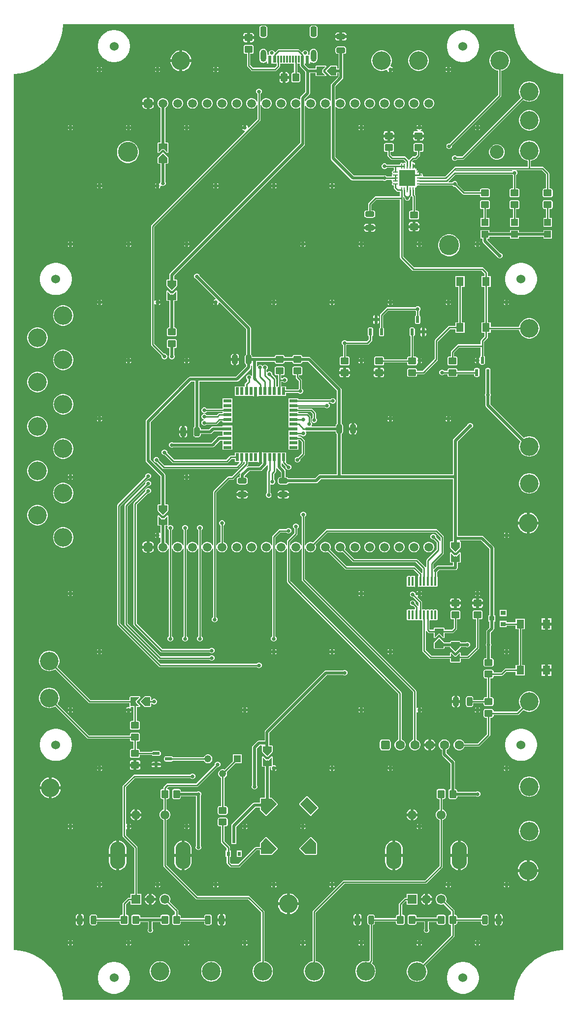
<source format=gbr>
%TF.GenerationSoftware,Altium Limited,Altium Designer,23.6.0 (18)*%
G04 Layer_Physical_Order=1*
G04 Layer_Color=255*
%FSLAX43Y43*%
%MOMM*%
%TF.SameCoordinates,407812E0-2FFD-4E57-8D94-CFCBE61D5419*%
%TF.FilePolarity,Positive*%
%TF.FileFunction,Copper,L1,Top,Signal*%
%TF.Part,Single*%
G01*
G75*
%TA.AperFunction,SMDPad,CuDef*%
%ADD10R,0.508X1.346*%
%ADD11R,1.346X0.508*%
G04:AMPARAMS|DCode=12|XSize=1.4mm|YSize=1.2mm|CornerRadius=0.15mm|HoleSize=0mm|Usage=FLASHONLY|Rotation=180.000|XOffset=0mm|YOffset=0mm|HoleType=Round|Shape=RoundedRectangle|*
%AMROUNDEDRECTD12*
21,1,1.400,0.900,0,0,180.0*
21,1,1.100,1.200,0,0,180.0*
1,1,0.300,-0.550,0.450*
1,1,0.300,0.550,0.450*
1,1,0.300,0.550,-0.450*
1,1,0.300,-0.550,-0.450*
%
%ADD12ROUNDEDRECTD12*%
%AMCUSTOMSHAPE13*
4,1,5,-0.762,0.826,-0.762,-0.064,0.000,-0.826,0.762,-0.064,0.762,0.826,-0.762,0.826,0.0*%
%ADD13CUSTOMSHAPE13*%

%AMCUSTOMSHAPE14*
4,1,5,0.762,0.762,0.000,0.000,-0.762,0.762,-0.762,-0.762,0.762,-0.762,0.762,0.762,0.0*%
%ADD14CUSTOMSHAPE14*%

%AMCUSTOMSHAPE15*
4,1,5,0.762,-0.826,0.762,0.064,0.000,0.826,-0.762,0.064,-0.762,-0.826,0.762,-0.826,0.0*%
%ADD15CUSTOMSHAPE15*%

%AMCUSTOMSHAPE16*
4,1,5,-0.762,-0.762,0.000,0.000,0.762,-0.762,0.762,0.762,-0.762,0.762,-0.762,-0.762,0.0*%
%ADD16CUSTOMSHAPE16*%

%ADD17R,1.000X1.000*%
%AMCUSTOMSHAPE18*
4,1,5,0.762,0.762,0.000,0.000,0.762,-0.762,-0.762,-0.762,-0.762,0.762,0.762,0.762,0.0*%
%ADD18CUSTOMSHAPE18*%

%AMCUSTOMSHAPE19*
4,1,5,0.826,-0.762,-0.064,-0.762,-0.826,0.000,-0.064,0.762,0.826,0.762,0.826,-0.762,0.0*%
%ADD19CUSTOMSHAPE19*%

%ADD20O,0.250X0.900*%
%ADD21O,0.900X0.250*%
%ADD22R,2.800X2.800*%
G04:AMPARAMS|DCode=23|XSize=1.55mm|YSize=0.95mm|CornerRadius=0.238mm|HoleSize=0mm|Usage=FLASHONLY|Rotation=270.000|XOffset=0mm|YOffset=0mm|HoleType=Round|Shape=RoundedRectangle|*
%AMROUNDEDRECTD23*
21,1,1.550,0.475,0,0,270.0*
21,1,1.075,0.950,0,0,270.0*
1,1,0.475,-0.238,-0.538*
1,1,0.475,-0.238,0.538*
1,1,0.475,0.238,0.538*
1,1,0.475,0.238,-0.538*
%
%ADD23ROUNDEDRECTD23*%
%ADD24R,1.300X1.550*%
G04:AMPARAMS|DCode=25|XSize=1.57mm|YSize=0.41mm|CornerRadius=0.051mm|HoleSize=0mm|Usage=FLASHONLY|Rotation=270.000|XOffset=0mm|YOffset=0mm|HoleType=Round|Shape=RoundedRectangle|*
%AMROUNDEDRECTD25*
21,1,1.570,0.308,0,0,270.0*
21,1,1.468,0.410,0,0,270.0*
1,1,0.103,-0.154,-0.734*
1,1,0.103,-0.154,0.734*
1,1,0.103,0.154,0.734*
1,1,0.103,0.154,-0.734*
%
%ADD25ROUNDEDRECTD25*%
%ADD26R,0.600X0.750*%
G04:AMPARAMS|DCode=27|XSize=1.23mm|YSize=0.59mm|CornerRadius=0.148mm|HoleSize=0mm|Usage=FLASHONLY|Rotation=90.000|XOffset=0mm|YOffset=0mm|HoleType=Round|Shape=RoundedRectangle|*
%AMROUNDEDRECTD27*
21,1,1.230,0.295,0,0,90.0*
21,1,0.935,0.590,0,0,90.0*
1,1,0.295,0.148,0.468*
1,1,0.295,0.148,-0.468*
1,1,0.295,-0.148,-0.468*
1,1,0.295,-0.148,0.468*
%
%ADD27ROUNDEDRECTD27*%
G04:AMPARAMS|DCode=28|XSize=1.4mm|YSize=1.2mm|CornerRadius=0.15mm|HoleSize=0mm|Usage=FLASHONLY|Rotation=90.000|XOffset=0mm|YOffset=0mm|HoleType=Round|Shape=RoundedRectangle|*
%AMROUNDEDRECTD28*
21,1,1.400,0.900,0,0,90.0*
21,1,1.100,1.200,0,0,90.0*
1,1,0.300,0.450,0.550*
1,1,0.300,0.450,-0.550*
1,1,0.300,-0.450,-0.550*
1,1,0.300,-0.450,0.550*
%
%ADD28ROUNDEDRECTD28*%
G04:AMPARAMS|DCode=29|XSize=1.55mm|YSize=0.95mm|CornerRadius=0.238mm|HoleSize=0mm|Usage=FLASHONLY|Rotation=180.000|XOffset=0mm|YOffset=0mm|HoleType=Round|Shape=RoundedRectangle|*
%AMROUNDEDRECTD29*
21,1,1.550,0.475,0,0,180.0*
21,1,1.075,0.950,0,0,180.0*
1,1,0.475,-0.538,0.238*
1,1,0.475,0.538,0.238*
1,1,0.475,0.538,-0.238*
1,1,0.475,-0.538,-0.238*
%
%ADD29ROUNDEDRECTD29*%
%ADD30R,0.900X0.800*%
%AMCUSTOMSHAPE31*
4,1,5,0.826,0.762,-0.064,0.762,-0.826,0.000,-0.064,-0.762,0.826,-0.762,0.826,0.762,0.0*%
%ADD31CUSTOMSHAPE31*%

%AMCUSTOMSHAPE32*
4,1,5,0.762,-0.762,0.000,0.000,0.762,0.762,-0.762,0.762,-0.762,-0.762,0.762,-0.762,0.0*%
%ADD32CUSTOMSHAPE32*%

G04:AMPARAMS|DCode=33|XSize=1.23mm|YSize=0.59mm|CornerRadius=0.148mm|HoleSize=0mm|Usage=FLASHONLY|Rotation=0.000|XOffset=0mm|YOffset=0mm|HoleType=Round|Shape=RoundedRectangle|*
%AMROUNDEDRECTD33*
21,1,1.230,0.295,0,0,0.0*
21,1,0.935,0.590,0,0,0.0*
1,1,0.295,0.468,-0.148*
1,1,0.295,-0.468,-0.148*
1,1,0.295,-0.468,0.148*
1,1,0.295,0.468,0.148*
%
%ADD33ROUNDEDRECTD33*%
%ADD34R,0.600X1.150*%
%ADD35R,0.300X1.150*%
%ADD36R,1.200X1.200*%
%TA.AperFunction,Conductor*%
%ADD37C,0.500*%
%ADD38C,0.250*%
%TA.AperFunction,ComponentPad*%
%ADD39C,3.200*%
%ADD40C,3.450*%
%ADD41C,2.388*%
%ADD42C,1.520*%
G04:AMPARAMS|DCode=43|XSize=1.52mm|YSize=1.52mm|CornerRadius=0.38mm|HoleSize=0mm|Usage=FLASHONLY|Rotation=0.000|XOffset=0mm|YOffset=0mm|HoleType=Round|Shape=RoundedRectangle|*
%AMROUNDEDRECTD43*
21,1,1.520,0.760,0,0,0.0*
21,1,0.760,1.520,0,0,0.0*
1,1,0.760,0.380,-0.380*
1,1,0.760,-0.380,-0.380*
1,1,0.760,-0.380,0.380*
1,1,0.760,0.380,0.380*
%
%ADD43ROUNDEDRECTD43*%
%ADD44C,1.600*%
G04:AMPARAMS|DCode=45|XSize=1.6mm|YSize=1.6mm|CornerRadius=0.4mm|HoleSize=0mm|Usage=FLASHONLY|Rotation=0.000|XOffset=0mm|YOffset=0mm|HoleType=Round|Shape=RoundedRectangle|*
%AMROUNDEDRECTD45*
21,1,1.600,0.800,0,0,0.0*
21,1,0.800,1.600,0,0,0.0*
1,1,0.800,0.400,-0.400*
1,1,0.800,-0.400,-0.400*
1,1,0.800,-0.400,0.400*
1,1,0.800,0.400,0.400*
%
%ADD45ROUNDEDRECTD45*%
%ADD46C,1.550*%
%ADD47R,1.550X1.550*%
G04:AMPARAMS|DCode=48|XSize=2.6mm|YSize=4.7mm|CornerRadius=1.3mm|HoleSize=0mm|Usage=FLASHONLY|Rotation=0.000|XOffset=0mm|YOffset=0mm|HoleType=Round|Shape=RoundedRectangle|*
%AMROUNDEDRECTD48*
21,1,2.600,2.100,0,0,0.0*
21,1,0.000,4.700,0,0,0.0*
1,1,2.600,0.000,-1.050*
1,1,2.600,0.000,-1.050*
1,1,2.600,0.000,1.050*
1,1,2.600,0.000,1.050*
%
%ADD48ROUNDEDRECTD48*%
%ADD49R,1.222X1.222*%
%ADD50C,1.222*%
G04:AMPARAMS|DCode=51|XSize=1.8mm|YSize=1mm|CornerRadius=0.25mm|HoleSize=0mm|Usage=FLASHONLY|Rotation=270.000|XOffset=0mm|YOffset=0mm|HoleType=Round|Shape=RoundedRectangle|*
%AMROUNDEDRECTD51*
21,1,1.800,0.500,0,0,270.0*
21,1,1.300,1.000,0,0,270.0*
1,1,0.500,-0.250,-0.650*
1,1,0.500,-0.250,0.650*
1,1,0.500,0.250,0.650*
1,1,0.500,0.250,-0.650*
%
%ADD51ROUNDEDRECTD51*%
%ADD52O,1.000X2.100*%
%ADD53C,0.650*%
%TA.AperFunction,WasherPad*%
%ADD54C,1.524*%
%TA.AperFunction,ViaPad*%
%ADD55C,0.650*%
G36*
X86255Y167577D02*
X86258Y167567D01*
X86257Y167558D01*
X86338Y166728D01*
X86342Y166716D01*
Y166703D01*
X86505Y165885D01*
X86510Y165873D01*
X86511Y165861D01*
X86753Y165062D01*
X86759Y165051D01*
X86761Y165039D01*
X87081Y164268D01*
X87088Y164258D01*
X87091Y164246D01*
X87485Y163510D01*
X87493Y163500D01*
X87497Y163489D01*
X87961Y162795D01*
X87970Y162786D01*
X87976Y162775D01*
X88505Y162130D01*
X88515Y162122D01*
X88522Y162112D01*
X89112Y161522D01*
X89122Y161515D01*
X89130Y161505D01*
X89775Y160976D01*
X89786Y160970D01*
X89795Y160961D01*
X90489Y160497D01*
X90500Y160493D01*
X90510Y160485D01*
X91246Y160091D01*
X91258Y160088D01*
X91268Y160081D01*
X92039Y159761D01*
X92051Y159759D01*
X92062Y159753D01*
X92861Y159511D01*
X92873Y159510D01*
X92885Y159505D01*
X93703Y159342D01*
X93716D01*
X93728Y159338D01*
X94558Y159257D01*
X94567Y159258D01*
X94577Y159255D01*
X94745Y159251D01*
Y8749D01*
X94577Y8745D01*
X94567Y8742D01*
X94558Y8743D01*
X93728Y8662D01*
X93716Y8658D01*
X93703D01*
X92885Y8495D01*
X92873Y8490D01*
X92861Y8489D01*
X92062Y8247D01*
X92051Y8241D01*
X92039Y8239D01*
X91268Y7919D01*
X91258Y7912D01*
X91246Y7909D01*
X90510Y7515D01*
X90500Y7507D01*
X90489Y7503D01*
X89795Y7039D01*
X89786Y7030D01*
X89775Y7024D01*
X89130Y6495D01*
X89122Y6485D01*
X89112Y6478D01*
X88522Y5888D01*
X88515Y5878D01*
X88505Y5870D01*
X87976Y5225D01*
X87970Y5214D01*
X87961Y5205D01*
X87497Y4511D01*
X87493Y4500D01*
X87485Y4490D01*
X87091Y3754D01*
X87088Y3742D01*
X87081Y3732D01*
X86761Y2961D01*
X86759Y2949D01*
X86753Y2938D01*
X86511Y2139D01*
X86510Y2127D01*
X86505Y2115D01*
X86342Y1297D01*
Y1284D01*
X86338Y1272D01*
X86257Y442D01*
X86258Y433D01*
X86255Y423D01*
X86251Y255D01*
X8749D01*
X8745Y423D01*
X8742Y433D01*
X8743Y442D01*
X8662Y1272D01*
X8658Y1284D01*
Y1297D01*
X8495Y2115D01*
X8490Y2127D01*
X8489Y2139D01*
X8247Y2938D01*
X8241Y2949D01*
X8239Y2961D01*
X7919Y3732D01*
X7912Y3742D01*
X7909Y3754D01*
X7515Y4490D01*
X7507Y4500D01*
X7503Y4511D01*
X7039Y5205D01*
X7030Y5214D01*
X7024Y5225D01*
X6495Y5870D01*
X6485Y5878D01*
X6478Y5888D01*
X5888Y6478D01*
X5878Y6485D01*
X5870Y6495D01*
X5225Y7024D01*
X5214Y7030D01*
X5205Y7039D01*
X4511Y7503D01*
X4500Y7507D01*
X4490Y7515D01*
X3754Y7909D01*
X3742Y7912D01*
X3732Y7919D01*
X2961Y8239D01*
X2949Y8241D01*
X2938Y8247D01*
X2139Y8489D01*
X2127Y8490D01*
X2115Y8495D01*
X1297Y8658D01*
X1284D01*
X1272Y8662D01*
X442Y8743D01*
X433Y8742D01*
X423Y8745D01*
X255Y8749D01*
Y159251D01*
X423Y159255D01*
X433Y159258D01*
X442Y159257D01*
X1272Y159338D01*
X1284Y159342D01*
X1297D01*
X2115Y159505D01*
X2127Y159510D01*
X2139Y159511D01*
X2938Y159753D01*
X2949Y159759D01*
X2961Y159761D01*
X3732Y160081D01*
X3742Y160088D01*
X3754Y160091D01*
X4490Y160485D01*
X4500Y160493D01*
X4511Y160497D01*
X5205Y160961D01*
X5214Y160970D01*
X5225Y160976D01*
X5870Y161505D01*
X5878Y161515D01*
X5888Y161522D01*
X6478Y162112D01*
X6485Y162122D01*
X6495Y162130D01*
X7024Y162775D01*
X7030Y162786D01*
X7039Y162795D01*
X7503Y163489D01*
X7507Y163500D01*
X7515Y163510D01*
X7909Y164246D01*
X7912Y164258D01*
X7919Y164268D01*
X8239Y165039D01*
X8241Y165051D01*
X8247Y165062D01*
X8489Y165861D01*
X8490Y165873D01*
X8495Y165885D01*
X8658Y166703D01*
Y166716D01*
X8662Y166728D01*
X8743Y167558D01*
X8742Y167567D01*
X8745Y167577D01*
X8749Y167745D01*
X86251D01*
X86255Y167577D01*
D02*
G37*
%LPC*%
G36*
X57053Y166324D02*
X56765D01*
Y165890D01*
X57496D01*
X57465Y166048D01*
X57368Y166193D01*
X57223Y166290D01*
X57053Y166324D01*
D02*
G37*
G36*
X56265D02*
X55978D01*
X55807Y166290D01*
X55662Y166193D01*
X55565Y166048D01*
X55534Y165890D01*
X56265D01*
Y166324D01*
D02*
G37*
G36*
X41190Y166272D02*
X40890D01*
Y165715D01*
X41547D01*
Y165915D01*
X41520Y166052D01*
X41442Y166167D01*
X41327Y166245D01*
X41190Y166272D01*
D02*
G37*
G36*
X40390D02*
X40090D01*
X39953Y166245D01*
X39838Y166167D01*
X39760Y166052D01*
X39733Y165915D01*
Y165715D01*
X40390D01*
Y166272D01*
D02*
G37*
G36*
X52070Y167559D02*
X51570D01*
X51414Y167528D01*
X51281Y167439D01*
X51192Y167306D01*
X51161Y167150D01*
Y165850D01*
X51192Y165694D01*
X51281Y165561D01*
X51414Y165472D01*
X51570Y165441D01*
X52070D01*
X52226Y165472D01*
X52359Y165561D01*
X52448Y165694D01*
X52479Y165850D01*
Y167150D01*
X52448Y167306D01*
X52359Y167439D01*
X52226Y167528D01*
X52070Y167559D01*
D02*
G37*
G36*
X43430D02*
X42930D01*
X42774Y167528D01*
X42641Y167439D01*
X42552Y167306D01*
X42521Y167150D01*
Y165850D01*
X42552Y165694D01*
X42641Y165561D01*
X42774Y165472D01*
X42930Y165441D01*
X43430D01*
X43586Y165472D01*
X43719Y165561D01*
X43808Y165694D01*
X43839Y165850D01*
Y167150D01*
X43808Y167306D01*
X43719Y167439D01*
X43586Y167528D01*
X43430Y167559D01*
D02*
G37*
G36*
X57496Y165390D02*
X56765D01*
Y164956D01*
X57053D01*
X57223Y164990D01*
X57368Y165087D01*
X57465Y165232D01*
X57496Y165390D01*
D02*
G37*
G36*
X56265D02*
X55534D01*
X55565Y165232D01*
X55662Y165087D01*
X55807Y164990D01*
X55978Y164956D01*
X56265D01*
Y165390D01*
D02*
G37*
G36*
X41547Y165215D02*
X40890D01*
Y164658D01*
X41190D01*
X41327Y164685D01*
X41442Y164763D01*
X41520Y164878D01*
X41547Y165015D01*
Y165215D01*
D02*
G37*
G36*
X40390D02*
X39733D01*
Y165015D01*
X39760Y164878D01*
X39838Y164763D01*
X39953Y164685D01*
X40090Y164658D01*
X40390D01*
Y165215D01*
D02*
G37*
G36*
X29250Y163286D02*
Y161750D01*
X30786D01*
X30731Y162025D01*
X30595Y162353D01*
X30398Y162647D01*
X30147Y162898D01*
X29853Y163095D01*
X29525Y163231D01*
X29250Y163286D01*
D02*
G37*
G36*
X28750Y163286D02*
X28475Y163231D01*
X28147Y163095D01*
X27853Y162898D01*
X27602Y162647D01*
X27405Y162353D01*
X27269Y162025D01*
X27214Y161750D01*
X28750D01*
Y163286D01*
D02*
G37*
G36*
X77716Y166751D02*
X77283D01*
X76856Y166683D01*
X76444Y166549D01*
X76058Y166353D01*
X75708Y166098D01*
X75402Y165792D01*
X75147Y165442D01*
X74951Y165056D01*
X74817Y164644D01*
X74749Y164216D01*
Y163783D01*
X74817Y163356D01*
X74951Y162944D01*
X75147Y162558D01*
X75402Y162208D01*
X75708Y161902D01*
X76058Y161647D01*
X76444Y161451D01*
X76856Y161317D01*
X77283Y161249D01*
X77716D01*
X78144Y161317D01*
X78556Y161451D01*
X78942Y161647D01*
X79292Y161902D01*
X79598Y162208D01*
X79853Y162558D01*
X80049Y162944D01*
X80183Y163356D01*
X80251Y163783D01*
Y164216D01*
X80183Y164644D01*
X80049Y165056D01*
X79853Y165442D01*
X79598Y165792D01*
X79292Y166098D01*
X78942Y166353D01*
X78556Y166549D01*
X78144Y166683D01*
X77716Y166751D01*
D02*
G37*
G36*
X17717D02*
X17283D01*
X16856Y166683D01*
X16444Y166549D01*
X16058Y166353D01*
X15708Y166098D01*
X15402Y165792D01*
X15147Y165442D01*
X14951Y165056D01*
X14817Y164644D01*
X14749Y164216D01*
Y163783D01*
X14817Y163356D01*
X14951Y162944D01*
X15147Y162558D01*
X15402Y162208D01*
X15708Y161902D01*
X16058Y161647D01*
X16444Y161451D01*
X16856Y161317D01*
X17283Y161249D01*
X17717D01*
X18144Y161317D01*
X18556Y161451D01*
X18942Y161647D01*
X19292Y161902D01*
X19598Y162208D01*
X19853Y162558D01*
X20049Y162944D01*
X20183Y163356D01*
X20251Y163783D01*
Y164216D01*
X20183Y164644D01*
X20049Y165056D01*
X19853Y165442D01*
X19598Y165792D01*
X19292Y166098D01*
X18942Y166353D01*
X18556Y166549D01*
X18144Y166683D01*
X17717Y166751D01*
D02*
G37*
G36*
X41190Y164222D02*
X40090D01*
X39973Y164199D01*
X39873Y164132D01*
X39806Y164032D01*
X39783Y163915D01*
Y163015D01*
X39806Y162898D01*
X39873Y162798D01*
X39973Y162731D01*
X40090Y162708D01*
X40359D01*
Y160655D01*
X40380Y160547D01*
X40441Y160456D01*
X41076Y159821D01*
X41167Y159760D01*
X41275Y159739D01*
X45212D01*
X45320Y159760D01*
X45411Y159821D01*
X45949Y160359D01*
X46010Y160450D01*
X46031Y160558D01*
Y161019D01*
X48469D01*
Y159480D01*
X48300D01*
X48183Y159457D01*
X48083Y159390D01*
X48016Y159290D01*
X47993Y159173D01*
Y158073D01*
X48016Y157956D01*
X48083Y157856D01*
X48183Y157789D01*
X48300Y157766D01*
X49200D01*
X49317Y157789D01*
X49417Y157856D01*
X49484Y157956D01*
X49507Y158073D01*
Y159173D01*
X49484Y159290D01*
X49417Y159390D01*
X49317Y159457D01*
X49200Y159480D01*
X49031D01*
Y161019D01*
X49491D01*
Y160655D01*
X49522Y160499D01*
X49611Y160366D01*
X50318Y159658D01*
X50380Y159509D01*
Y156114D01*
X49640Y155374D01*
X49551Y155241D01*
X49520Y155085D01*
Y154894D01*
X49393Y154841D01*
X49327Y154907D01*
X49120Y155027D01*
X48888Y155089D01*
X48648D01*
X48416Y155027D01*
X48209Y154907D01*
X48039Y154737D01*
X47919Y154530D01*
X47857Y154298D01*
Y154058D01*
X47919Y153826D01*
X48039Y153619D01*
X48209Y153449D01*
X48416Y153329D01*
X48648Y153267D01*
X48888D01*
X49120Y153329D01*
X49327Y153449D01*
X49393Y153515D01*
X49520Y153462D01*
Y147380D01*
X27143Y125003D01*
X27054Y124870D01*
X27023Y124714D01*
Y123925D01*
X26670D01*
X26554Y123877D01*
X26507Y123761D01*
Y122872D01*
X26554Y122757D01*
X27316Y121995D01*
X27432Y121947D01*
X27548Y121995D01*
X28310Y122757D01*
X28357Y122872D01*
Y123761D01*
X28310Y123877D01*
X28194Y123925D01*
X27841D01*
Y124545D01*
X50218Y146922D01*
X50307Y147055D01*
X50338Y147211D01*
X50338Y147211D01*
Y153754D01*
X50453Y153819D01*
X50465Y153816D01*
X50579Y153619D01*
X50749Y153449D01*
X50956Y153329D01*
X51188Y153267D01*
X51428D01*
X51660Y153329D01*
X51867Y153449D01*
X52037Y153619D01*
X52157Y153826D01*
X52219Y154058D01*
Y154298D01*
X52157Y154530D01*
X52037Y154737D01*
X51867Y154907D01*
X51660Y155027D01*
X51428Y155089D01*
X51188D01*
X50956Y155027D01*
X50749Y154907D01*
X50579Y154737D01*
X50465Y154540D01*
X50453Y154537D01*
X50338Y154602D01*
Y154916D01*
X51078Y155656D01*
X51167Y155789D01*
X51198Y155945D01*
Y159357D01*
X52161D01*
Y159004D01*
X52208Y158888D01*
X52324Y158841D01*
X53848D01*
X53964Y158888D01*
X54011Y159004D01*
X53964Y159120D01*
X53465Y159618D01*
X53495Y159766D01*
X53465Y159914D01*
X53964Y160412D01*
X54011Y160528D01*
X53964Y160644D01*
X53848Y160691D01*
X52324D01*
X52208Y160644D01*
X52161Y160528D01*
Y160175D01*
X51046D01*
X50897Y160237D01*
X50309Y160824D01*
Y160970D01*
X50450D01*
Y161745D01*
X50950D01*
Y160970D01*
X51200D01*
Y161300D01*
X51327Y161343D01*
X51356Y161306D01*
X51492Y161201D01*
X51650Y161136D01*
X51820Y161113D01*
X51990Y161136D01*
X52148Y161201D01*
X52284Y161306D01*
X52389Y161442D01*
X52454Y161600D01*
X52477Y161770D01*
Y162870D01*
X52454Y163040D01*
X52389Y163198D01*
X52284Y163334D01*
X52148Y163439D01*
X51990Y163504D01*
X51820Y163527D01*
X51650Y163504D01*
X51492Y163439D01*
X51356Y163334D01*
X51251Y163198D01*
X51186Y163040D01*
X51163Y162870D01*
Y162520D01*
X50918D01*
X50834Y162647D01*
X50866Y162725D01*
Y162915D01*
X50794Y163090D01*
X50660Y163224D01*
X50485Y163296D01*
X50295D01*
X50120Y163224D01*
X49986Y163090D01*
X49946Y162992D01*
X49797Y162961D01*
X49364Y163394D01*
X49273Y163455D01*
X49165Y163476D01*
X45835D01*
X45727Y163455D01*
X45636Y163394D01*
X45203Y162961D01*
X45054Y162992D01*
X45014Y163090D01*
X44880Y163224D01*
X44705Y163296D01*
X44515D01*
X44340Y163224D01*
X44206Y163090D01*
X44134Y162915D01*
Y162725D01*
X44166Y162647D01*
X44082Y162520D01*
X43837D01*
Y162870D01*
X43814Y163040D01*
X43749Y163198D01*
X43644Y163334D01*
X43508Y163439D01*
X43350Y163504D01*
X43180Y163527D01*
X43010Y163504D01*
X42852Y163439D01*
X42716Y163334D01*
X42611Y163198D01*
X42546Y163040D01*
X42523Y162870D01*
Y161770D01*
X42546Y161600D01*
X42611Y161442D01*
X42716Y161306D01*
X42852Y161201D01*
X43010Y161136D01*
X43180Y161113D01*
X43350Y161136D01*
X43508Y161201D01*
X43644Y161306D01*
X43673Y161343D01*
X43800Y161300D01*
Y160970D01*
X44050D01*
Y161745D01*
X44550D01*
Y160970D01*
X44800D01*
Y161019D01*
X45469D01*
Y160675D01*
X45095Y160301D01*
X41392D01*
X40921Y160772D01*
Y162708D01*
X41190D01*
X41307Y162731D01*
X41407Y162798D01*
X41474Y162898D01*
X41497Y163015D01*
Y163915D01*
X41474Y164032D01*
X41407Y164132D01*
X41307Y164199D01*
X41190Y164222D01*
D02*
G37*
G36*
X75250Y160465D02*
Y160250D01*
X75465D01*
X75445Y160297D01*
X75297Y160445D01*
X75250Y160465D01*
D02*
G37*
G36*
X74750D02*
X74703Y160445D01*
X74555Y160297D01*
X74535Y160250D01*
X74750D01*
Y160465D01*
D02*
G37*
G36*
X35250D02*
Y160250D01*
X35465D01*
X35445Y160297D01*
X35297Y160445D01*
X35250Y160465D01*
D02*
G37*
G36*
X34750D02*
X34703Y160445D01*
X34555Y160297D01*
X34535Y160250D01*
X34750D01*
Y160465D01*
D02*
G37*
G36*
X25250D02*
Y160250D01*
X25465D01*
X25445Y160297D01*
X25297Y160445D01*
X25250Y160465D01*
D02*
G37*
G36*
X24750D02*
X24703Y160445D01*
X24555Y160297D01*
X24535Y160250D01*
X24750D01*
Y160465D01*
D02*
G37*
G36*
X15250D02*
Y160250D01*
X15465D01*
X15445Y160297D01*
X15297Y160445D01*
X15250Y160465D01*
D02*
G37*
G36*
X14750D02*
X14703Y160445D01*
X14555Y160297D01*
X14535Y160250D01*
X14750D01*
Y160465D01*
D02*
G37*
G36*
X57053Y163924D02*
X55978D01*
X55826Y163893D01*
X55697Y163808D01*
X55612Y163679D01*
X55581Y163527D01*
Y163053D01*
X55612Y162901D01*
X55697Y162772D01*
X55826Y162687D01*
X55978Y162656D01*
X56106D01*
Y160175D01*
X55853D01*
Y160528D01*
X55805Y160644D01*
X55689Y160691D01*
X54800D01*
X54685Y160644D01*
X53923Y159882D01*
X53875Y159766D01*
X53923Y159650D01*
X54685Y158888D01*
X54800Y158841D01*
X55689D01*
X55805Y158888D01*
X55853Y159004D01*
Y159357D01*
X56106D01*
Y158792D01*
X54882Y157568D01*
X54793Y157435D01*
X54762Y157279D01*
Y154671D01*
X54635Y154637D01*
X54577Y154737D01*
X54407Y154907D01*
X54200Y155027D01*
X53968Y155089D01*
X53728D01*
X53496Y155027D01*
X53289Y154907D01*
X53119Y154737D01*
X52999Y154530D01*
X52937Y154298D01*
Y154058D01*
X52999Y153826D01*
X53119Y153619D01*
X53289Y153449D01*
X53496Y153329D01*
X53728Y153267D01*
X53968D01*
X54200Y153329D01*
X54407Y153449D01*
X54577Y153619D01*
X54635Y153719D01*
X54762Y153685D01*
Y144727D01*
X54793Y144571D01*
X54882Y144438D01*
X58274Y141046D01*
X58407Y140957D01*
X58563Y140926D01*
X63753D01*
X63915Y140859D01*
X64105D01*
X64280Y140931D01*
X64402Y141054D01*
X65231D01*
X65295Y140964D01*
X65307Y140927D01*
X65289Y140835D01*
X65310Y140727D01*
X65348Y140671D01*
X65362Y140585D01*
X65348Y140499D01*
X65310Y140443D01*
X65289Y140335D01*
X65310Y140227D01*
X65371Y140136D01*
X65462Y140075D01*
X65570Y140054D01*
X65614D01*
Y139700D01*
X65635Y139592D01*
X65696Y139501D01*
X66111Y139086D01*
X66202Y139025D01*
X66310Y139004D01*
X66664D01*
Y138960D01*
X66664Y138960D01*
Y138203D01*
X62484D01*
X62376Y138182D01*
X62285Y138121D01*
X61271Y137107D01*
X61210Y137016D01*
X61189Y136908D01*
Y135794D01*
X60932D01*
X60781Y135763D01*
X60652Y135678D01*
X60567Y135549D01*
X60536Y135398D01*
Y134923D01*
X60567Y134771D01*
X60652Y134642D01*
X60781Y134557D01*
X60932Y134526D01*
X62007D01*
X62159Y134557D01*
X62288Y134642D01*
X62373Y134771D01*
X62404Y134923D01*
Y135398D01*
X62373Y135549D01*
X62288Y135678D01*
X62159Y135763D01*
X62007Y135794D01*
X61751D01*
Y136791D01*
X62601Y137641D01*
X66664D01*
Y127762D01*
X66685Y127654D01*
X66746Y127563D01*
X68778Y125531D01*
X68869Y125470D01*
X68977Y125449D01*
X80721D01*
X81217Y124953D01*
Y124535D01*
X80697D01*
Y122683D01*
X81217D01*
Y116585D01*
X80697D01*
Y114733D01*
X81217D01*
Y114163D01*
X80639Y113585D01*
X80578Y113494D01*
X80557Y113386D01*
Y112803D01*
X76708D01*
X76600Y112782D01*
X76509Y112721D01*
X75493Y111705D01*
X75432Y111614D01*
X75411Y111506D01*
Y110707D01*
X75142D01*
X75025Y110684D01*
X74925Y110617D01*
X74858Y110517D01*
X74835Y110400D01*
Y109500D01*
X74858Y109383D01*
X74925Y109283D01*
X75025Y109216D01*
X75142Y109193D01*
X76242D01*
X76359Y109216D01*
X76459Y109283D01*
X76526Y109383D01*
X76549Y109500D01*
Y110400D01*
X76526Y110517D01*
X76459Y110617D01*
X76359Y110684D01*
X76242Y110707D01*
X75973D01*
Y111389D01*
X76825Y112241D01*
X80557D01*
Y110807D01*
X80475Y110753D01*
X80409Y110654D01*
X80386Y110537D01*
Y110522D01*
X80259Y110461D01*
X80250Y110465D01*
Y110000D01*
Y109535D01*
X80268Y109543D01*
X80372Y109510D01*
X80409Y109487D01*
X80409Y109486D01*
X80475Y109387D01*
X80574Y109321D01*
X80690Y109298D01*
X80985D01*
X81102Y109321D01*
X81201Y109387D01*
X81267Y109486D01*
X81290Y109602D01*
Y110537D01*
X81267Y110654D01*
X81201Y110753D01*
X81119Y110807D01*
Y112522D01*
Y113269D01*
X81697Y113847D01*
X81758Y113938D01*
X81779Y114046D01*
Y114733D01*
X82299D01*
Y115251D01*
X87171D01*
X87216Y115021D01*
X87348Y114703D01*
X87540Y114416D01*
X87784Y114172D01*
X88071Y113980D01*
X88389Y113848D01*
X88728Y113781D01*
X89072D01*
X89411Y113848D01*
X89729Y113980D01*
X90016Y114172D01*
X90260Y114416D01*
X90452Y114703D01*
X90584Y115021D01*
X90651Y115360D01*
Y115704D01*
X90584Y116043D01*
X90452Y116361D01*
X90260Y116648D01*
X90016Y116892D01*
X89729Y117084D01*
X89411Y117216D01*
X89072Y117283D01*
X88728D01*
X88389Y117216D01*
X88071Y117084D01*
X87784Y116892D01*
X87540Y116648D01*
X87348Y116361D01*
X87216Y116043D01*
X87171Y115813D01*
X82299D01*
Y116585D01*
X81779D01*
Y122683D01*
X82299D01*
Y124535D01*
X81779D01*
Y125070D01*
X81758Y125178D01*
X81697Y125269D01*
X81037Y125929D01*
X80946Y125990D01*
X80838Y126011D01*
X69094D01*
X67226Y127879D01*
Y137922D01*
Y138063D01*
X67353Y138116D01*
X67469Y138000D01*
Y137827D01*
X67541Y137652D01*
X67675Y137518D01*
X67850Y137446D01*
X68040D01*
X68215Y137518D01*
X68349Y137652D01*
X68421Y137827D01*
Y138000D01*
X68614Y138193D01*
X68669Y138205D01*
X68700Y138205D01*
X68809Y138115D01*
Y135742D01*
X68540D01*
X68423Y135719D01*
X68323Y135652D01*
X68256Y135552D01*
X68233Y135435D01*
Y134535D01*
X68256Y134418D01*
X68323Y134318D01*
X68423Y134251D01*
X68540Y134228D01*
X69640D01*
X69757Y134251D01*
X69857Y134318D01*
X69924Y134418D01*
X69947Y134535D01*
Y135435D01*
X69924Y135552D01*
X69857Y135652D01*
X69757Y135719D01*
X69640Y135742D01*
X69371D01*
Y138277D01*
X69350Y138385D01*
X69289Y138476D01*
X69226Y138539D01*
Y139285D01*
X69226Y139285D01*
Y139610D01*
X69331Y139735D01*
X69545D01*
Y139949D01*
X69670Y140054D01*
X70320D01*
X70320Y140054D01*
X75701D01*
X75823Y139931D01*
X75998Y139859D01*
X76171D01*
X77434Y138596D01*
X77525Y138535D01*
X77633Y138514D01*
X80423D01*
Y138345D01*
X80446Y138228D01*
X80513Y138128D01*
X80613Y138061D01*
X80730Y138038D01*
X81830D01*
X81947Y138061D01*
X82047Y138128D01*
X82114Y138228D01*
X82137Y138345D01*
Y139245D01*
X82114Y139362D01*
X82047Y139462D01*
X81947Y139529D01*
X81830Y139552D01*
X80730D01*
X80613Y139529D01*
X80513Y139462D01*
X80446Y139362D01*
X80423Y139245D01*
Y139076D01*
X77750D01*
X76569Y140257D01*
Y140430D01*
X76497Y140605D01*
X76363Y140739D01*
X76188Y140811D01*
X75998D01*
X75823Y140739D01*
X75701Y140616D01*
X75047D01*
X74994Y140743D01*
X76210Y141959D01*
X85968D01*
X86079Y141848D01*
Y139552D01*
X85810D01*
X85693Y139529D01*
X85593Y139462D01*
X85526Y139362D01*
X85503Y139245D01*
Y138345D01*
X85526Y138228D01*
X85593Y138128D01*
X85693Y138061D01*
X85810Y138038D01*
X86910D01*
X87027Y138061D01*
X87127Y138128D01*
X87194Y138228D01*
X87217Y138345D01*
Y139245D01*
X87194Y139362D01*
X87127Y139462D01*
X87027Y139529D01*
X86910Y139552D01*
X86641D01*
Y141848D01*
X86764Y141970D01*
X86836Y142145D01*
Y142335D01*
X86764Y142510D01*
X86680Y142594D01*
X86732Y142721D01*
X91069D01*
X91794Y141996D01*
Y139552D01*
X91525D01*
X91408Y139529D01*
X91308Y139462D01*
X91241Y139362D01*
X91218Y139245D01*
Y138345D01*
X91241Y138228D01*
X91308Y138128D01*
X91408Y138061D01*
X91525Y138038D01*
X92625D01*
X92742Y138061D01*
X92842Y138128D01*
X92909Y138228D01*
X92932Y138345D01*
Y139245D01*
X92909Y139362D01*
X92842Y139462D01*
X92742Y139529D01*
X92625Y139552D01*
X92356D01*
Y142113D01*
X92335Y142221D01*
X92274Y142312D01*
X91385Y143201D01*
X91294Y143262D01*
X91186Y143283D01*
X89181D01*
Y144321D01*
X89411Y144366D01*
X89729Y144498D01*
X90016Y144690D01*
X90260Y144934D01*
X90452Y145221D01*
X90584Y145539D01*
X90651Y145878D01*
Y146222D01*
X90584Y146561D01*
X90452Y146879D01*
X90260Y147166D01*
X90016Y147410D01*
X89729Y147602D01*
X89411Y147734D01*
X89072Y147801D01*
X88728D01*
X88389Y147734D01*
X88071Y147602D01*
X87784Y147410D01*
X87540Y147166D01*
X87348Y146879D01*
X87216Y146561D01*
X87149Y146222D01*
Y145878D01*
X87216Y145539D01*
X87348Y145221D01*
X87540Y144934D01*
X87784Y144690D01*
X88071Y144498D01*
X88389Y144366D01*
X88619Y144321D01*
Y143283D01*
X76200D01*
X76092Y143262D01*
X76001Y143201D01*
X74416Y141616D01*
X70706D01*
X70633Y141743D01*
X70651Y141835D01*
X70626Y141962D01*
X70554Y142069D01*
Y142085D01*
X69995D01*
Y142335D01*
X69745D01*
Y142666D01*
X69670D01*
X69643Y142661D01*
X69545Y142742D01*
Y142935D01*
X69352D01*
X69271Y143033D01*
X69276Y143060D01*
Y143135D01*
X68945D01*
Y143635D01*
X69276D01*
Y143710D01*
X69251Y143837D01*
X69179Y143944D01*
X69072Y144016D01*
X68945Y144041D01*
X68910Y144035D01*
X68788Y144120D01*
X68778Y144208D01*
X69070Y144499D01*
X69342D01*
X69450Y144520D01*
X69541Y144581D01*
X70049Y145089D01*
X70110Y145180D01*
X70131Y145288D01*
Y145833D01*
X70400D01*
X70517Y145856D01*
X70617Y145923D01*
X70684Y146023D01*
X70707Y146140D01*
Y147040D01*
X70684Y147157D01*
X70617Y147257D01*
X70517Y147324D01*
X70400Y147347D01*
X69300D01*
X69183Y147324D01*
X69083Y147257D01*
X69016Y147157D01*
X68993Y147040D01*
Y146140D01*
X69016Y146023D01*
X69083Y145923D01*
X69183Y145856D01*
X69300Y145833D01*
X69569D01*
Y145405D01*
X69225Y145061D01*
X68953D01*
X68845Y145040D01*
X68754Y144979D01*
X68276Y144501D01*
X68195Y144483D01*
X68114Y144501D01*
X67636Y144979D01*
X67545Y145040D01*
X67437Y145061D01*
X65395D01*
X65051Y145405D01*
Y145833D01*
X65320D01*
X65437Y145856D01*
X65537Y145923D01*
X65604Y146023D01*
X65627Y146140D01*
Y147040D01*
X65604Y147157D01*
X65537Y147257D01*
X65437Y147324D01*
X65320Y147347D01*
X64220D01*
X64103Y147324D01*
X64003Y147257D01*
X63936Y147157D01*
X63913Y147040D01*
Y146140D01*
X63936Y146023D01*
X64003Y145923D01*
X64103Y145856D01*
X64220Y145833D01*
X64489D01*
Y145288D01*
X64510Y145180D01*
X64571Y145089D01*
X65079Y144581D01*
X65170Y144520D01*
X65278Y144499D01*
X67320D01*
X67653Y144166D01*
X67646Y144036D01*
X67574Y143985D01*
X67537Y143973D01*
X67445Y143991D01*
X67337Y143970D01*
X67246Y143909D01*
X67144D01*
X67053Y143970D01*
X66945Y143991D01*
X66837Y143970D01*
X66746Y143909D01*
X66685Y143818D01*
X66664Y143710D01*
Y143666D01*
X64402D01*
X64280Y143789D01*
X64105Y143861D01*
X63915D01*
X63740Y143789D01*
X63606Y143655D01*
X63534Y143480D01*
Y143290D01*
X63606Y143115D01*
X63740Y142981D01*
X63915Y142909D01*
X64105D01*
X64280Y142981D01*
X64402Y143104D01*
X65614D01*
Y142616D01*
X65570D01*
X65462Y142595D01*
X65371Y142534D01*
X65310Y142443D01*
X65289Y142335D01*
X65310Y142227D01*
X65348Y142171D01*
X65362Y142085D01*
X65348Y141999D01*
X65310Y141943D01*
X65289Y141835D01*
X65307Y141743D01*
X65295Y141706D01*
X65231Y141616D01*
X64402D01*
X64280Y141739D01*
X64105Y141811D01*
X63915D01*
X63753Y141744D01*
X58732D01*
X55580Y144896D01*
Y153518D01*
X55707Y153571D01*
X55829Y153449D01*
X56036Y153329D01*
X56268Y153267D01*
X56508D01*
X56740Y153329D01*
X56947Y153449D01*
X57117Y153619D01*
X57237Y153826D01*
X57299Y154058D01*
Y154298D01*
X57237Y154530D01*
X57117Y154737D01*
X56947Y154907D01*
X56740Y155027D01*
X56508Y155089D01*
X56268D01*
X56036Y155027D01*
X55829Y154907D01*
X55707Y154785D01*
X55580Y154838D01*
Y157110D01*
X56804Y158334D01*
X56893Y158467D01*
X56924Y158623D01*
X56924Y158623D01*
Y159766D01*
Y162656D01*
X57053D01*
X57204Y162687D01*
X57333Y162772D01*
X57418Y162901D01*
X57449Y163053D01*
Y163527D01*
X57418Y163679D01*
X57333Y163808D01*
X57204Y163893D01*
X57053Y163924D01*
D02*
G37*
G36*
X70022Y163251D02*
X69678D01*
X69339Y163184D01*
X69021Y163052D01*
X68734Y162860D01*
X68490Y162616D01*
X68298Y162329D01*
X68166Y162011D01*
X68099Y161672D01*
Y161328D01*
X68166Y160989D01*
X68298Y160671D01*
X68490Y160384D01*
X68734Y160140D01*
X69021Y159948D01*
X69339Y159816D01*
X69678Y159749D01*
X70022D01*
X70361Y159816D01*
X70679Y159948D01*
X70966Y160140D01*
X71210Y160384D01*
X71402Y160671D01*
X71534Y160989D01*
X71601Y161328D01*
Y161672D01*
X71534Y162011D01*
X71402Y162329D01*
X71210Y162616D01*
X70966Y162860D01*
X70679Y163052D01*
X70361Y163184D01*
X70022Y163251D01*
D02*
G37*
G36*
X28750Y161250D02*
X27214D01*
X27269Y160975D01*
X27405Y160647D01*
X27602Y160353D01*
X27853Y160102D01*
X28147Y159905D01*
X28475Y159769D01*
X28750Y159714D01*
Y161250D01*
D02*
G37*
G36*
X30786D02*
X29250D01*
Y159714D01*
X29525Y159769D01*
X29853Y159905D01*
X30147Y160102D01*
X30398Y160353D01*
X30595Y160647D01*
X30731Y160975D01*
X30786Y161250D01*
D02*
G37*
G36*
X75465Y159750D02*
X75250D01*
Y159535D01*
X75297Y159555D01*
X75445Y159703D01*
X75465Y159750D01*
D02*
G37*
G36*
X74750D02*
X74535D01*
X74555Y159703D01*
X74703Y159555D01*
X74750Y159535D01*
Y159750D01*
D02*
G37*
G36*
X65465D02*
X65250D01*
Y159535D01*
X65297Y159555D01*
X65445Y159703D01*
X65465Y159750D01*
D02*
G37*
G36*
X63672Y163251D02*
X63328D01*
X62989Y163184D01*
X62671Y163052D01*
X62384Y162860D01*
X62140Y162616D01*
X61948Y162329D01*
X61816Y162011D01*
X61749Y161672D01*
Y161328D01*
X61816Y160989D01*
X61948Y160671D01*
X62140Y160384D01*
X62384Y160140D01*
X62671Y159948D01*
X62989Y159816D01*
X63328Y159749D01*
X63672D01*
X64011Y159816D01*
X64329Y159948D01*
X64363Y159971D01*
X64475Y159911D01*
Y159896D01*
X64555Y159703D01*
X64703Y159555D01*
X64750Y159535D01*
Y160000D01*
X65000D01*
Y160250D01*
X65465D01*
X65445Y160297D01*
X65297Y160445D01*
X65104Y160525D01*
X65089D01*
X65029Y160637D01*
X65052Y160671D01*
X65184Y160989D01*
X65251Y161328D01*
Y161672D01*
X65184Y162011D01*
X65052Y162329D01*
X64860Y162616D01*
X64616Y162860D01*
X64329Y163052D01*
X64011Y163184D01*
X63672Y163251D01*
D02*
G37*
G36*
X35465Y159750D02*
X35250D01*
Y159535D01*
X35297Y159555D01*
X35445Y159703D01*
X35465Y159750D01*
D02*
G37*
G36*
X34750D02*
X34535D01*
X34555Y159703D01*
X34703Y159555D01*
X34750Y159535D01*
Y159750D01*
D02*
G37*
G36*
X25465D02*
X25250D01*
Y159535D01*
X25297Y159555D01*
X25445Y159703D01*
X25465Y159750D01*
D02*
G37*
G36*
X24750D02*
X24535D01*
X24555Y159703D01*
X24703Y159555D01*
X24750Y159535D01*
Y159750D01*
D02*
G37*
G36*
X15465D02*
X15250D01*
Y159535D01*
X15297Y159555D01*
X15445Y159703D01*
X15465Y159750D01*
D02*
G37*
G36*
X14750D02*
X14535D01*
X14555Y159703D01*
X14703Y159555D01*
X14750Y159535D01*
Y159750D01*
D02*
G37*
G36*
X47200Y159530D02*
X47000D01*
Y158873D01*
X47557D01*
Y159173D01*
X47530Y159310D01*
X47452Y159425D01*
X47337Y159503D01*
X47200Y159530D01*
D02*
G37*
G36*
X46500D02*
X46300D01*
X46163Y159503D01*
X46048Y159425D01*
X45970Y159310D01*
X45943Y159173D01*
Y158873D01*
X46500D01*
Y159530D01*
D02*
G37*
G36*
X47557Y158373D02*
X47000D01*
Y157716D01*
X47200D01*
X47337Y157743D01*
X47452Y157821D01*
X47530Y157936D01*
X47557Y158073D01*
Y158373D01*
D02*
G37*
G36*
X46500D02*
X45943D01*
Y158073D01*
X45970Y157936D01*
X46048Y157821D01*
X46163Y157743D01*
X46300Y157716D01*
X46500D01*
Y158373D01*
D02*
G37*
G36*
X42513Y156686D02*
X42323D01*
X42148Y156614D01*
X42014Y156480D01*
X41942Y156305D01*
Y156115D01*
X42014Y155940D01*
X42137Y155818D01*
Y154499D01*
X42010Y154482D01*
X41997Y154530D01*
X41877Y154737D01*
X41707Y154907D01*
X41500Y155027D01*
X41268Y155089D01*
X41028D01*
X40796Y155027D01*
X40589Y154907D01*
X40419Y154737D01*
X40299Y154530D01*
X40237Y154298D01*
Y154058D01*
X40299Y153826D01*
X40419Y153619D01*
X40589Y153449D01*
X40796Y153329D01*
X41028Y153267D01*
X41268D01*
X41500Y153329D01*
X41707Y153449D01*
X41877Y153619D01*
X41997Y153826D01*
X42010Y153874D01*
X42137Y153857D01*
Y151501D01*
X40652Y150016D01*
X40525Y150069D01*
Y150104D01*
X40445Y150297D01*
X40297Y150445D01*
X40250Y150465D01*
Y150000D01*
X40000D01*
Y149750D01*
X39535D01*
X39555Y149703D01*
X39703Y149555D01*
X39896Y149475D01*
X39931D01*
X39984Y149348D01*
X23931Y133295D01*
X23870Y133204D01*
X23849Y133096D01*
Y112731D01*
X23870Y112623D01*
X23931Y112532D01*
X25686Y110777D01*
Y110604D01*
X25758Y110429D01*
X25892Y110295D01*
X26067Y110223D01*
X26257D01*
X26432Y110295D01*
X26566Y110429D01*
X26638Y110604D01*
Y110794D01*
X26566Y110969D01*
X26432Y111103D01*
X26257Y111175D01*
X26084D01*
X24411Y112848D01*
Y119717D01*
X24538Y119743D01*
X24555Y119703D01*
X24703Y119555D01*
X24750Y119535D01*
Y120000D01*
Y120465D01*
X24703Y120445D01*
X24555Y120297D01*
X24538Y120257D01*
X24411Y120283D01*
Y132979D01*
X42617Y151185D01*
X42678Y151276D01*
X42699Y151384D01*
Y153857D01*
X42826Y153874D01*
X42839Y153826D01*
X42959Y153619D01*
X43129Y153449D01*
X43336Y153329D01*
X43568Y153267D01*
X43808D01*
X44040Y153329D01*
X44247Y153449D01*
X44417Y153619D01*
X44537Y153826D01*
X44599Y154058D01*
Y154298D01*
X44537Y154530D01*
X44417Y154737D01*
X44247Y154907D01*
X44040Y155027D01*
X43808Y155089D01*
X43568D01*
X43336Y155027D01*
X43129Y154907D01*
X42959Y154737D01*
X42839Y154530D01*
X42826Y154482D01*
X42699Y154499D01*
Y155818D01*
X42822Y155940D01*
X42894Y156115D01*
Y156305D01*
X42822Y156480D01*
X42688Y156614D01*
X42513Y156686D01*
D02*
G37*
G36*
X89072Y157961D02*
X88728D01*
X88389Y157894D01*
X88071Y157762D01*
X87784Y157570D01*
X87540Y157326D01*
X87348Y157039D01*
X87216Y156721D01*
X87149Y156382D01*
Y156038D01*
X87216Y155699D01*
X87348Y155381D01*
X87478Y155186D01*
X77353Y145061D01*
X76485D01*
X76363Y145184D01*
X76188Y145256D01*
X75998D01*
X75823Y145184D01*
X75689Y145050D01*
X75617Y144875D01*
Y144685D01*
X75689Y144510D01*
X75823Y144376D01*
X75998Y144304D01*
X76188D01*
X76363Y144376D01*
X76485Y144499D01*
X77470D01*
X77578Y144520D01*
X77669Y144581D01*
X87876Y154788D01*
X88071Y154658D01*
X88389Y154526D01*
X88728Y154459D01*
X89072D01*
X89411Y154526D01*
X89729Y154658D01*
X90016Y154850D01*
X90260Y155094D01*
X90452Y155381D01*
X90584Y155699D01*
X90651Y156038D01*
Y156382D01*
X90584Y156721D01*
X90452Y157039D01*
X90260Y157326D01*
X90016Y157570D01*
X89729Y157762D01*
X89411Y157894D01*
X89072Y157961D01*
D02*
G37*
G36*
X23748Y155149D02*
X23618D01*
Y154428D01*
X24339D01*
Y154558D01*
X24294Y154784D01*
X24166Y154976D01*
X23974Y155104D01*
X23748Y155149D01*
D02*
G37*
G36*
X23118D02*
X22988D01*
X22762Y155104D01*
X22570Y154976D01*
X22442Y154784D01*
X22397Y154558D01*
Y154428D01*
X23118D01*
Y155149D01*
D02*
G37*
G36*
X71748Y155089D02*
X71508D01*
X71276Y155027D01*
X71069Y154907D01*
X70899Y154737D01*
X70779Y154530D01*
X70717Y154298D01*
Y154058D01*
X70779Y153826D01*
X70899Y153619D01*
X71069Y153449D01*
X71276Y153329D01*
X71508Y153267D01*
X71748D01*
X71980Y153329D01*
X72187Y153449D01*
X72357Y153619D01*
X72477Y153826D01*
X72539Y154058D01*
Y154298D01*
X72477Y154530D01*
X72357Y154737D01*
X72187Y154907D01*
X71980Y155027D01*
X71748Y155089D01*
D02*
G37*
G36*
X69208D02*
X68968D01*
X68736Y155027D01*
X68529Y154907D01*
X68359Y154737D01*
X68239Y154530D01*
X68177Y154298D01*
Y154058D01*
X68239Y153826D01*
X68359Y153619D01*
X68529Y153449D01*
X68736Y153329D01*
X68968Y153267D01*
X69208D01*
X69440Y153329D01*
X69647Y153449D01*
X69817Y153619D01*
X69937Y153826D01*
X69999Y154058D01*
Y154298D01*
X69937Y154530D01*
X69817Y154737D01*
X69647Y154907D01*
X69440Y155027D01*
X69208Y155089D01*
D02*
G37*
G36*
X66668D02*
X66428D01*
X66196Y155027D01*
X65989Y154907D01*
X65819Y154737D01*
X65699Y154530D01*
X65637Y154298D01*
Y154058D01*
X65699Y153826D01*
X65819Y153619D01*
X65989Y153449D01*
X66196Y153329D01*
X66428Y153267D01*
X66668D01*
X66900Y153329D01*
X67107Y153449D01*
X67277Y153619D01*
X67397Y153826D01*
X67459Y154058D01*
Y154298D01*
X67397Y154530D01*
X67277Y154737D01*
X67107Y154907D01*
X66900Y155027D01*
X66668Y155089D01*
D02*
G37*
G36*
X64128D02*
X63888D01*
X63656Y155027D01*
X63449Y154907D01*
X63279Y154737D01*
X63159Y154530D01*
X63097Y154298D01*
Y154058D01*
X63159Y153826D01*
X63279Y153619D01*
X63449Y153449D01*
X63656Y153329D01*
X63888Y153267D01*
X64128D01*
X64360Y153329D01*
X64567Y153449D01*
X64737Y153619D01*
X64857Y153826D01*
X64919Y154058D01*
Y154298D01*
X64857Y154530D01*
X64737Y154737D01*
X64567Y154907D01*
X64360Y155027D01*
X64128Y155089D01*
D02*
G37*
G36*
X61588D02*
X61348D01*
X61116Y155027D01*
X60909Y154907D01*
X60739Y154737D01*
X60619Y154530D01*
X60557Y154298D01*
Y154058D01*
X60619Y153826D01*
X60739Y153619D01*
X60909Y153449D01*
X61116Y153329D01*
X61348Y153267D01*
X61588D01*
X61820Y153329D01*
X62027Y153449D01*
X62197Y153619D01*
X62317Y153826D01*
X62379Y154058D01*
Y154298D01*
X62317Y154530D01*
X62197Y154737D01*
X62027Y154907D01*
X61820Y155027D01*
X61588Y155089D01*
D02*
G37*
G36*
X59048D02*
X58808D01*
X58576Y155027D01*
X58369Y154907D01*
X58199Y154737D01*
X58079Y154530D01*
X58017Y154298D01*
Y154058D01*
X58079Y153826D01*
X58199Y153619D01*
X58369Y153449D01*
X58576Y153329D01*
X58808Y153267D01*
X59048D01*
X59280Y153329D01*
X59487Y153449D01*
X59657Y153619D01*
X59777Y153826D01*
X59839Y154058D01*
Y154298D01*
X59777Y154530D01*
X59657Y154737D01*
X59487Y154907D01*
X59280Y155027D01*
X59048Y155089D01*
D02*
G37*
G36*
X46348D02*
X46108D01*
X45876Y155027D01*
X45669Y154907D01*
X45499Y154737D01*
X45379Y154530D01*
X45317Y154298D01*
Y154058D01*
X45379Y153826D01*
X45499Y153619D01*
X45669Y153449D01*
X45876Y153329D01*
X46108Y153267D01*
X46348D01*
X46580Y153329D01*
X46787Y153449D01*
X46957Y153619D01*
X47077Y153826D01*
X47139Y154058D01*
Y154298D01*
X47077Y154530D01*
X46957Y154737D01*
X46787Y154907D01*
X46580Y155027D01*
X46348Y155089D01*
D02*
G37*
G36*
X38728D02*
X38488D01*
X38256Y155027D01*
X38049Y154907D01*
X37879Y154737D01*
X37759Y154530D01*
X37697Y154298D01*
Y154058D01*
X37759Y153826D01*
X37879Y153619D01*
X38049Y153449D01*
X38256Y153329D01*
X38488Y153267D01*
X38728D01*
X38960Y153329D01*
X39167Y153449D01*
X39337Y153619D01*
X39457Y153826D01*
X39519Y154058D01*
Y154298D01*
X39457Y154530D01*
X39337Y154737D01*
X39167Y154907D01*
X38960Y155027D01*
X38728Y155089D01*
D02*
G37*
G36*
X36188D02*
X35948D01*
X35716Y155027D01*
X35509Y154907D01*
X35339Y154737D01*
X35219Y154530D01*
X35157Y154298D01*
Y154058D01*
X35219Y153826D01*
X35339Y153619D01*
X35509Y153449D01*
X35716Y153329D01*
X35948Y153267D01*
X36188D01*
X36420Y153329D01*
X36627Y153449D01*
X36797Y153619D01*
X36917Y153826D01*
X36979Y154058D01*
Y154298D01*
X36917Y154530D01*
X36797Y154737D01*
X36627Y154907D01*
X36420Y155027D01*
X36188Y155089D01*
D02*
G37*
G36*
X33648D02*
X33408D01*
X33176Y155027D01*
X32969Y154907D01*
X32799Y154737D01*
X32679Y154530D01*
X32617Y154298D01*
Y154058D01*
X32679Y153826D01*
X32799Y153619D01*
X32969Y153449D01*
X33176Y153329D01*
X33408Y153267D01*
X33648D01*
X33880Y153329D01*
X34087Y153449D01*
X34257Y153619D01*
X34377Y153826D01*
X34439Y154058D01*
Y154298D01*
X34377Y154530D01*
X34257Y154737D01*
X34087Y154907D01*
X33880Y155027D01*
X33648Y155089D01*
D02*
G37*
G36*
X31108D02*
X30868D01*
X30636Y155027D01*
X30429Y154907D01*
X30259Y154737D01*
X30139Y154530D01*
X30077Y154298D01*
Y154058D01*
X30139Y153826D01*
X30259Y153619D01*
X30429Y153449D01*
X30636Y153329D01*
X30868Y153267D01*
X31108D01*
X31340Y153329D01*
X31547Y153449D01*
X31717Y153619D01*
X31837Y153826D01*
X31899Y154058D01*
Y154298D01*
X31837Y154530D01*
X31717Y154737D01*
X31547Y154907D01*
X31340Y155027D01*
X31108Y155089D01*
D02*
G37*
G36*
X28568D02*
X28328D01*
X28096Y155027D01*
X27889Y154907D01*
X27719Y154737D01*
X27599Y154530D01*
X27537Y154298D01*
Y154058D01*
X27599Y153826D01*
X27719Y153619D01*
X27889Y153449D01*
X28096Y153329D01*
X28328Y153267D01*
X28568D01*
X28800Y153329D01*
X29007Y153449D01*
X29177Y153619D01*
X29297Y153826D01*
X29359Y154058D01*
Y154298D01*
X29297Y154530D01*
X29177Y154737D01*
X29007Y154907D01*
X28800Y155027D01*
X28568Y155089D01*
D02*
G37*
G36*
X24339Y153928D02*
X23618D01*
Y153207D01*
X23748D01*
X23974Y153252D01*
X24166Y153380D01*
X24294Y153572D01*
X24339Y153798D01*
Y153928D01*
D02*
G37*
G36*
X23118D02*
X22397D01*
Y153798D01*
X22442Y153572D01*
X22570Y153380D01*
X22762Y153252D01*
X22988Y153207D01*
X23118D01*
Y153928D01*
D02*
G37*
G36*
X80250Y150465D02*
Y150250D01*
X80465D01*
X80445Y150297D01*
X80297Y150445D01*
X80250Y150465D01*
D02*
G37*
G36*
X79750D02*
X79703Y150445D01*
X79555Y150297D01*
X79535Y150250D01*
X79750D01*
Y150465D01*
D02*
G37*
G36*
X70250D02*
Y150250D01*
X70465D01*
X70445Y150297D01*
X70297Y150445D01*
X70250Y150465D01*
D02*
G37*
G36*
X69750D02*
X69703Y150445D01*
X69555Y150297D01*
X69535Y150250D01*
X69750D01*
Y150465D01*
D02*
G37*
G36*
X60250D02*
Y150250D01*
X60465D01*
X60445Y150297D01*
X60297Y150445D01*
X60250Y150465D01*
D02*
G37*
G36*
X59750D02*
X59703Y150445D01*
X59555Y150297D01*
X59535Y150250D01*
X59750D01*
Y150465D01*
D02*
G37*
G36*
X39750D02*
X39703Y150445D01*
X39555Y150297D01*
X39535Y150250D01*
X39750D01*
Y150465D01*
D02*
G37*
G36*
X30250D02*
Y150250D01*
X30465D01*
X30445Y150297D01*
X30297Y150445D01*
X30250Y150465D01*
D02*
G37*
G36*
X29750D02*
X29703Y150445D01*
X29555Y150297D01*
X29535Y150250D01*
X29750D01*
Y150465D01*
D02*
G37*
G36*
X20250D02*
Y150250D01*
X20465D01*
X20445Y150297D01*
X20297Y150445D01*
X20250Y150465D01*
D02*
G37*
G36*
X19750D02*
X19703Y150445D01*
X19555Y150297D01*
X19535Y150250D01*
X19750D01*
Y150465D01*
D02*
G37*
G36*
X10250D02*
Y150250D01*
X10465D01*
X10445Y150297D01*
X10297Y150445D01*
X10250Y150465D01*
D02*
G37*
G36*
X9750D02*
X9703Y150445D01*
X9555Y150297D01*
X9535Y150250D01*
X9750D01*
Y150465D01*
D02*
G37*
G36*
X80465Y149750D02*
X80250D01*
Y149535D01*
X80297Y149555D01*
X80445Y149703D01*
X80465Y149750D01*
D02*
G37*
G36*
X79750D02*
X79535D01*
X79555Y149703D01*
X79703Y149555D01*
X79750Y149535D01*
Y149750D01*
D02*
G37*
G36*
X60465D02*
X60250D01*
Y149535D01*
X60297Y149555D01*
X60445Y149703D01*
X60465Y149750D01*
D02*
G37*
G36*
X59750D02*
X59535D01*
X59555Y149703D01*
X59703Y149555D01*
X59750Y149535D01*
Y149750D01*
D02*
G37*
G36*
X30465D02*
X30250D01*
Y149535D01*
X30297Y149555D01*
X30445Y149703D01*
X30465Y149750D01*
D02*
G37*
G36*
X29750D02*
X29535D01*
X29555Y149703D01*
X29703Y149555D01*
X29750Y149535D01*
Y149750D01*
D02*
G37*
G36*
X20465D02*
X20250D01*
Y149535D01*
X20297Y149555D01*
X20445Y149703D01*
X20465Y149750D01*
D02*
G37*
G36*
X19750D02*
X19535D01*
X19555Y149703D01*
X19703Y149555D01*
X19750Y149535D01*
Y149750D01*
D02*
G37*
G36*
X10465D02*
X10250D01*
Y149535D01*
X10297Y149555D01*
X10445Y149703D01*
X10465Y149750D01*
D02*
G37*
G36*
X9750D02*
X9535D01*
X9555Y149703D01*
X9703Y149555D01*
X9750Y149535D01*
Y149750D01*
D02*
G37*
G36*
X89072Y153026D02*
X88728D01*
X88389Y152959D01*
X88071Y152827D01*
X87784Y152635D01*
X87540Y152391D01*
X87348Y152104D01*
X87216Y151786D01*
X87149Y151447D01*
Y151103D01*
X87216Y150764D01*
X87348Y150446D01*
X87540Y150159D01*
X87784Y149915D01*
X88071Y149723D01*
X88389Y149591D01*
X88728Y149524D01*
X89072D01*
X89411Y149591D01*
X89729Y149723D01*
X90016Y149915D01*
X90260Y150159D01*
X90452Y150446D01*
X90584Y150764D01*
X90651Y151103D01*
Y151447D01*
X90584Y151786D01*
X90452Y152104D01*
X90260Y152391D01*
X90016Y152635D01*
X89729Y152827D01*
X89411Y152959D01*
X89072Y153026D01*
D02*
G37*
G36*
X65320Y149397D02*
X65020D01*
Y148840D01*
X65677D01*
Y149040D01*
X65650Y149177D01*
X65572Y149292D01*
X65457Y149370D01*
X65320Y149397D01*
D02*
G37*
G36*
X64520D02*
X64220D01*
X64083Y149370D01*
X63968Y149292D01*
X63890Y149177D01*
X63863Y149040D01*
Y148840D01*
X64520D01*
Y149397D01*
D02*
G37*
G36*
X70465Y149750D02*
X69535D01*
X69555Y149703D01*
X69703Y149555D01*
X69778Y149524D01*
X69752Y149397D01*
X69300D01*
X69163Y149370D01*
X69048Y149292D01*
X68970Y149177D01*
X68943Y149040D01*
Y148840D01*
X69850D01*
X70757D01*
Y149040D01*
X70730Y149177D01*
X70652Y149292D01*
X70537Y149370D01*
X70400Y149397D01*
X70248D01*
X70222Y149524D01*
X70297Y149555D01*
X70445Y149703D01*
X70465Y149750D01*
D02*
G37*
G36*
X70757Y148340D02*
X70100D01*
Y147783D01*
X70400D01*
X70537Y147810D01*
X70652Y147888D01*
X70730Y148003D01*
X70757Y148140D01*
Y148340D01*
D02*
G37*
G36*
X69600D02*
X68943D01*
Y148140D01*
X68970Y148003D01*
X69048Y147888D01*
X69163Y147810D01*
X69300Y147783D01*
X69600D01*
Y148340D01*
D02*
G37*
G36*
X65677D02*
X65020D01*
Y147783D01*
X65320D01*
X65457Y147810D01*
X65572Y147888D01*
X65650Y148003D01*
X65677Y148140D01*
Y148340D01*
D02*
G37*
G36*
X64520D02*
X63863D01*
Y148140D01*
X63890Y148003D01*
X63968Y147888D01*
X64083Y147810D01*
X64220Y147783D01*
X64520D01*
Y148340D01*
D02*
G37*
G36*
X83992Y163251D02*
X83648D01*
X83309Y163184D01*
X82991Y163052D01*
X82704Y162860D01*
X82460Y162616D01*
X82268Y162329D01*
X82136Y162011D01*
X82069Y161672D01*
Y161328D01*
X82136Y160989D01*
X82268Y160671D01*
X82460Y160384D01*
X82704Y160140D01*
X82991Y159948D01*
X83309Y159816D01*
X83539Y159771D01*
Y155626D01*
X75201Y147288D01*
X75028D01*
X74853Y147216D01*
X74719Y147082D01*
X74646Y146907D01*
Y146717D01*
X74719Y146542D01*
X74853Y146408D01*
X75028Y146336D01*
X75217D01*
X75392Y146408D01*
X75526Y146542D01*
X75598Y146717D01*
Y146890D01*
X84019Y155311D01*
X84080Y155402D01*
X84101Y155510D01*
Y159771D01*
X84331Y159816D01*
X84649Y159948D01*
X84936Y160140D01*
X85180Y160384D01*
X85372Y160671D01*
X85504Y160989D01*
X85571Y161328D01*
Y161672D01*
X85504Y162011D01*
X85372Y162329D01*
X85180Y162616D01*
X84936Y162860D01*
X84649Y163052D01*
X84331Y163184D01*
X83992Y163251D01*
D02*
G37*
G36*
X26028Y155089D02*
X25788D01*
X25556Y155027D01*
X25349Y154907D01*
X25179Y154737D01*
X25059Y154530D01*
X24997Y154298D01*
Y154058D01*
X25059Y153826D01*
X25179Y153619D01*
X25349Y153449D01*
X25499Y153362D01*
Y150356D01*
X25499Y150356D01*
Y147483D01*
X25146D01*
X25030Y147436D01*
X24983Y147320D01*
Y145796D01*
X25030Y145680D01*
X25146Y145633D01*
X25262Y145680D01*
X25760Y146179D01*
X25908Y146149D01*
X26056Y146179D01*
X26554Y145680D01*
X26670Y145633D01*
X26786Y145680D01*
X26833Y145796D01*
Y147320D01*
X26786Y147436D01*
X26670Y147483D01*
X26317D01*
Y150356D01*
X26317Y150356D01*
Y153362D01*
X26467Y153449D01*
X26637Y153619D01*
X26757Y153826D01*
X26819Y154058D01*
Y154298D01*
X26757Y154530D01*
X26637Y154737D01*
X26467Y154907D01*
X26260Y155027D01*
X26028Y155089D01*
D02*
G37*
G36*
X83529Y147146D02*
X83175D01*
X82833Y147054D01*
X82526Y146877D01*
X82276Y146627D01*
X82099Y146320D01*
X82007Y145978D01*
Y145624D01*
X82099Y145282D01*
X82276Y144975D01*
X82526Y144725D01*
X82833Y144548D01*
X83175Y144456D01*
X83529D01*
X83871Y144548D01*
X84178Y144725D01*
X84428Y144975D01*
X84605Y145282D01*
X84697Y145624D01*
Y145978D01*
X84605Y146320D01*
X84428Y146627D01*
X84178Y146877D01*
X83871Y147054D01*
X83529Y147146D01*
D02*
G37*
G36*
X20062Y147677D02*
X19693D01*
X19330Y147605D01*
X18989Y147463D01*
X18682Y147258D01*
X18420Y146997D01*
X18215Y146690D01*
X18074Y146348D01*
X18001Y145986D01*
Y145616D01*
X18074Y145254D01*
X18215Y144912D01*
X18420Y144605D01*
X18682Y144344D01*
X18989Y144139D01*
X19330Y143997D01*
X19693Y143925D01*
X20062D01*
X20425Y143997D01*
X20766Y144139D01*
X21073Y144344D01*
X21335Y144605D01*
X21540Y144912D01*
X21681Y145254D01*
X21753Y145616D01*
Y145986D01*
X21681Y146348D01*
X21540Y146690D01*
X21335Y146997D01*
X21073Y147258D01*
X20766Y147463D01*
X20425Y147605D01*
X20062Y147677D01*
D02*
G37*
G36*
X70320Y142666D02*
X70245D01*
Y142585D01*
X70531D01*
X70447Y142641D01*
X70320Y142666D01*
D02*
G37*
G36*
X25908Y145769D02*
X25792Y145721D01*
X25030Y144959D01*
X24983Y144844D01*
Y143955D01*
X25030Y143839D01*
X25146Y143791D01*
X25499D01*
Y140719D01*
X25432Y140557D01*
Y140490D01*
X25305Y140437D01*
X25297Y140445D01*
X25250Y140465D01*
Y140000D01*
Y139535D01*
X25297Y139555D01*
X25445Y139703D01*
X25525Y139896D01*
Y139992D01*
X25589Y140029D01*
X25652Y140053D01*
X25813Y139986D01*
X26003D01*
X26178Y140058D01*
X26312Y140192D01*
X26384Y140367D01*
Y140557D01*
X26317Y140719D01*
Y143791D01*
X26670D01*
X26786Y143839D01*
X26833Y143955D01*
Y144844D01*
X26786Y144959D01*
X26024Y145721D01*
X25908Y145769D01*
D02*
G37*
G36*
X55250Y140465D02*
Y140250D01*
X55465D01*
X55445Y140297D01*
X55297Y140445D01*
X55250Y140465D01*
D02*
G37*
G36*
X54750D02*
X54703Y140445D01*
X54555Y140297D01*
X54535Y140250D01*
X54750D01*
Y140465D01*
D02*
G37*
G36*
X45250D02*
Y140250D01*
X45465D01*
X45445Y140297D01*
X45297Y140445D01*
X45250Y140465D01*
D02*
G37*
G36*
X44750D02*
X44703Y140445D01*
X44555Y140297D01*
X44535Y140250D01*
X44750D01*
Y140465D01*
D02*
G37*
G36*
X35250D02*
Y140250D01*
X35465D01*
X35445Y140297D01*
X35297Y140445D01*
X35250Y140465D01*
D02*
G37*
G36*
X34750D02*
X34703Y140445D01*
X34555Y140297D01*
X34535Y140250D01*
X34750D01*
Y140465D01*
D02*
G37*
G36*
X24750D02*
X24703Y140445D01*
X24555Y140297D01*
X24535Y140250D01*
X24750D01*
Y140465D01*
D02*
G37*
G36*
X15250D02*
Y140250D01*
X15465D01*
X15445Y140297D01*
X15297Y140445D01*
X15250Y140465D01*
D02*
G37*
G36*
X14750D02*
X14703Y140445D01*
X14555Y140297D01*
X14535Y140250D01*
X14750D01*
Y140465D01*
D02*
G37*
G36*
X55465Y139750D02*
X55250D01*
Y139535D01*
X55297Y139555D01*
X55445Y139703D01*
X55465Y139750D01*
D02*
G37*
G36*
X54750D02*
X54535D01*
X54555Y139703D01*
X54703Y139555D01*
X54750Y139535D01*
Y139750D01*
D02*
G37*
G36*
X45465D02*
X45250D01*
Y139535D01*
X45297Y139555D01*
X45445Y139703D01*
X45465Y139750D01*
D02*
G37*
G36*
X44750D02*
X44535D01*
X44555Y139703D01*
X44703Y139555D01*
X44750Y139535D01*
Y139750D01*
D02*
G37*
G36*
X35465D02*
X35250D01*
Y139535D01*
X35297Y139555D01*
X35445Y139703D01*
X35465Y139750D01*
D02*
G37*
G36*
X34750D02*
X34535D01*
X34555Y139703D01*
X34703Y139555D01*
X34750Y139535D01*
Y139750D01*
D02*
G37*
G36*
X24750D02*
X24535D01*
X24555Y139703D01*
X24703Y139555D01*
X24750Y139535D01*
Y139750D01*
D02*
G37*
G36*
X15465D02*
X15250D01*
Y139535D01*
X15297Y139555D01*
X15445Y139703D01*
X15465Y139750D01*
D02*
G37*
G36*
X14750D02*
X14535D01*
X14555Y139703D01*
X14703Y139555D01*
X14750Y139535D01*
Y139750D01*
D02*
G37*
G36*
X69640Y133792D02*
X69340D01*
Y133235D01*
X69997D01*
Y133435D01*
X69970Y133572D01*
X69892Y133687D01*
X69777Y133765D01*
X69640Y133792D01*
D02*
G37*
G36*
X68840D02*
X68540D01*
X68403Y133765D01*
X68288Y133687D01*
X68210Y133572D01*
X68183Y133435D01*
Y133235D01*
X68840D01*
Y133792D01*
D02*
G37*
G36*
X62007Y133494D02*
X61720D01*
Y133060D01*
X62451D01*
X62420Y133218D01*
X62323Y133363D01*
X62178Y133460D01*
X62007Y133494D01*
D02*
G37*
G36*
X61220D02*
X60932D01*
X60762Y133460D01*
X60617Y133363D01*
X60520Y133218D01*
X60489Y133060D01*
X61220D01*
Y133494D01*
D02*
G37*
G36*
X92625Y137552D02*
X91525D01*
X91408Y137529D01*
X91308Y137462D01*
X91241Y137362D01*
X91218Y137245D01*
Y136345D01*
X91241Y136228D01*
X91308Y136128D01*
X91408Y136061D01*
X91525Y136038D01*
X91794D01*
Y134516D01*
X91324D01*
Y133014D01*
X92826D01*
Y134516D01*
X92356D01*
Y136038D01*
X92625D01*
X92742Y136061D01*
X92842Y136128D01*
X92909Y136228D01*
X92932Y136345D01*
Y137245D01*
X92909Y137362D01*
X92842Y137462D01*
X92742Y137529D01*
X92625Y137552D01*
D02*
G37*
G36*
X86910D02*
X85810D01*
X85693Y137529D01*
X85593Y137462D01*
X85526Y137362D01*
X85503Y137245D01*
Y136345D01*
X85526Y136228D01*
X85593Y136128D01*
X85693Y136061D01*
X85810Y136038D01*
X86079D01*
Y134516D01*
X85609D01*
Y133014D01*
X87111D01*
Y134516D01*
X86641D01*
Y136038D01*
X86910D01*
X87027Y136061D01*
X87127Y136128D01*
X87194Y136228D01*
X87217Y136345D01*
Y137245D01*
X87194Y137362D01*
X87127Y137462D01*
X87027Y137529D01*
X86910Y137552D01*
D02*
G37*
G36*
X81830D02*
X80730D01*
X80613Y137529D01*
X80513Y137462D01*
X80446Y137362D01*
X80423Y137245D01*
Y136345D01*
X80446Y136228D01*
X80513Y136128D01*
X80613Y136061D01*
X80730Y136038D01*
X80999D01*
Y134516D01*
X80529D01*
Y133014D01*
X82031D01*
Y134516D01*
X81561D01*
Y136038D01*
X81830D01*
X81947Y136061D01*
X82047Y136128D01*
X82114Y136228D01*
X82137Y136345D01*
Y137245D01*
X82114Y137362D01*
X82047Y137462D01*
X81947Y137529D01*
X81830Y137552D01*
D02*
G37*
G36*
X69997Y132735D02*
X69340D01*
Y132178D01*
X69640D01*
X69777Y132205D01*
X69892Y132283D01*
X69970Y132398D01*
X69997Y132535D01*
Y132735D01*
D02*
G37*
G36*
X68840D02*
X68183D01*
Y132535D01*
X68210Y132398D01*
X68288Y132283D01*
X68403Y132205D01*
X68540Y132178D01*
X68840D01*
Y132735D01*
D02*
G37*
G36*
X62451Y132560D02*
X61720D01*
Y132126D01*
X62007D01*
X62178Y132160D01*
X62323Y132257D01*
X62420Y132402D01*
X62451Y132560D01*
D02*
G37*
G36*
X61220D02*
X60489D01*
X60520Y132402D01*
X60617Y132257D01*
X60762Y132160D01*
X60932Y132126D01*
X61220D01*
Y132560D01*
D02*
G37*
G36*
X92826Y132416D02*
X91324D01*
Y132074D01*
X87111D01*
Y132416D01*
X85609D01*
Y132074D01*
X82031D01*
Y132416D01*
X80529D01*
Y130914D01*
X80871D01*
Y130556D01*
X80902Y130400D01*
X80991Y130267D01*
X83349Y127908D01*
X83416Y127746D01*
X83550Y127612D01*
X83725Y127540D01*
X83915D01*
X84090Y127612D01*
X84224Y127746D01*
X84296Y127921D01*
Y128111D01*
X84224Y128286D01*
X84090Y128420D01*
X83928Y128487D01*
X81689Y130725D01*
Y130914D01*
X82031D01*
Y131256D01*
X85609D01*
Y130914D01*
X87111D01*
Y131256D01*
X91324D01*
Y130914D01*
X92826D01*
Y132416D01*
D02*
G37*
G36*
X80250Y130465D02*
Y130250D01*
X80465D01*
X80445Y130297D01*
X80297Y130445D01*
X80250Y130465D01*
D02*
G37*
G36*
X79750D02*
X79703Y130445D01*
X79555Y130297D01*
X79535Y130250D01*
X79750D01*
Y130465D01*
D02*
G37*
G36*
X70250D02*
Y130250D01*
X70465D01*
X70445Y130297D01*
X70297Y130445D01*
X70250Y130465D01*
D02*
G37*
G36*
X69750D02*
X69703Y130445D01*
X69555Y130297D01*
X69535Y130250D01*
X69750D01*
Y130465D01*
D02*
G37*
G36*
X60250D02*
Y130250D01*
X60465D01*
X60445Y130297D01*
X60297Y130445D01*
X60250Y130465D01*
D02*
G37*
G36*
X59750D02*
X59703Y130445D01*
X59555Y130297D01*
X59535Y130250D01*
X59750D01*
Y130465D01*
D02*
G37*
G36*
X50250D02*
Y130250D01*
X50465D01*
X50445Y130297D01*
X50297Y130445D01*
X50250Y130465D01*
D02*
G37*
G36*
X49750D02*
X49703Y130445D01*
X49555Y130297D01*
X49535Y130250D01*
X49750D01*
Y130465D01*
D02*
G37*
G36*
X30250D02*
Y130250D01*
X30465D01*
X30445Y130297D01*
X30297Y130445D01*
X30250Y130465D01*
D02*
G37*
G36*
X29750D02*
X29703Y130445D01*
X29555Y130297D01*
X29535Y130250D01*
X29750D01*
Y130465D01*
D02*
G37*
G36*
X20250D02*
Y130250D01*
X20465D01*
X20445Y130297D01*
X20297Y130445D01*
X20250Y130465D01*
D02*
G37*
G36*
X19750D02*
X19703Y130445D01*
X19555Y130297D01*
X19535Y130250D01*
X19750D01*
Y130465D01*
D02*
G37*
G36*
X10250D02*
Y130250D01*
X10465D01*
X10445Y130297D01*
X10297Y130445D01*
X10250Y130465D01*
D02*
G37*
G36*
X9750D02*
X9703Y130445D01*
X9555Y130297D01*
X9535Y130250D01*
X9750D01*
Y130465D01*
D02*
G37*
G36*
X80465Y129750D02*
X80250D01*
Y129535D01*
X80297Y129555D01*
X80445Y129703D01*
X80465Y129750D01*
D02*
G37*
G36*
X79750D02*
X79535D01*
X79555Y129703D01*
X79703Y129555D01*
X79750Y129535D01*
Y129750D01*
D02*
G37*
G36*
X70465D02*
X70250D01*
Y129535D01*
X70297Y129555D01*
X70445Y129703D01*
X70465Y129750D01*
D02*
G37*
G36*
X69750D02*
X69535D01*
X69555Y129703D01*
X69703Y129555D01*
X69750Y129535D01*
Y129750D01*
D02*
G37*
G36*
X60465D02*
X60250D01*
Y129535D01*
X60297Y129555D01*
X60445Y129703D01*
X60465Y129750D01*
D02*
G37*
G36*
X59750D02*
X59535D01*
X59555Y129703D01*
X59703Y129555D01*
X59750Y129535D01*
Y129750D01*
D02*
G37*
G36*
X50465D02*
X50250D01*
Y129535D01*
X50297Y129555D01*
X50445Y129703D01*
X50465Y129750D01*
D02*
G37*
G36*
X49750D02*
X49535D01*
X49555Y129703D01*
X49703Y129555D01*
X49750Y129535D01*
Y129750D01*
D02*
G37*
G36*
X30465D02*
X30250D01*
Y129535D01*
X30297Y129555D01*
X30445Y129703D01*
X30465Y129750D01*
D02*
G37*
G36*
X29750D02*
X29535D01*
X29555Y129703D01*
X29703Y129555D01*
X29750Y129535D01*
Y129750D01*
D02*
G37*
G36*
X20465D02*
X20250D01*
Y129535D01*
X20297Y129555D01*
X20445Y129703D01*
X20465Y129750D01*
D02*
G37*
G36*
X19750D02*
X19535D01*
X19555Y129703D01*
X19703Y129555D01*
X19750Y129535D01*
Y129750D01*
D02*
G37*
G36*
X10465D02*
X10250D01*
Y129535D01*
X10297Y129555D01*
X10445Y129703D01*
X10465Y129750D01*
D02*
G37*
G36*
X9750D02*
X9535D01*
X9555Y129703D01*
X9703Y129555D01*
X9750Y129535D01*
Y129750D01*
D02*
G37*
G36*
X75307Y131675D02*
X74938D01*
X74575Y131603D01*
X74234Y131461D01*
X73927Y131256D01*
X73665Y130995D01*
X73460Y130688D01*
X73319Y130346D01*
X73246Y129984D01*
Y129614D01*
X73319Y129252D01*
X73460Y128910D01*
X73665Y128603D01*
X73927Y128342D01*
X74234Y128137D01*
X74575Y127995D01*
X74938Y127923D01*
X75307D01*
X75670Y127995D01*
X76011Y128137D01*
X76318Y128342D01*
X76580Y128603D01*
X76785Y128910D01*
X76926Y129252D01*
X76998Y129614D01*
Y129984D01*
X76926Y130346D01*
X76785Y130688D01*
X76580Y130995D01*
X76318Y131256D01*
X76011Y131461D01*
X75670Y131603D01*
X75307Y131675D01*
D02*
G37*
G36*
X28194Y122083D02*
X28078Y122036D01*
X27580Y121537D01*
X27432Y121567D01*
X27284Y121537D01*
X26786Y122036D01*
X26670Y122083D01*
X26554Y122036D01*
X26507Y121920D01*
Y120396D01*
X26554Y120280D01*
X26670Y120233D01*
X27023D01*
Y115660D01*
X26882D01*
X26765Y115637D01*
X26665Y115570D01*
X26598Y115470D01*
X26575Y115353D01*
Y114453D01*
X26598Y114336D01*
X26665Y114236D01*
X26765Y114169D01*
X26882Y114146D01*
X27982D01*
X28099Y114169D01*
X28199Y114236D01*
X28266Y114336D01*
X28289Y114453D01*
Y115353D01*
X28266Y115470D01*
X28199Y115570D01*
X28099Y115637D01*
X27982Y115660D01*
X27841D01*
Y120233D01*
X28194D01*
X28310Y120280D01*
X28357Y120396D01*
Y121920D01*
X28310Y122036D01*
X28194Y122083D01*
D02*
G37*
G36*
X87717Y126751D02*
X87284D01*
X86856Y126683D01*
X86444Y126549D01*
X86058Y126353D01*
X85708Y126098D01*
X85402Y125792D01*
X85147Y125442D01*
X84951Y125056D01*
X84817Y124644D01*
X84749Y124217D01*
Y123784D01*
X84817Y123356D01*
X84951Y122944D01*
X85147Y122558D01*
X85402Y122208D01*
X85708Y121902D01*
X86058Y121647D01*
X86444Y121451D01*
X86856Y121317D01*
X87284Y121249D01*
X87717D01*
X88144Y121317D01*
X88556Y121451D01*
X88942Y121647D01*
X89292Y121902D01*
X89598Y122208D01*
X89853Y122558D01*
X90049Y122944D01*
X90183Y123356D01*
X90251Y123784D01*
Y124217D01*
X90183Y124644D01*
X90049Y125056D01*
X89853Y125442D01*
X89598Y125792D01*
X89292Y126098D01*
X88942Y126353D01*
X88556Y126549D01*
X88144Y126683D01*
X87717Y126751D01*
D02*
G37*
G36*
X7717D02*
X7284D01*
X6856Y126683D01*
X6444Y126549D01*
X6058Y126353D01*
X5708Y126098D01*
X5402Y125792D01*
X5147Y125442D01*
X4951Y125056D01*
X4817Y124644D01*
X4749Y124217D01*
Y123784D01*
X4817Y123356D01*
X4951Y122944D01*
X5147Y122558D01*
X5402Y122208D01*
X5708Y121902D01*
X6058Y121647D01*
X6444Y121451D01*
X6856Y121317D01*
X7284Y121249D01*
X7717D01*
X8144Y121317D01*
X8556Y121451D01*
X8942Y121647D01*
X9292Y121902D01*
X9598Y122208D01*
X9853Y122558D01*
X10049Y122944D01*
X10183Y123356D01*
X10251Y123784D01*
Y124217D01*
X10183Y124644D01*
X10049Y125056D01*
X9853Y125442D01*
X9598Y125792D01*
X9292Y126098D01*
X8942Y126353D01*
X8556Y126549D01*
X8144Y126683D01*
X7717Y126751D01*
D02*
G37*
G36*
X85250Y120465D02*
Y120250D01*
X85465D01*
X85445Y120297D01*
X85297Y120445D01*
X85250Y120465D01*
D02*
G37*
G36*
X84750D02*
X84703Y120445D01*
X84555Y120297D01*
X84535Y120250D01*
X84750D01*
Y120465D01*
D02*
G37*
G36*
X75250D02*
Y120250D01*
X75465D01*
X75445Y120297D01*
X75297Y120445D01*
X75250Y120465D01*
D02*
G37*
G36*
X74750D02*
X74703Y120445D01*
X74555Y120297D01*
X74535Y120250D01*
X74750D01*
Y120465D01*
D02*
G37*
G36*
X65250D02*
Y120250D01*
X65465D01*
X65445Y120297D01*
X65297Y120445D01*
X65250Y120465D01*
D02*
G37*
G36*
X64750D02*
X64703Y120445D01*
X64555Y120297D01*
X64535Y120250D01*
X64750D01*
Y120465D01*
D02*
G37*
G36*
X55250D02*
Y120250D01*
X55465D01*
X55445Y120297D01*
X55297Y120445D01*
X55250Y120465D01*
D02*
G37*
G36*
X54750D02*
X54703Y120445D01*
X54555Y120297D01*
X54535Y120250D01*
X54750D01*
Y120465D01*
D02*
G37*
G36*
X45250D02*
Y120250D01*
X45465D01*
X45445Y120297D01*
X45297Y120445D01*
X45250Y120465D01*
D02*
G37*
G36*
X44750D02*
X44703Y120445D01*
X44555Y120297D01*
X44535Y120250D01*
X44750D01*
Y120465D01*
D02*
G37*
G36*
X25250D02*
Y120250D01*
X25465D01*
X25445Y120297D01*
X25297Y120445D01*
X25250Y120465D01*
D02*
G37*
G36*
X15250D02*
Y120250D01*
X15465D01*
X15445Y120297D01*
X15297Y120445D01*
X15250Y120465D01*
D02*
G37*
G36*
X14750D02*
X14703Y120445D01*
X14555Y120297D01*
X14535Y120250D01*
X14750D01*
Y120465D01*
D02*
G37*
G36*
X85465Y119750D02*
X85250D01*
Y119535D01*
X85297Y119555D01*
X85445Y119703D01*
X85465Y119750D01*
D02*
G37*
G36*
X84750D02*
X84535D01*
X84555Y119703D01*
X84703Y119555D01*
X84750Y119535D01*
Y119750D01*
D02*
G37*
G36*
X75465D02*
X75250D01*
Y119535D01*
X75297Y119555D01*
X75445Y119703D01*
X75465Y119750D01*
D02*
G37*
G36*
X74750D02*
X74535D01*
X74555Y119703D01*
X74703Y119555D01*
X74750Y119535D01*
Y119750D01*
D02*
G37*
G36*
X65465D02*
X65250D01*
Y119535D01*
X65297Y119555D01*
X65445Y119703D01*
X65465Y119750D01*
D02*
G37*
G36*
X64750D02*
X64535D01*
X64555Y119703D01*
X64703Y119555D01*
X64750Y119535D01*
Y119750D01*
D02*
G37*
G36*
X55465D02*
X55250D01*
Y119535D01*
X55297Y119555D01*
X55445Y119703D01*
X55465Y119750D01*
D02*
G37*
G36*
X54750D02*
X54535D01*
X54555Y119703D01*
X54703Y119555D01*
X54750Y119535D01*
Y119750D01*
D02*
G37*
G36*
X45465D02*
X45250D01*
Y119535D01*
X45297Y119555D01*
X45445Y119703D01*
X45465Y119750D01*
D02*
G37*
G36*
X44750D02*
X44535D01*
X44555Y119703D01*
X44703Y119555D01*
X44750Y119535D01*
Y119750D01*
D02*
G37*
G36*
X34750D02*
X34535D01*
X34555Y119703D01*
X34703Y119555D01*
X34750Y119535D01*
Y119750D01*
D02*
G37*
G36*
X25465D02*
X25250D01*
Y119535D01*
X25297Y119555D01*
X25445Y119703D01*
X25465Y119750D01*
D02*
G37*
G36*
X15465D02*
X15250D01*
Y119535D01*
X15297Y119555D01*
X15445Y119703D01*
X15465Y119750D01*
D02*
G37*
G36*
X14750D02*
X14535D01*
X14555Y119703D01*
X14703Y119555D01*
X14750Y119535D01*
Y119750D01*
D02*
G37*
G36*
X62800Y117856D02*
Y117305D01*
X63052D01*
Y117522D01*
X63025Y117658D01*
X62948Y117773D01*
X62833Y117850D01*
X62800Y117856D01*
D02*
G37*
G36*
X62300Y117856D02*
X62267Y117850D01*
X62152Y117773D01*
X62075Y117658D01*
X62048Y117522D01*
Y117305D01*
X62300D01*
Y117856D01*
D02*
G37*
G36*
X69817Y119348D02*
X69628D01*
X69453Y119276D01*
X69331Y119153D01*
X64516D01*
X64408Y119132D01*
X64317Y119071D01*
X63301Y118055D01*
X63240Y117964D01*
X63219Y117856D01*
Y115672D01*
X63137Y115618D01*
X63071Y115519D01*
X63048Y115403D01*
Y114468D01*
X63071Y114351D01*
X63137Y114252D01*
X63236Y114186D01*
X63353Y114163D01*
X63648D01*
X63764Y114186D01*
X63863Y114252D01*
X63929Y114351D01*
X63952Y114468D01*
Y115403D01*
X63929Y115519D01*
X63863Y115618D01*
X63781Y115672D01*
Y117739D01*
X64633Y118591D01*
X69331D01*
X69441Y118480D01*
Y117792D01*
X69360Y117738D01*
X69294Y117639D01*
X69271Y117522D01*
Y116587D01*
X69294Y116471D01*
X69360Y116372D01*
X69459Y116306D01*
X69575Y116283D01*
X69870D01*
X69986Y116306D01*
X70085Y116372D01*
X70151Y116471D01*
X70174Y116587D01*
Y117522D01*
X70151Y117639D01*
X70085Y117738D01*
X70004Y117792D01*
Y118480D01*
X70126Y118602D01*
X70199Y118777D01*
Y118967D01*
X70126Y119142D01*
X69992Y119276D01*
X69817Y119348D01*
D02*
G37*
G36*
X63052Y116805D02*
X62800D01*
Y116254D01*
X62833Y116260D01*
X62948Y116337D01*
X63025Y116452D01*
X63052Y116587D01*
Y116805D01*
D02*
G37*
G36*
X62300D02*
X62048D01*
Y116587D01*
X62075Y116452D01*
X62152Y116337D01*
X62267Y116260D01*
X62300Y116254D01*
Y116805D01*
D02*
G37*
G36*
X8935Y119480D02*
X8591D01*
X8252Y119413D01*
X7934Y119281D01*
X7647Y119089D01*
X7403Y118845D01*
X7211Y118558D01*
X7079Y118240D01*
X7012Y117901D01*
Y117557D01*
X7079Y117218D01*
X7211Y116900D01*
X7403Y116613D01*
X7647Y116369D01*
X7934Y116177D01*
X8252Y116045D01*
X8591Y115978D01*
X8935D01*
X9274Y116045D01*
X9592Y116177D01*
X9879Y116369D01*
X10123Y116613D01*
X10315Y116900D01*
X10447Y117218D01*
X10514Y117557D01*
Y117901D01*
X10447Y118240D01*
X10315Y118558D01*
X10123Y118845D01*
X9879Y119089D01*
X9592Y119281D01*
X9274Y119413D01*
X8935Y119480D01*
D02*
G37*
G36*
X70922Y115736D02*
Y115185D01*
X71174D01*
Y115403D01*
X71147Y115538D01*
X71070Y115653D01*
X70956Y115730D01*
X70922Y115736D01*
D02*
G37*
G36*
X70422D02*
X70389Y115730D01*
X70274Y115653D01*
X70198Y115538D01*
X70171Y115403D01*
Y115185D01*
X70422D01*
Y115736D01*
D02*
G37*
G36*
X77799Y124535D02*
X76197D01*
Y122683D01*
X76717D01*
Y116585D01*
X76197D01*
Y115940D01*
X75171D01*
X75063Y115919D01*
X74972Y115858D01*
X72699Y113585D01*
X72638Y113494D01*
X72617Y113386D01*
Y110292D01*
X70556Y108231D01*
X69629D01*
Y108400D01*
X69606Y108517D01*
X69539Y108617D01*
X69440Y108684D01*
X69322Y108707D01*
X68222D01*
X68105Y108684D01*
X68005Y108617D01*
X67939Y108517D01*
X67916Y108400D01*
Y107500D01*
X67939Y107383D01*
X68005Y107283D01*
X68105Y107216D01*
X68222Y107193D01*
X69322D01*
X69440Y107216D01*
X69539Y107283D01*
X69606Y107383D01*
X69629Y107500D01*
Y107669D01*
X70672D01*
X70780Y107690D01*
X70871Y107751D01*
X73097Y109977D01*
X73158Y110068D01*
X73179Y110176D01*
Y113269D01*
X75288Y115378D01*
X76197D01*
Y114733D01*
X77799D01*
Y116585D01*
X77279D01*
Y122683D01*
X77799D01*
Y124535D01*
D02*
G37*
G36*
X71174Y114685D02*
X70922D01*
Y114134D01*
X70956Y114140D01*
X71070Y114217D01*
X71147Y114332D01*
X71174Y114468D01*
Y114685D01*
D02*
G37*
G36*
X70422D02*
X70171D01*
Y114468D01*
X70198Y114332D01*
X70274Y114217D01*
X70389Y114140D01*
X70422Y114134D01*
Y114685D01*
D02*
G37*
G36*
X61747Y115707D02*
X61452D01*
X61336Y115684D01*
X61237Y115618D01*
X61171Y115519D01*
X61148Y115403D01*
Y114468D01*
X61171Y114351D01*
X61237Y114252D01*
X61319Y114198D01*
Y113655D01*
X60975Y113311D01*
X57542D01*
X57420Y113434D01*
X57245Y113506D01*
X57055D01*
X56880Y113434D01*
X56746Y113300D01*
X56674Y113125D01*
Y112935D01*
X56746Y112760D01*
X56869Y112638D01*
Y110707D01*
X56600D01*
X56483Y110684D01*
X56383Y110617D01*
X56316Y110517D01*
X56293Y110400D01*
Y109500D01*
X56316Y109383D01*
X56383Y109283D01*
X56483Y109216D01*
X56600Y109193D01*
X57700D01*
X57817Y109216D01*
X57917Y109283D01*
X57984Y109383D01*
X58007Y109500D01*
Y110400D01*
X57984Y110517D01*
X57917Y110617D01*
X57817Y110684D01*
X57700Y110707D01*
X57431D01*
Y112638D01*
X57542Y112749D01*
X61092D01*
X61200Y112770D01*
X61291Y112831D01*
X61799Y113339D01*
X61860Y113430D01*
X61881Y113538D01*
Y114198D01*
X61963Y114252D01*
X62029Y114351D01*
X62052Y114468D01*
Y115403D01*
X62029Y115519D01*
X61963Y115618D01*
X61864Y115684D01*
X61747Y115707D01*
D02*
G37*
G36*
X4490Y115670D02*
X4146D01*
X3807Y115603D01*
X3489Y115471D01*
X3202Y115279D01*
X2958Y115035D01*
X2766Y114748D01*
X2634Y114430D01*
X2567Y114091D01*
Y113747D01*
X2634Y113408D01*
X2766Y113090D01*
X2958Y112803D01*
X3202Y112559D01*
X3489Y112367D01*
X3807Y112235D01*
X4146Y112168D01*
X4490D01*
X4829Y112235D01*
X5147Y112367D01*
X5434Y112559D01*
X5678Y112803D01*
X5870Y113090D01*
X6002Y113408D01*
X6069Y113747D01*
Y114091D01*
X6002Y114430D01*
X5870Y114748D01*
X5678Y115035D01*
X5434Y115279D01*
X5147Y115471D01*
X4829Y115603D01*
X4490Y115670D01*
D02*
G37*
G36*
X38540Y111157D02*
Y110426D01*
X38974D01*
Y110713D01*
X38940Y110884D01*
X38843Y111028D01*
X38698Y111125D01*
X38540Y111157D01*
D02*
G37*
G36*
X38040Y111157D02*
X37882Y111125D01*
X37737Y111028D01*
X37640Y110884D01*
X37606Y110713D01*
Y110426D01*
X38040D01*
Y111157D01*
D02*
G37*
G36*
X79750Y110465D02*
X79703Y110445D01*
X79555Y110297D01*
X79535Y110250D01*
X79750D01*
Y110465D01*
D02*
G37*
G36*
X70250D02*
Y110250D01*
X70465D01*
X70445Y110297D01*
X70297Y110445D01*
X70250Y110465D01*
D02*
G37*
G36*
X60250D02*
Y110250D01*
X60465D01*
X60445Y110297D01*
X60297Y110445D01*
X60250Y110465D01*
D02*
G37*
G36*
X59750D02*
X59703Y110445D01*
X59555Y110297D01*
X59535Y110250D01*
X59750D01*
Y110465D01*
D02*
G37*
G36*
X30250D02*
Y110250D01*
X30465D01*
X30445Y110297D01*
X30297Y110445D01*
X30250Y110465D01*
D02*
G37*
G36*
X29750D02*
X29703Y110445D01*
X29555Y110297D01*
X29535Y110250D01*
X29750D01*
Y110465D01*
D02*
G37*
G36*
X20250D02*
Y110250D01*
X20465D01*
X20445Y110297D01*
X20297Y110445D01*
X20250Y110465D01*
D02*
G37*
G36*
X19750D02*
X19703Y110445D01*
X19555Y110297D01*
X19535Y110250D01*
X19750D01*
Y110465D01*
D02*
G37*
G36*
X68920Y115707D02*
X68625D01*
X68509Y115684D01*
X68410Y115618D01*
X68344Y115519D01*
X68321Y115403D01*
Y114468D01*
X68344Y114351D01*
X68410Y114252D01*
X68491Y114198D01*
Y110707D01*
X68222D01*
X68105Y110684D01*
X68005Y110617D01*
X67939Y110517D01*
X67916Y110400D01*
Y110231D01*
X63914D01*
Y110400D01*
X63891Y110517D01*
X63825Y110617D01*
X63725Y110684D01*
X63607Y110707D01*
X62507D01*
X62390Y110684D01*
X62290Y110617D01*
X62224Y110517D01*
X62201Y110400D01*
Y109500D01*
X62224Y109383D01*
X62290Y109283D01*
X62390Y109216D01*
X62507Y109193D01*
X63607D01*
X63725Y109216D01*
X63825Y109283D01*
X63891Y109383D01*
X63914Y109500D01*
Y109669D01*
X67916D01*
Y109500D01*
X67939Y109383D01*
X68005Y109283D01*
X68105Y109216D01*
X68222Y109193D01*
X69322D01*
X69440Y109216D01*
X69539Y109283D01*
X69606Y109383D01*
X69622Y109461D01*
X69633Y109474D01*
X69711Y109521D01*
X69750Y109531D01*
Y110000D01*
Y110465D01*
X69746Y110463D01*
X69613Y110513D01*
X69602Y110524D01*
X69539Y110617D01*
X69440Y110684D01*
X69322Y110707D01*
X69054D01*
Y114198D01*
X69135Y114252D01*
X69201Y114351D01*
X69224Y114468D01*
Y115403D01*
X69201Y115519D01*
X69135Y115618D01*
X69036Y115684D01*
X68920Y115707D01*
D02*
G37*
G36*
X27982Y113660D02*
X26882D01*
X26765Y113637D01*
X26665Y113570D01*
X26598Y113470D01*
X26575Y113353D01*
Y112453D01*
X26598Y112336D01*
X26665Y112236D01*
X26765Y112169D01*
X26882Y112146D01*
X27023D01*
Y110956D01*
X26956Y110794D01*
Y110604D01*
X27028Y110429D01*
X27162Y110295D01*
X27337Y110223D01*
X27527D01*
X27702Y110295D01*
X27836Y110429D01*
X27908Y110604D01*
Y110794D01*
X27841Y110956D01*
Y112146D01*
X27982D01*
X28099Y112169D01*
X28199Y112236D01*
X28266Y112336D01*
X28289Y112453D01*
Y113353D01*
X28266Y113470D01*
X28199Y113570D01*
X28099Y113637D01*
X27982Y113660D01*
D02*
G37*
G36*
X79750Y109750D02*
X79535D01*
X79555Y109703D01*
X79703Y109555D01*
X79750Y109535D01*
Y109750D01*
D02*
G37*
G36*
X70465D02*
X70250D01*
Y109535D01*
X70297Y109555D01*
X70445Y109703D01*
X70465Y109750D01*
D02*
G37*
G36*
X60465D02*
X60250D01*
Y109535D01*
X60297Y109555D01*
X60445Y109703D01*
X60465Y109750D01*
D02*
G37*
G36*
X59750D02*
X59535D01*
X59555Y109703D01*
X59703Y109555D01*
X59750Y109535D01*
Y109750D01*
D02*
G37*
G36*
X30465D02*
X30250D01*
Y109535D01*
X30297Y109555D01*
X30445Y109703D01*
X30465Y109750D01*
D02*
G37*
G36*
X29750D02*
X29535D01*
X29555Y109703D01*
X29703Y109555D01*
X29750Y109535D01*
Y109750D01*
D02*
G37*
G36*
X20465D02*
X20250D01*
Y109535D01*
X20297Y109555D01*
X20445Y109703D01*
X20465Y109750D01*
D02*
G37*
G36*
X19750D02*
X19535D01*
X19555Y109703D01*
X19703Y109555D01*
X19750Y109535D01*
Y109750D01*
D02*
G37*
G36*
X38974Y109926D02*
X38540D01*
Y109194D01*
X38698Y109226D01*
X38843Y109323D01*
X38940Y109467D01*
X38974Y109638D01*
Y109926D01*
D02*
G37*
G36*
X38040D02*
X37606D01*
Y109638D01*
X37640Y109467D01*
X37737Y109323D01*
X37882Y109226D01*
X38040Y109194D01*
Y109926D01*
D02*
G37*
G36*
X8935Y111860D02*
X8591D01*
X8252Y111793D01*
X7934Y111661D01*
X7647Y111469D01*
X7403Y111225D01*
X7211Y110938D01*
X7079Y110620D01*
X7012Y110281D01*
Y109937D01*
X7079Y109598D01*
X7211Y109280D01*
X7403Y108993D01*
X7647Y108749D01*
X7934Y108557D01*
X8252Y108425D01*
X8591Y108358D01*
X8935D01*
X9274Y108425D01*
X9592Y108557D01*
X9879Y108749D01*
X10123Y108993D01*
X10315Y109280D01*
X10447Y109598D01*
X10514Y109937D01*
Y110281D01*
X10447Y110620D01*
X10315Y110938D01*
X10123Y111225D01*
X9879Y111469D01*
X9592Y111661D01*
X9274Y111793D01*
X8935Y111860D01*
D02*
G37*
G36*
X80035Y108722D02*
X79740D01*
X79624Y108699D01*
X79525Y108633D01*
X79459Y108534D01*
X79436Y108418D01*
Y108231D01*
X76549D01*
Y108400D01*
X76526Y108517D01*
X76459Y108617D01*
X76359Y108684D01*
X76242Y108707D01*
X75142D01*
X75025Y108684D01*
X74925Y108617D01*
X74858Y108517D01*
X74835Y108400D01*
Y108231D01*
X74306D01*
X74184Y108354D01*
X74009Y108426D01*
X73819D01*
X73644Y108354D01*
X73510Y108220D01*
X73438Y108045D01*
Y107855D01*
X73510Y107680D01*
X73644Y107546D01*
X73819Y107474D01*
X74009D01*
X74184Y107546D01*
X74306Y107669D01*
X74835D01*
Y107500D01*
X74858Y107383D01*
X74925Y107283D01*
X75025Y107216D01*
X75142Y107193D01*
X76242D01*
X76359Y107216D01*
X76459Y107283D01*
X76526Y107383D01*
X76549Y107500D01*
Y107669D01*
X79436D01*
Y107482D01*
X79459Y107366D01*
X79525Y107267D01*
X79624Y107201D01*
X79740Y107178D01*
X80035D01*
X80152Y107201D01*
X80251Y107267D01*
X80317Y107366D01*
X80340Y107482D01*
Y108418D01*
X80317Y108534D01*
X80251Y108633D01*
X80152Y108699D01*
X80035Y108722D01*
D02*
G37*
G36*
X63607Y108757D02*
X63307D01*
Y108200D01*
X63964D01*
Y108400D01*
X63937Y108537D01*
X63860Y108652D01*
X63744Y108730D01*
X63607Y108757D01*
D02*
G37*
G36*
X57700D02*
X57400D01*
Y108200D01*
X58057D01*
Y108400D01*
X58030Y108537D01*
X57952Y108652D01*
X57837Y108730D01*
X57700Y108757D01*
D02*
G37*
G36*
X56900D02*
X56600D01*
X56463Y108730D01*
X56348Y108652D01*
X56270Y108537D01*
X56243Y108400D01*
Y108200D01*
X56900D01*
Y108757D01*
D02*
G37*
G36*
X62807D02*
X62507D01*
X62371Y108730D01*
X62255Y108652D01*
X62178Y108537D01*
X62151Y108400D01*
Y108200D01*
X62807D01*
Y108757D01*
D02*
G37*
G36*
X63964Y107700D02*
X63307D01*
Y107143D01*
X63607D01*
X63744Y107170D01*
X63860Y107248D01*
X63937Y107363D01*
X63964Y107500D01*
Y107700D01*
D02*
G37*
G36*
X62807D02*
X62151D01*
Y107500D01*
X62178Y107363D01*
X62255Y107248D01*
X62371Y107170D01*
X62507Y107143D01*
X62807D01*
Y107700D01*
D02*
G37*
G36*
X58057D02*
X57400D01*
Y107143D01*
X57700D01*
X57837Y107170D01*
X57952Y107248D01*
X58030Y107363D01*
X58057Y107500D01*
Y107700D01*
D02*
G37*
G36*
X56900D02*
X56243D01*
Y107500D01*
X56270Y107363D01*
X56348Y107248D01*
X56463Y107170D01*
X56600Y107143D01*
X56900D01*
Y107700D01*
D02*
G37*
G36*
X4490Y108050D02*
X4146D01*
X3807Y107983D01*
X3489Y107851D01*
X3202Y107659D01*
X2958Y107415D01*
X2766Y107128D01*
X2634Y106810D01*
X2567Y106471D01*
Y106127D01*
X2634Y105788D01*
X2766Y105470D01*
X2958Y105183D01*
X3202Y104939D01*
X3489Y104747D01*
X3807Y104615D01*
X4146Y104548D01*
X4490D01*
X4829Y104615D01*
X5147Y104747D01*
X5434Y104939D01*
X5678Y105183D01*
X5870Y105470D01*
X6002Y105788D01*
X6069Y106127D01*
Y106471D01*
X6002Y106810D01*
X5870Y107128D01*
X5678Y107415D01*
X5434Y107659D01*
X5147Y107851D01*
X4829Y107983D01*
X4490Y108050D01*
D02*
G37*
G36*
X31845Y124936D02*
X31655D01*
X31480Y124864D01*
X31346Y124730D01*
X31274Y124555D01*
Y124365D01*
X31346Y124190D01*
X31480Y124056D01*
X31642Y123989D01*
X34980Y120652D01*
X34927Y120525D01*
X34896D01*
X34703Y120445D01*
X34555Y120297D01*
X34535Y120250D01*
X35000D01*
Y120000D01*
X35250D01*
Y119535D01*
X35297Y119555D01*
X35445Y119703D01*
X35525Y119896D01*
Y119927D01*
X35652Y119980D01*
X40231Y115401D01*
Y111066D01*
X40122Y110993D01*
X40037Y110865D01*
X40006Y110713D01*
Y109638D01*
X40037Y109486D01*
X40122Y109358D01*
X40251Y109272D01*
X40253Y109272D01*
Y108979D01*
X38476Y107201D01*
X30592D01*
X30436Y107170D01*
X30303Y107081D01*
X23079Y99857D01*
X22990Y99724D01*
X22959Y99568D01*
Y92852D01*
X22990Y92696D01*
X23079Y92563D01*
X25501Y90141D01*
Y85317D01*
X25148D01*
X25032Y85269D01*
X24985Y85154D01*
Y84265D01*
X25032Y84149D01*
X25794Y83387D01*
X25910Y83339D01*
X26026Y83387D01*
X26788Y84149D01*
X26835Y84265D01*
Y85154D01*
X26788Y85269D01*
X26672Y85317D01*
X26319D01*
Y90310D01*
X26288Y90466D01*
X26199Y90599D01*
X23777Y93021D01*
Y99399D01*
X30761Y106383D01*
X31358D01*
Y98680D01*
X31249Y98608D01*
X31164Y98479D01*
X31133Y98328D01*
Y97253D01*
X31164Y97101D01*
X31249Y96972D01*
X31378Y96887D01*
X31530Y96856D01*
X32005D01*
X32156Y96887D01*
X32285Y96972D01*
X32370Y97101D01*
X32401Y97253D01*
Y97381D01*
X34036D01*
X34192Y97412D01*
X34325Y97501D01*
X34690Y97866D01*
X36171D01*
Y97084D01*
X35605D01*
X35449Y97053D01*
X35316Y96964D01*
X34265Y95913D01*
X27689D01*
X27527Y95980D01*
X27337D01*
X27162Y95908D01*
X27028Y95774D01*
X26956Y95599D01*
Y95409D01*
X27028Y95234D01*
X27162Y95100D01*
X27337Y95028D01*
X27527D01*
X27689Y95095D01*
X34434D01*
X34590Y95126D01*
X34723Y95215D01*
X35774Y96266D01*
X36171D01*
Y95470D01*
Y94670D01*
X37819D01*
Y95470D01*
Y96270D01*
Y97070D01*
Y97870D01*
Y98621D01*
X37868D01*
Y98825D01*
X36995D01*
X36122D01*
Y98684D01*
X34521D01*
X34365Y98653D01*
X34232Y98564D01*
X33867Y98199D01*
X32401D01*
Y98328D01*
X32370Y98479D01*
X32285Y98608D01*
X32176Y98680D01*
Y106383D01*
X38645D01*
X38801Y106414D01*
X38934Y106503D01*
X40951Y108520D01*
X41040Y108653D01*
X41071Y108809D01*
Y109192D01*
X41101Y109210D01*
X41228Y109138D01*
Y107430D01*
X41144Y107396D01*
X41101Y107392D01*
X40976Y107517D01*
X40801Y107589D01*
X40612D01*
X40437Y107517D01*
X40303Y107383D01*
X40231Y107208D01*
Y107018D01*
X40303Y106843D01*
X40425Y106721D01*
Y106469D01*
X40073Y106117D01*
X40012Y106026D01*
X39991Y105918D01*
Y105576D01*
X38267D01*
Y103928D01*
X41418D01*
Y103879D01*
X41622D01*
Y104752D01*
X42122D01*
Y103879D01*
X42326D01*
Y103928D01*
X47077D01*
Y104470D01*
X49138D01*
X49260Y104348D01*
X49435Y104276D01*
X49625D01*
X49800Y104348D01*
X49934Y104482D01*
X50006Y104657D01*
Y104847D01*
X49934Y105022D01*
X49811Y105144D01*
Y106605D01*
X49790Y106713D01*
X49729Y106804D01*
X49303Y107230D01*
Y107463D01*
X49572D01*
X49689Y107486D01*
X49789Y107553D01*
X49856Y107653D01*
X49879Y107770D01*
Y108670D01*
X49856Y108787D01*
X49789Y108887D01*
X49689Y108954D01*
X49572Y108977D01*
X48472D01*
X48355Y108954D01*
X48255Y108887D01*
X48188Y108787D01*
X48165Y108670D01*
Y107770D01*
X48188Y107653D01*
X48255Y107553D01*
X48355Y107486D01*
X48472Y107463D01*
X48741D01*
Y107113D01*
X48762Y107005D01*
X48823Y106914D01*
X49249Y106488D01*
Y105144D01*
X49138Y105033D01*
X47077D01*
Y105576D01*
X46255D01*
Y106399D01*
X46450D01*
X46572Y106276D01*
X46747Y106204D01*
X46936D01*
X47111Y106276D01*
X47245Y106410D01*
X47318Y106585D01*
Y106775D01*
X47245Y106950D01*
X47111Y107084D01*
X46936Y107156D01*
X46747D01*
X46572Y107084D01*
X46450Y106961D01*
X46255D01*
Y107463D01*
X46524D01*
X46641Y107486D01*
X46741Y107553D01*
X46808Y107653D01*
X46831Y107770D01*
Y108670D01*
X46808Y108787D01*
X46741Y108887D01*
X46641Y108954D01*
X46524Y108977D01*
X45424D01*
X45307Y108954D01*
X45207Y108887D01*
X45140Y108787D01*
X45117Y108670D01*
Y107770D01*
X45140Y107653D01*
X45207Y107553D01*
X45307Y107486D01*
X45424Y107463D01*
X45693D01*
Y106699D01*
Y105576D01*
X45353D01*
Y106820D01*
X45332Y106928D01*
X45271Y107019D01*
X44672Y107618D01*
Y107791D01*
X44600Y107966D01*
X44466Y108100D01*
X44291Y108172D01*
X44101D01*
X43926Y108100D01*
X43842Y108016D01*
X43715Y108068D01*
Y108417D01*
X43838Y108540D01*
X43910Y108715D01*
Y108904D01*
X43838Y109079D01*
X43704Y109213D01*
X43529Y109285D01*
X43339D01*
X43164Y109213D01*
X43034Y109082D01*
X42903Y109213D01*
X42728Y109285D01*
X42538D01*
X42363Y109213D01*
X42229Y109079D01*
X42173Y108942D01*
X42046Y108967D01*
Y109789D01*
X45117D01*
Y109770D01*
X45140Y109653D01*
X45207Y109553D01*
X45307Y109486D01*
X45424Y109463D01*
X46524D01*
X46641Y109486D01*
X46741Y109553D01*
X46808Y109653D01*
X46831Y109770D01*
Y109811D01*
X48165D01*
Y109770D01*
X48188Y109653D01*
X48255Y109553D01*
X48355Y109486D01*
X48472Y109463D01*
X49572D01*
X49689Y109486D01*
X49789Y109553D01*
X49856Y109653D01*
X49879Y109770D01*
Y109789D01*
X50885D01*
X55820Y104853D01*
Y99165D01*
X55711Y99093D01*
X55626Y98964D01*
X55595Y98812D01*
Y98684D01*
X51502D01*
X51453Y98801D01*
X51458Y98805D01*
X51530Y98980D01*
Y99170D01*
X51458Y99345D01*
X51324Y99479D01*
X51302Y99488D01*
Y100375D01*
X51281Y100483D01*
X51220Y100574D01*
X50920Y100874D01*
X50828Y100935D01*
X50721Y100956D01*
X49173D01*
Y101194D01*
X51316D01*
X51647Y100863D01*
Y100144D01*
X51524Y100022D01*
X51452Y99847D01*
Y99657D01*
X51524Y99482D01*
X51658Y99348D01*
X51833Y99276D01*
X52023D01*
X52198Y99348D01*
X52332Y99482D01*
X52404Y99657D01*
Y99847D01*
X52332Y100022D01*
X52209Y100144D01*
Y100980D01*
X52188Y101088D01*
X52127Y101179D01*
X51632Y101674D01*
X51541Y101735D01*
X51433Y101756D01*
X49173D01*
Y101994D01*
X53710D01*
X53832Y101871D01*
X54007Y101799D01*
X54197D01*
X54372Y101871D01*
X54506Y102005D01*
X54578Y102180D01*
Y102370D01*
X54506Y102545D01*
X54384Y102667D01*
X54391Y102722D01*
X54423Y102794D01*
X54726D01*
X54848Y102671D01*
X55023Y102599D01*
X55213D01*
X55388Y102671D01*
X55522Y102805D01*
X55594Y102980D01*
Y103170D01*
X55522Y103345D01*
X55388Y103479D01*
X55213Y103551D01*
X55023D01*
X54848Y103479D01*
X54726Y103356D01*
X49173D01*
Y103480D01*
X47525D01*
Y102670D01*
Y101870D01*
Y101070D01*
Y100270D01*
Y99470D01*
Y98729D01*
X47476D01*
Y98525D01*
X48349D01*
Y98025D01*
X47476D01*
Y97821D01*
X47525D01*
Y97070D01*
Y96270D01*
Y95470D01*
Y94670D01*
X49173D01*
Y95470D01*
Y96394D01*
X49413D01*
X49757Y96050D01*
Y94074D01*
X49122Y93440D01*
X48950D01*
X48775Y93368D01*
X48641Y93234D01*
X48568Y93059D01*
Y92869D01*
X48641Y92694D01*
X48775Y92560D01*
X48950Y92488D01*
X49139D01*
X49314Y92560D01*
X49448Y92694D01*
X49520Y92869D01*
Y93042D01*
X50237Y93759D01*
X50298Y93850D01*
X50319Y93958D01*
Y96167D01*
X50298Y96275D01*
X50237Y96366D01*
X49729Y96874D01*
X49638Y96935D01*
X49530Y96956D01*
X49173D01*
Y97194D01*
X49669D01*
X49791Y97071D01*
X49966Y96999D01*
X50156D01*
X50331Y97071D01*
X50465Y97205D01*
X50537Y97380D01*
Y97570D01*
X50465Y97745D01*
X50454Y97755D01*
X50517Y97872D01*
X50546Y97866D01*
X55595D01*
Y97737D01*
X55626Y97586D01*
X55711Y97457D01*
X55820Y97385D01*
Y90484D01*
X52959D01*
X52803Y90453D01*
X52670Y90364D01*
X52060Y89754D01*
X47499D01*
X47427Y89863D01*
X47298Y89948D01*
X47147Y89979D01*
X47018D01*
Y90992D01*
X46987Y91148D01*
X46898Y91281D01*
X46281Y91898D01*
Y92421D01*
X46408Y92433D01*
X46412Y92412D01*
X46473Y92321D01*
X47022Y91772D01*
Y91599D01*
X47094Y91424D01*
X47228Y91290D01*
X47403Y91218D01*
X47593D01*
X47768Y91290D01*
X47902Y91424D01*
X47974Y91599D01*
Y91789D01*
X47902Y91964D01*
X47768Y92098D01*
X47593Y92170D01*
X47420D01*
X47125Y92465D01*
X47077Y92574D01*
X47077D01*
X47077Y92574D01*
Y94222D01*
X43126D01*
Y94271D01*
X42922D01*
Y93398D01*
Y92525D01*
X43036D01*
X43052Y92398D01*
X42503Y91849D01*
X40640D01*
X40484Y91818D01*
X40383Y91751D01*
X40303Y91850D01*
X40471Y92018D01*
X40532Y92109D01*
X40553Y92217D01*
Y92574D01*
X42218D01*
Y92525D01*
X42422D01*
Y93398D01*
Y94271D01*
X42218D01*
Y94222D01*
X38267D01*
Y93679D01*
X37593D01*
X37485Y93658D01*
X37394Y93597D01*
X36788Y92991D01*
X27803D01*
X26638Y94156D01*
Y94329D01*
X26566Y94504D01*
X26432Y94638D01*
X26257Y94710D01*
X26067D01*
X25892Y94638D01*
X25758Y94504D01*
X25686Y94329D01*
Y94139D01*
X25758Y93964D01*
X25892Y93830D01*
X26067Y93758D01*
X26240D01*
X27487Y92511D01*
X27578Y92450D01*
X27686Y92429D01*
X36905D01*
X37013Y92450D01*
X37104Y92511D01*
X37710Y93117D01*
X38267D01*
Y92574D01*
X38988D01*
X39037Y92457D01*
X38555Y91975D01*
X26167D01*
X25256Y92886D01*
Y93059D01*
X25184Y93234D01*
X25050Y93368D01*
X24875Y93440D01*
X24685D01*
X24510Y93368D01*
X24376Y93234D01*
X24304Y93059D01*
Y92869D01*
X24376Y92694D01*
X24510Y92560D01*
X24685Y92488D01*
X24858D01*
X25851Y91495D01*
X25942Y91434D01*
X26050Y91413D01*
X38672D01*
X38780Y91434D01*
X38871Y91495D01*
X39671Y92295D01*
X39732Y92386D01*
X39753Y92494D01*
Y92574D01*
X39991D01*
Y92334D01*
X37757Y90100D01*
X37196D01*
X37088Y90079D01*
X36997Y90018D01*
X34599Y87620D01*
X34538Y87529D01*
X34517Y87421D01*
Y78299D01*
X34390Y78282D01*
X34377Y78330D01*
X34257Y78537D01*
X34087Y78707D01*
X33880Y78827D01*
X33648Y78889D01*
X33408D01*
X33176Y78827D01*
X32969Y78707D01*
X32799Y78537D01*
X32679Y78330D01*
X32666Y78282D01*
X32539Y78299D01*
Y80888D01*
X32662Y81010D01*
X32734Y81185D01*
Y81375D01*
X32662Y81550D01*
X32528Y81684D01*
X32353Y81756D01*
X32163D01*
X31988Y81684D01*
X31854Y81550D01*
X31782Y81375D01*
Y81185D01*
X31854Y81010D01*
X31977Y80888D01*
Y78299D01*
X31850Y78282D01*
X31837Y78330D01*
X31717Y78537D01*
X31547Y78707D01*
X31340Y78827D01*
X31108Y78889D01*
X30868D01*
X30636Y78827D01*
X30429Y78707D01*
X30259Y78537D01*
X30139Y78330D01*
X30126Y78282D01*
X29999Y78299D01*
Y80888D01*
X30122Y81010D01*
X30194Y81185D01*
Y81375D01*
X30122Y81550D01*
X29988Y81684D01*
X29813Y81756D01*
X29623D01*
X29448Y81684D01*
X29314Y81550D01*
X29242Y81375D01*
Y81185D01*
X29314Y81010D01*
X29437Y80888D01*
Y78299D01*
X29310Y78282D01*
X29297Y78330D01*
X29177Y78537D01*
X29007Y78707D01*
X28800Y78827D01*
X28568Y78889D01*
X28328D01*
X28096Y78827D01*
X27889Y78707D01*
X27719Y78537D01*
X27599Y78330D01*
X27586Y78282D01*
X27459Y78299D01*
Y80888D01*
X27582Y81010D01*
X27654Y81185D01*
Y81375D01*
X27582Y81550D01*
X27448Y81684D01*
X27273Y81756D01*
X27083D01*
X26934Y81694D01*
X26856Y81748D01*
X26832Y81779D01*
X26835Y81788D01*
Y83312D01*
X26788Y83428D01*
X26672Y83475D01*
X26556Y83428D01*
X26056Y82927D01*
X25908Y82957D01*
X25763Y82928D01*
X25264Y83428D01*
X25148Y83475D01*
X25032Y83428D01*
X24985Y83312D01*
Y81788D01*
X25032Y81672D01*
X25148Y81625D01*
X25499D01*
Y80423D01*
X25372Y80370D01*
X25297Y80445D01*
X25250Y80465D01*
Y80000D01*
Y79535D01*
X25297Y79555D01*
X25372Y79630D01*
X25499Y79577D01*
Y78794D01*
X25349Y78707D01*
X25179Y78537D01*
X25059Y78330D01*
X24997Y78098D01*
Y77858D01*
X25059Y77626D01*
X25179Y77419D01*
X25349Y77249D01*
X25556Y77129D01*
X25788Y77067D01*
X26028D01*
X26260Y77129D01*
X26467Y77249D01*
X26637Y77419D01*
X26757Y77626D01*
X26770Y77674D01*
X26897Y77657D01*
Y62622D01*
X26774Y62500D01*
X26702Y62325D01*
Y62135D01*
X26774Y61960D01*
X26908Y61826D01*
X27083Y61754D01*
X27273D01*
X27448Y61826D01*
X27582Y61960D01*
X27654Y62135D01*
Y62325D01*
X27582Y62500D01*
X27459Y62622D01*
Y77657D01*
X27586Y77674D01*
X27599Y77626D01*
X27719Y77419D01*
X27889Y77249D01*
X28096Y77129D01*
X28328Y77067D01*
X28568D01*
X28800Y77129D01*
X29007Y77249D01*
X29177Y77419D01*
X29297Y77626D01*
X29310Y77674D01*
X29437Y77657D01*
Y62622D01*
X29314Y62500D01*
X29242Y62325D01*
Y62135D01*
X29314Y61960D01*
X29448Y61826D01*
X29623Y61754D01*
X29813D01*
X29988Y61826D01*
X30122Y61960D01*
X30194Y62135D01*
Y62325D01*
X30122Y62500D01*
X29999Y62622D01*
Y77657D01*
X30126Y77674D01*
X30139Y77626D01*
X30259Y77419D01*
X30429Y77249D01*
X30636Y77129D01*
X30868Y77067D01*
X31108D01*
X31340Y77129D01*
X31547Y77249D01*
X31717Y77419D01*
X31837Y77626D01*
X31850Y77674D01*
X31977Y77657D01*
Y62622D01*
X31854Y62500D01*
X31782Y62325D01*
Y62135D01*
X31854Y61960D01*
X31988Y61826D01*
X32163Y61754D01*
X32353D01*
X32528Y61826D01*
X32662Y61960D01*
X32734Y62135D01*
Y62325D01*
X32662Y62500D01*
X32539Y62622D01*
Y77657D01*
X32666Y77674D01*
X32679Y77626D01*
X32799Y77419D01*
X32969Y77249D01*
X33176Y77129D01*
X33408Y77067D01*
X33648D01*
X33880Y77129D01*
X34087Y77249D01*
X34257Y77419D01*
X34377Y77626D01*
X34390Y77674D01*
X34517Y77657D01*
Y65924D01*
X34394Y65802D01*
X34322Y65627D01*
Y65437D01*
X34394Y65262D01*
X34528Y65128D01*
X34703Y65056D01*
X34893D01*
X35068Y65128D01*
X35202Y65262D01*
X35274Y65437D01*
Y65627D01*
X35202Y65802D01*
X35079Y65924D01*
Y77657D01*
X35206Y77674D01*
X35219Y77626D01*
X35339Y77419D01*
X35509Y77249D01*
X35716Y77129D01*
X35948Y77067D01*
X36188D01*
X36420Y77129D01*
X36627Y77249D01*
X36797Y77419D01*
X36917Y77626D01*
X36979Y77858D01*
Y78098D01*
X36917Y78330D01*
X36797Y78537D01*
X36627Y78707D01*
X36420Y78827D01*
X36349Y78846D01*
Y81695D01*
X36472Y81817D01*
X36544Y81992D01*
Y82182D01*
X36472Y82357D01*
X36338Y82491D01*
X36163Y82563D01*
X35973D01*
X35798Y82491D01*
X35664Y82357D01*
X35592Y82182D01*
Y81992D01*
X35664Y81817D01*
X35787Y81695D01*
Y78846D01*
X35716Y78827D01*
X35509Y78707D01*
X35339Y78537D01*
X35219Y78330D01*
X35206Y78282D01*
X35079Y78299D01*
Y87304D01*
X37313Y89538D01*
X37874D01*
X37982Y89559D01*
X38073Y89620D01*
X39140Y90687D01*
X39238Y90606D01*
X39171Y90505D01*
X39140Y90349D01*
Y89979D01*
X39012D01*
X38860Y89948D01*
X38731Y89863D01*
X38646Y89734D01*
X38615Y89583D01*
Y89108D01*
X38646Y88956D01*
X38731Y88827D01*
X38860Y88742D01*
X39012Y88711D01*
X40087D01*
X40238Y88742D01*
X40367Y88827D01*
X40452Y88956D01*
X40483Y89108D01*
Y89583D01*
X40452Y89734D01*
X40367Y89863D01*
X40238Y89948D01*
X40087Y89979D01*
X39958D01*
Y90180D01*
X40809Y91031D01*
X42672D01*
X42828Y91062D01*
X42961Y91151D01*
X43761Y91951D01*
X43850Y92084D01*
X43864Y92153D01*
X43991Y92141D01*
Y91282D01*
X43900Y91191D01*
X43839Y91100D01*
X43818Y90992D01*
Y87312D01*
X43695Y87190D01*
X43623Y87015D01*
Y86826D01*
X43695Y86651D01*
X43829Y86517D01*
X44004Y86444D01*
X44194D01*
X44369Y86517D01*
X44503Y86651D01*
X44575Y86826D01*
Y87015D01*
X44503Y87190D01*
X44380Y87312D01*
Y88729D01*
X44507Y88784D01*
X44654Y88723D01*
X44844D01*
X45019Y88795D01*
X45153Y88929D01*
X45225Y89104D01*
Y89294D01*
X45153Y89469D01*
X45030Y89591D01*
Y90552D01*
X45271Y90793D01*
X45332Y90884D01*
X45353Y90992D01*
Y91630D01*
X45480Y91642D01*
X45494Y91573D01*
X45583Y91440D01*
X46200Y90823D01*
Y89979D01*
X46072D01*
X45920Y89948D01*
X45791Y89863D01*
X45706Y89734D01*
X45675Y89583D01*
Y89108D01*
X45706Y88956D01*
X45791Y88827D01*
X45920Y88742D01*
X46072Y88711D01*
X47147D01*
X47298Y88742D01*
X47427Y88827D01*
X47499Y88936D01*
X52229D01*
X52385Y88967D01*
X52518Y89056D01*
X53128Y89666D01*
X75791D01*
Y79502D01*
Y78967D01*
X75438D01*
X75322Y78919D01*
X75275Y78803D01*
Y77914D01*
X75322Y77799D01*
X76084Y77037D01*
X76200Y76989D01*
X76316Y77037D01*
X77078Y77799D01*
X77125Y77914D01*
Y78803D01*
X77078Y78919D01*
X76962Y78967D01*
X76964Y79093D01*
X80603D01*
X82046Y77650D01*
Y66271D01*
X81854D01*
Y65169D01*
X82046D01*
Y64177D01*
X81626Y63757D01*
X81537Y63624D01*
X81506Y63468D01*
Y61471D01*
X81439Y61309D01*
Y61119D01*
X81506Y60957D01*
Y58923D01*
X81365D01*
X81248Y58900D01*
X81148Y58833D01*
X81081Y58733D01*
X81058Y58616D01*
Y57716D01*
X81081Y57599D01*
X81148Y57499D01*
X81248Y57432D01*
X81365Y57409D01*
X82465D01*
X82582Y57432D01*
X82682Y57499D01*
X82749Y57599D01*
X82772Y57716D01*
Y58616D01*
X82749Y58733D01*
X82682Y58833D01*
X82582Y58900D01*
X82465Y58923D01*
X82324D01*
Y60957D01*
X82391Y61119D01*
Y61309D01*
X82324Y61471D01*
Y63299D01*
X82744Y63719D01*
X82833Y63852D01*
X82864Y64008D01*
Y65169D01*
X83056D01*
Y66271D01*
X82864D01*
Y77819D01*
X82833Y77975D01*
X82744Y78108D01*
X81061Y79791D01*
X80928Y79880D01*
X80772Y79911D01*
X76609D01*
Y90075D01*
Y96097D01*
X78848Y98335D01*
X79010Y98402D01*
X79144Y98536D01*
X79216Y98711D01*
Y98901D01*
X79144Y99076D01*
X79010Y99210D01*
X78835Y99282D01*
X78645D01*
X78470Y99210D01*
X78336Y99076D01*
X78269Y98914D01*
X75911Y96555D01*
X75822Y96422D01*
X75791Y96266D01*
Y90484D01*
X56638D01*
Y97385D01*
X56747Y97457D01*
X56832Y97586D01*
X56863Y97737D01*
Y98812D01*
X56832Y98964D01*
X56747Y99093D01*
X56638Y99165D01*
Y105023D01*
X56607Y105179D01*
X56518Y105312D01*
X51343Y110487D01*
X51210Y110576D01*
X51054Y110607D01*
X49879D01*
Y110670D01*
X49856Y110787D01*
X49789Y110887D01*
X49689Y110954D01*
X49572Y110977D01*
X48472D01*
X48355Y110954D01*
X48255Y110887D01*
X48188Y110787D01*
X48165Y110670D01*
Y110629D01*
X46831D01*
Y110670D01*
X46808Y110787D01*
X46741Y110887D01*
X46641Y110954D01*
X46524Y110977D01*
X45424D01*
X45307Y110954D01*
X45207Y110887D01*
X45140Y110787D01*
X45117Y110670D01*
Y110607D01*
X41274D01*
Y110713D01*
X41243Y110865D01*
X41158Y110993D01*
X41049Y111066D01*
Y115570D01*
X41018Y115726D01*
X40929Y115859D01*
X32221Y124568D01*
X32154Y124730D01*
X32020Y124864D01*
X31845Y124936D01*
D02*
G37*
G36*
X37819Y103480D02*
X36171D01*
Y102670D01*
Y101756D01*
X33412D01*
X33290Y101879D01*
X33115Y101951D01*
X32925D01*
X32750Y101879D01*
X32616Y101745D01*
X32544Y101570D01*
Y101380D01*
X32616Y101205D01*
X32750Y101071D01*
X32925Y100999D01*
X33115D01*
X33290Y101071D01*
X33412Y101194D01*
X36171D01*
Y100956D01*
X35605D01*
X35497Y100935D01*
X35406Y100874D01*
X35188Y100656D01*
X33412D01*
X33290Y100779D01*
X33115Y100851D01*
X32925D01*
X32750Y100779D01*
X32616Y100645D01*
X32544Y100470D01*
Y100280D01*
X32616Y100105D01*
X32750Y99971D01*
X32904Y99908D01*
X32905Y99899D01*
Y99790D01*
X32904Y99781D01*
X32750Y99718D01*
X32616Y99584D01*
X32544Y99409D01*
Y99219D01*
X32616Y99044D01*
X32750Y98910D01*
X32925Y98838D01*
X33115D01*
X33290Y98910D01*
X33412Y99033D01*
X35044D01*
X35152Y99054D01*
X35243Y99115D01*
X35722Y99594D01*
X36022D01*
X36122Y99529D01*
Y99325D01*
X36995D01*
X37868D01*
Y99529D01*
X37819D01*
Y100270D01*
Y101070D01*
Y101870D01*
Y102670D01*
Y103480D01*
D02*
G37*
G36*
X8935Y104240D02*
X8591D01*
X8252Y104173D01*
X7934Y104041D01*
X7647Y103849D01*
X7403Y103605D01*
X7211Y103318D01*
X7079Y103000D01*
X7012Y102661D01*
Y102317D01*
X7079Y101978D01*
X7211Y101660D01*
X7403Y101373D01*
X7647Y101129D01*
X7934Y100937D01*
X8252Y100805D01*
X8591Y100738D01*
X8935D01*
X9274Y100805D01*
X9592Y100937D01*
X9879Y101129D01*
X10123Y101373D01*
X10315Y101660D01*
X10447Y101978D01*
X10514Y102317D01*
Y102661D01*
X10447Y103000D01*
X10315Y103318D01*
X10123Y103605D01*
X9879Y103849D01*
X9592Y104041D01*
X9274Y104173D01*
X8935Y104240D01*
D02*
G37*
G36*
X75250Y100465D02*
Y100250D01*
X75465D01*
X75445Y100297D01*
X75297Y100445D01*
X75250Y100465D01*
D02*
G37*
G36*
X74750D02*
X74703Y100445D01*
X74555Y100297D01*
X74535Y100250D01*
X74750D01*
Y100465D01*
D02*
G37*
G36*
X65250D02*
Y100250D01*
X65465D01*
X65445Y100297D01*
X65297Y100445D01*
X65250Y100465D01*
D02*
G37*
G36*
X64750D02*
X64703Y100445D01*
X64555Y100297D01*
X64535Y100250D01*
X64750D01*
Y100465D01*
D02*
G37*
G36*
X15250D02*
Y100250D01*
X15465D01*
X15445Y100297D01*
X15297Y100445D01*
X15250Y100465D01*
D02*
G37*
G36*
X14750D02*
X14703Y100445D01*
X14555Y100297D01*
X14535Y100250D01*
X14750D01*
Y100465D01*
D02*
G37*
G36*
X75465Y99750D02*
X75250D01*
Y99535D01*
X75297Y99555D01*
X75445Y99703D01*
X75465Y99750D01*
D02*
G37*
G36*
X74750D02*
X74535D01*
X74555Y99703D01*
X74703Y99555D01*
X74750Y99535D01*
Y99750D01*
D02*
G37*
G36*
X65465D02*
X65250D01*
Y99535D01*
X65297Y99555D01*
X65445Y99703D01*
X65465Y99750D01*
D02*
G37*
G36*
X64750D02*
X64535D01*
X64555Y99703D01*
X64703Y99555D01*
X64750Y99535D01*
Y99750D01*
D02*
G37*
G36*
X15465D02*
X15250D01*
Y99535D01*
X15297Y99555D01*
X15445Y99703D01*
X15465Y99750D01*
D02*
G37*
G36*
X14750D02*
X14535D01*
X14555Y99703D01*
X14703Y99555D01*
X14750Y99535D01*
Y99750D01*
D02*
G37*
G36*
X58829Y99256D02*
Y98525D01*
X59263D01*
Y98812D01*
X59229Y98983D01*
X59132Y99128D01*
X58987Y99225D01*
X58829Y99256D01*
D02*
G37*
G36*
X58329Y99256D02*
X58171Y99225D01*
X58026Y99128D01*
X57929Y98983D01*
X57895Y98812D01*
Y98525D01*
X58329D01*
Y99256D01*
D02*
G37*
G36*
X29667Y98771D02*
Y98040D01*
X30101D01*
Y98328D01*
X30067Y98498D01*
X29970Y98643D01*
X29825Y98740D01*
X29667Y98771D01*
D02*
G37*
G36*
X29167D02*
X29009Y98740D01*
X28864Y98643D01*
X28767Y98498D01*
X28733Y98328D01*
Y98040D01*
X29167D01*
Y98771D01*
D02*
G37*
G36*
X58329Y98025D02*
X57895D01*
Y97737D01*
X57929Y97567D01*
X58026Y97422D01*
X58171Y97325D01*
X58329Y97294D01*
Y98025D01*
D02*
G37*
G36*
X59263D02*
X58829D01*
Y97294D01*
X58987Y97325D01*
X59132Y97422D01*
X59229Y97567D01*
X59263Y97737D01*
Y98025D01*
D02*
G37*
G36*
X4490Y100430D02*
X4146D01*
X3807Y100363D01*
X3489Y100231D01*
X3202Y100039D01*
X2958Y99795D01*
X2766Y99508D01*
X2634Y99190D01*
X2567Y98851D01*
Y98507D01*
X2634Y98168D01*
X2766Y97850D01*
X2958Y97563D01*
X3202Y97319D01*
X3489Y97127D01*
X3807Y96995D01*
X4146Y96928D01*
X4490D01*
X4829Y96995D01*
X5147Y97127D01*
X5434Y97319D01*
X5678Y97563D01*
X5870Y97850D01*
X6002Y98168D01*
X6069Y98507D01*
Y98851D01*
X6002Y99190D01*
X5870Y99508D01*
X5678Y99795D01*
X5434Y100039D01*
X5147Y100231D01*
X4829Y100363D01*
X4490Y100430D01*
D02*
G37*
G36*
X30101Y97540D02*
X29667D01*
Y96809D01*
X29825Y96840D01*
X29970Y96937D01*
X30067Y97082D01*
X30101Y97253D01*
Y97540D01*
D02*
G37*
G36*
X29167D02*
X28733D01*
Y97253D01*
X28767Y97082D01*
X28864Y96937D01*
X29009Y96840D01*
X29167Y96809D01*
Y97540D01*
D02*
G37*
G36*
X81936Y108722D02*
X81641D01*
X81524Y108699D01*
X81425Y108633D01*
X81359Y108534D01*
X81336Y108418D01*
Y107482D01*
X81359Y107366D01*
X81379Y107336D01*
Y104397D01*
X81312Y104235D01*
Y104045D01*
X81379Y103883D01*
Y102362D01*
X81410Y102206D01*
X81499Y102073D01*
X87406Y96166D01*
X87348Y96079D01*
X87216Y95761D01*
X87149Y95422D01*
Y95078D01*
X87216Y94739D01*
X87348Y94421D01*
X87540Y94134D01*
X87784Y93890D01*
X88071Y93698D01*
X88389Y93566D01*
X88728Y93499D01*
X89072D01*
X89411Y93566D01*
X89729Y93698D01*
X90016Y93890D01*
X90260Y94134D01*
X90452Y94421D01*
X90584Y94739D01*
X90651Y95078D01*
Y95422D01*
X90584Y95761D01*
X90452Y96079D01*
X90260Y96366D01*
X90016Y96610D01*
X89729Y96802D01*
X89411Y96934D01*
X89072Y97001D01*
X88728D01*
X88389Y96934D01*
X88071Y96802D01*
X87984Y96744D01*
X82197Y102531D01*
Y103883D01*
X82264Y104045D01*
Y104235D01*
X82197Y104397D01*
Y107336D01*
X82217Y107366D01*
X82240Y107482D01*
Y108418D01*
X82217Y108534D01*
X82151Y108633D01*
X82052Y108699D01*
X81936Y108722D01*
D02*
G37*
G36*
X8935Y96620D02*
X8591D01*
X8252Y96553D01*
X7934Y96421D01*
X7647Y96229D01*
X7403Y95985D01*
X7211Y95698D01*
X7079Y95380D01*
X7012Y95041D01*
Y94697D01*
X7079Y94358D01*
X7211Y94040D01*
X7403Y93753D01*
X7647Y93509D01*
X7934Y93317D01*
X8252Y93185D01*
X8591Y93118D01*
X8935D01*
X9274Y93185D01*
X9592Y93317D01*
X9879Y93509D01*
X10123Y93753D01*
X10315Y94040D01*
X10447Y94358D01*
X10514Y94697D01*
Y95041D01*
X10447Y95380D01*
X10315Y95698D01*
X10123Y95985D01*
X9879Y96229D01*
X9592Y96421D01*
X9274Y96553D01*
X8935Y96620D01*
D02*
G37*
G36*
X30250Y90465D02*
Y90250D01*
X30465D01*
X30445Y90297D01*
X30297Y90445D01*
X30250Y90465D01*
D02*
G37*
G36*
X29750D02*
X29703Y90445D01*
X29555Y90297D01*
X29535Y90250D01*
X29750D01*
Y90465D01*
D02*
G37*
G36*
X10250D02*
Y90250D01*
X10465D01*
X10445Y90297D01*
X10297Y90445D01*
X10250Y90465D01*
D02*
G37*
G36*
X9750D02*
X9703Y90445D01*
X9555Y90297D01*
X9535Y90250D01*
X9750D01*
Y90465D01*
D02*
G37*
G36*
X30465Y89750D02*
X30250D01*
Y89535D01*
X30297Y89555D01*
X30445Y89703D01*
X30465Y89750D01*
D02*
G37*
G36*
X29750D02*
X29535D01*
X29555Y89703D01*
X29703Y89555D01*
X29750Y89535D01*
Y89750D01*
D02*
G37*
G36*
X10465D02*
X10250D01*
Y89535D01*
X10297Y89555D01*
X10445Y89703D01*
X10465Y89750D01*
D02*
G37*
G36*
X9750D02*
X9535D01*
X9555Y89703D01*
X9703Y89555D01*
X9750Y89535D01*
Y89750D01*
D02*
G37*
G36*
X4490Y92810D02*
X4146D01*
X3807Y92743D01*
X3489Y92611D01*
X3202Y92419D01*
X2958Y92175D01*
X2766Y91888D01*
X2634Y91570D01*
X2567Y91231D01*
Y90887D01*
X2634Y90548D01*
X2766Y90230D01*
X2958Y89943D01*
X3202Y89699D01*
X3489Y89507D01*
X3807Y89375D01*
X4146Y89308D01*
X4490D01*
X4829Y89375D01*
X5147Y89507D01*
X5434Y89699D01*
X5678Y89943D01*
X5870Y90230D01*
X6002Y90548D01*
X6069Y90887D01*
Y91231D01*
X6002Y91570D01*
X5870Y91888D01*
X5678Y92175D01*
X5434Y92419D01*
X5147Y92611D01*
X4829Y92743D01*
X4490Y92810D01*
D02*
G37*
G36*
X47147Y87679D02*
X46859D01*
Y87245D01*
X47590D01*
X47559Y87403D01*
X47462Y87548D01*
X47317Y87645D01*
X47147Y87679D01*
D02*
G37*
G36*
X40087D02*
X39799D01*
Y87245D01*
X40530D01*
X40499Y87403D01*
X40402Y87548D01*
X40257Y87645D01*
X40087Y87679D01*
D02*
G37*
G36*
X46359D02*
X46072D01*
X45901Y87645D01*
X45756Y87548D01*
X45659Y87403D01*
X45628Y87245D01*
X46359D01*
Y87679D01*
D02*
G37*
G36*
X39299D02*
X39012D01*
X38841Y87645D01*
X38696Y87548D01*
X38599Y87403D01*
X38568Y87245D01*
X39299D01*
Y87679D01*
D02*
G37*
G36*
X89072Y90651D02*
X88728D01*
X88389Y90584D01*
X88071Y90452D01*
X87784Y90260D01*
X87540Y90016D01*
X87348Y89729D01*
X87216Y89411D01*
X87149Y89072D01*
Y88728D01*
X87216Y88389D01*
X87348Y88071D01*
X87540Y87784D01*
X87784Y87540D01*
X88071Y87348D01*
X88389Y87216D01*
X88728Y87149D01*
X89072D01*
X89411Y87216D01*
X89729Y87348D01*
X90016Y87540D01*
X90260Y87784D01*
X90452Y88071D01*
X90584Y88389D01*
X90651Y88728D01*
Y89072D01*
X90584Y89411D01*
X90452Y89729D01*
X90260Y90016D01*
X90016Y90260D01*
X89729Y90452D01*
X89411Y90584D01*
X89072Y90651D01*
D02*
G37*
G36*
X47590Y86745D02*
X46859D01*
Y86311D01*
X47147D01*
X47317Y86345D01*
X47462Y86442D01*
X47559Y86587D01*
X47590Y86745D01*
D02*
G37*
G36*
X46359D02*
X45628D01*
X45659Y86587D01*
X45756Y86442D01*
X45901Y86345D01*
X46072Y86311D01*
X46359D01*
Y86745D01*
D02*
G37*
G36*
X40530D02*
X39799D01*
Y86311D01*
X40087D01*
X40257Y86345D01*
X40402Y86442D01*
X40499Y86587D01*
X40530Y86745D01*
D02*
G37*
G36*
X39299D02*
X38568D01*
X38599Y86587D01*
X38696Y86442D01*
X38841Y86345D01*
X39012Y86311D01*
X39299D01*
Y86745D01*
D02*
G37*
G36*
X8935Y89000D02*
X8591D01*
X8252Y88933D01*
X7934Y88801D01*
X7647Y88609D01*
X7403Y88365D01*
X7211Y88078D01*
X7079Y87760D01*
X7012Y87421D01*
Y87077D01*
X7079Y86738D01*
X7211Y86420D01*
X7403Y86133D01*
X7647Y85889D01*
X7934Y85697D01*
X8252Y85565D01*
X8591Y85498D01*
X8935D01*
X9274Y85565D01*
X9592Y85697D01*
X9879Y85889D01*
X10123Y86133D01*
X10315Y86420D01*
X10447Y86738D01*
X10514Y87077D01*
Y87421D01*
X10447Y87760D01*
X10315Y88078D01*
X10123Y88365D01*
X9879Y88609D01*
X9592Y88801D01*
X9274Y88933D01*
X8935Y89000D01*
D02*
G37*
G36*
X88960Y83891D02*
Y82355D01*
X90496D01*
X90441Y82630D01*
X90305Y82958D01*
X90108Y83252D01*
X89857Y83503D01*
X89563Y83700D01*
X89235Y83836D01*
X88960Y83891D01*
D02*
G37*
G36*
X88460Y83891D02*
X88185Y83836D01*
X87857Y83700D01*
X87563Y83503D01*
X87312Y83252D01*
X87115Y82958D01*
X86979Y82630D01*
X86924Y82355D01*
X88460D01*
Y83891D01*
D02*
G37*
G36*
X4490Y85190D02*
X4146D01*
X3807Y85123D01*
X3489Y84991D01*
X3202Y84799D01*
X2958Y84555D01*
X2766Y84268D01*
X2634Y83950D01*
X2567Y83611D01*
Y83267D01*
X2634Y82928D01*
X2766Y82610D01*
X2958Y82323D01*
X3202Y82079D01*
X3489Y81887D01*
X3807Y81755D01*
X4146Y81688D01*
X4490D01*
X4829Y81755D01*
X5147Y81887D01*
X5434Y82079D01*
X5678Y82323D01*
X5870Y82610D01*
X6002Y82928D01*
X6069Y83267D01*
Y83611D01*
X6002Y83950D01*
X5870Y84268D01*
X5678Y84555D01*
X5434Y84799D01*
X5147Y84991D01*
X4829Y85123D01*
X4490Y85190D01*
D02*
G37*
G36*
X88460Y81855D02*
X86924D01*
X86979Y81580D01*
X87115Y81252D01*
X87312Y80958D01*
X87563Y80707D01*
X87857Y80510D01*
X88185Y80374D01*
X88460Y80319D01*
Y81855D01*
D02*
G37*
G36*
X90496D02*
X88960D01*
Y80319D01*
X89235Y80374D01*
X89563Y80510D01*
X89857Y80707D01*
X90108Y80958D01*
X90305Y81252D01*
X90441Y81580D01*
X90496Y81855D01*
D02*
G37*
G36*
X85250Y80465D02*
Y80250D01*
X85465D01*
X85445Y80297D01*
X85297Y80445D01*
X85250Y80465D01*
D02*
G37*
G36*
X84750D02*
X84703Y80445D01*
X84555Y80297D01*
X84535Y80250D01*
X84750D01*
Y80465D01*
D02*
G37*
G36*
X24750D02*
X24703Y80445D01*
X24555Y80297D01*
X24535Y80250D01*
X24750D01*
Y80465D01*
D02*
G37*
G36*
X85465Y79750D02*
X85250D01*
Y79535D01*
X85297Y79555D01*
X85445Y79703D01*
X85465Y79750D01*
D02*
G37*
G36*
X84750D02*
X84535D01*
X84555Y79703D01*
X84703Y79555D01*
X84750Y79535D01*
Y79750D01*
D02*
G37*
G36*
X24750D02*
X24535D01*
X24555Y79703D01*
X24703Y79555D01*
X24750Y79535D01*
Y79750D01*
D02*
G37*
G36*
X50133Y84042D02*
X49943D01*
X49768Y83970D01*
X49634Y83836D01*
X49562Y83661D01*
Y83471D01*
X49634Y83296D01*
X49757Y83174D01*
Y78299D01*
X49630Y78282D01*
X49617Y78330D01*
X49497Y78537D01*
X49327Y78707D01*
X49120Y78827D01*
X48888Y78889D01*
X48648D01*
X48416Y78827D01*
X48209Y78707D01*
X48039Y78537D01*
X47919Y78330D01*
X47906Y78282D01*
X47779Y78299D01*
Y78877D01*
X48967Y80065D01*
X49028Y80156D01*
X49049Y80264D01*
Y81142D01*
X49172Y81264D01*
X49244Y81439D01*
Y81629D01*
X49172Y81804D01*
X49038Y81938D01*
X48863Y82010D01*
X48673D01*
X48498Y81938D01*
X48364Y81804D01*
X48292Y81629D01*
Y81439D01*
X48364Y81264D01*
X48487Y81142D01*
Y80381D01*
X47299Y79193D01*
X47238Y79102D01*
X47217Y78994D01*
Y78299D01*
X47090Y78282D01*
X47077Y78330D01*
X46957Y78537D01*
X46787Y78707D01*
X46580Y78827D01*
X46348Y78889D01*
X46108D01*
X45876Y78827D01*
X45669Y78707D01*
X45499Y78537D01*
X45379Y78330D01*
X45366Y78282D01*
X45239Y78299D01*
Y79639D01*
X46091Y80491D01*
X47106D01*
X47228Y80368D01*
X47403Y80296D01*
X47593D01*
X47768Y80368D01*
X47902Y80502D01*
X47974Y80677D01*
Y80867D01*
X47902Y81042D01*
X47768Y81176D01*
X47593Y81248D01*
X47403D01*
X47228Y81176D01*
X47106Y81053D01*
X45974D01*
X45866Y81032D01*
X45775Y80971D01*
X44759Y79955D01*
X44698Y79864D01*
X44677Y79756D01*
Y78299D01*
X44550Y78282D01*
X44537Y78330D01*
X44417Y78537D01*
X44247Y78707D01*
X44040Y78827D01*
X43808Y78889D01*
X43568D01*
X43336Y78827D01*
X43129Y78707D01*
X42959Y78537D01*
X42839Y78330D01*
X42777Y78098D01*
Y77858D01*
X42839Y77626D01*
X42959Y77419D01*
X43129Y77249D01*
X43336Y77129D01*
X43568Y77067D01*
X43808D01*
X44040Y77129D01*
X44247Y77249D01*
X44417Y77419D01*
X44537Y77626D01*
X44550Y77674D01*
X44677Y77657D01*
Y62622D01*
X44554Y62500D01*
X44482Y62325D01*
Y62135D01*
X44554Y61960D01*
X44688Y61826D01*
X44863Y61754D01*
X45053D01*
X45228Y61826D01*
X45362Y61960D01*
X45434Y62135D01*
Y62325D01*
X45362Y62500D01*
X45239Y62622D01*
Y77657D01*
X45366Y77674D01*
X45379Y77626D01*
X45499Y77419D01*
X45669Y77249D01*
X45876Y77129D01*
X46108Y77067D01*
X46348D01*
X46580Y77129D01*
X46787Y77249D01*
X46957Y77419D01*
X47077Y77626D01*
X47090Y77674D01*
X47217Y77657D01*
Y72085D01*
X47238Y71977D01*
X47299Y71886D01*
X66394Y52791D01*
Y44905D01*
X66323Y44886D01*
X66106Y44761D01*
X65929Y44584D01*
X65804Y44367D01*
X65739Y44125D01*
Y43875D01*
X65804Y43633D01*
X65929Y43416D01*
X66106Y43239D01*
X66323Y43114D01*
X66565Y43049D01*
X66815D01*
X67057Y43114D01*
X67274Y43239D01*
X67451Y43416D01*
X67576Y43633D01*
X67641Y43875D01*
Y44125D01*
X67576Y44367D01*
X67451Y44584D01*
X67274Y44761D01*
X67057Y44886D01*
X66956Y44913D01*
Y52908D01*
X66935Y53016D01*
X66874Y53107D01*
X47779Y72202D01*
Y77657D01*
X47906Y77674D01*
X47919Y77626D01*
X48039Y77419D01*
X48209Y77249D01*
X48416Y77129D01*
X48648Y77067D01*
X48888D01*
X49120Y77129D01*
X49327Y77249D01*
X49497Y77419D01*
X49617Y77626D01*
X49630Y77674D01*
X49757Y77657D01*
Y72390D01*
X49778Y72282D01*
X49839Y72191D01*
X68934Y53096D01*
Y44905D01*
X68863Y44886D01*
X68646Y44761D01*
X68469Y44584D01*
X68344Y44367D01*
X68279Y44125D01*
Y43875D01*
X68344Y43633D01*
X68469Y43416D01*
X68646Y43239D01*
X68863Y43114D01*
X69105Y43049D01*
X69355D01*
X69597Y43114D01*
X69814Y43239D01*
X69991Y43416D01*
X70116Y43633D01*
X70181Y43875D01*
Y44125D01*
X70116Y44367D01*
X69991Y44584D01*
X69814Y44761D01*
X69597Y44886D01*
X69496Y44913D01*
Y49582D01*
X69623Y49634D01*
X69703Y49555D01*
X69750Y49535D01*
Y50000D01*
Y50465D01*
X69703Y50445D01*
X69623Y50366D01*
X69496Y50418D01*
Y53213D01*
X69475Y53321D01*
X69414Y53412D01*
X50319Y72507D01*
Y77657D01*
X50446Y77674D01*
X50459Y77626D01*
X50579Y77419D01*
X50749Y77249D01*
X50956Y77129D01*
X51188Y77067D01*
X51428D01*
X51660Y77129D01*
X51867Y77249D01*
X52037Y77419D01*
X52157Y77626D01*
X52219Y77858D01*
Y78098D01*
X52157Y78330D01*
X52121Y78393D01*
X54219Y80491D01*
X72781D01*
X73633Y79639D01*
Y79058D01*
X73508Y79016D01*
X73467Y79077D01*
X72866Y79678D01*
Y79851D01*
X72794Y80026D01*
X72660Y80160D01*
X72485Y80232D01*
X72295D01*
X72120Y80160D01*
X71986Y80026D01*
X71914Y79851D01*
Y79661D01*
X71986Y79486D01*
X72120Y79352D01*
X72295Y79280D01*
X72468D01*
X72987Y78761D01*
Y77587D01*
X71261Y75861D01*
X71200Y75770D01*
X71179Y75662D01*
Y74525D01*
X71052Y74497D01*
X71009Y74561D01*
X69709Y75861D01*
X69618Y75922D01*
X69510Y75943D01*
X58820D01*
X57201Y77563D01*
X57237Y77626D01*
X57299Y77858D01*
Y78098D01*
X57237Y78330D01*
X57117Y78537D01*
X56947Y78707D01*
X56740Y78827D01*
X56508Y78889D01*
X56268D01*
X56036Y78827D01*
X55829Y78707D01*
X55659Y78537D01*
X55539Y78330D01*
X55477Y78098D01*
Y77858D01*
X55539Y77626D01*
X55659Y77419D01*
X55829Y77249D01*
X56036Y77129D01*
X56268Y77067D01*
X56508D01*
X56740Y77129D01*
X56803Y77165D01*
X58505Y75463D01*
X58596Y75402D01*
X58704Y75381D01*
X69393D01*
X70529Y74245D01*
Y73513D01*
X70402Y73485D01*
X70359Y73549D01*
X69287Y74621D01*
X69196Y74682D01*
X69088Y74703D01*
X57521D01*
X54661Y77563D01*
X54697Y77626D01*
X54759Y77858D01*
Y78098D01*
X54697Y78330D01*
X54577Y78537D01*
X54407Y78707D01*
X54200Y78827D01*
X53968Y78889D01*
X53728D01*
X53496Y78827D01*
X53289Y78707D01*
X53119Y78537D01*
X52999Y78330D01*
X52937Y78098D01*
Y77858D01*
X52999Y77626D01*
X53119Y77419D01*
X53289Y77249D01*
X53496Y77129D01*
X53728Y77067D01*
X53968D01*
X54200Y77129D01*
X54263Y77165D01*
X57205Y74223D01*
X57296Y74162D01*
X57404Y74141D01*
X68971D01*
X69865Y73247D01*
X69856Y73116D01*
X69767Y73059D01*
X69760Y73058D01*
Y72085D01*
Y71114D01*
X69762Y71115D01*
X69845Y71170D01*
X69866Y71202D01*
X69927Y71161D01*
X70006Y71145D01*
X70314D01*
X70393Y71161D01*
X70460Y71205D01*
X70510D01*
X70577Y71161D01*
X70656Y71145D01*
X70964D01*
X71043Y71161D01*
X71135Y71196D01*
X71227Y71161D01*
X71306Y71145D01*
X71614D01*
X71693Y71161D01*
X71785Y71196D01*
X71877Y71161D01*
X71956Y71145D01*
X72264D01*
X72343Y71161D01*
X72435Y71196D01*
X72527Y71161D01*
X72606Y71145D01*
X72914D01*
X72993Y71161D01*
X73060Y71205D01*
X73104Y71272D01*
X73120Y71351D01*
Y72819D01*
X73104Y72898D01*
X73060Y72965D01*
X73041Y72977D01*
Y73620D01*
X73049Y73625D01*
X73437Y74013D01*
X76200D01*
X76356Y74044D01*
X76489Y74133D01*
X76578Y74266D01*
X76609Y74422D01*
Y75275D01*
X76962D01*
X77078Y75322D01*
X77125Y75438D01*
Y76962D01*
X77078Y77078D01*
X76962Y77125D01*
X76846Y77078D01*
X76348Y76579D01*
X76200Y76609D01*
X76052Y76579D01*
X75554Y77078D01*
X75438Y77125D01*
X75322Y77078D01*
X75275Y76962D01*
Y75438D01*
X75322Y75322D01*
X75438Y75275D01*
X75791D01*
Y74831D01*
X73268D01*
X73112Y74800D01*
X72979Y74711D01*
X72518Y74251D01*
X72391Y74303D01*
Y75041D01*
X74113Y76763D01*
X74174Y76854D01*
X74195Y76962D01*
Y79756D01*
X74174Y79864D01*
X74113Y79955D01*
X73097Y80971D01*
X73006Y81032D01*
X72898Y81053D01*
X54102D01*
X53994Y81032D01*
X53903Y80971D01*
X51723Y78791D01*
X51660Y78827D01*
X51428Y78889D01*
X51188D01*
X50956Y78827D01*
X50749Y78707D01*
X50579Y78537D01*
X50459Y78330D01*
X50446Y78282D01*
X50319Y78299D01*
Y83174D01*
X50442Y83296D01*
X50514Y83471D01*
Y83661D01*
X50442Y83836D01*
X50308Y83970D01*
X50133Y84042D01*
D02*
G37*
G36*
X23748Y78949D02*
X23618D01*
Y78228D01*
X24339D01*
Y78358D01*
X24294Y78584D01*
X24166Y78776D01*
X23974Y78904D01*
X23748Y78949D01*
D02*
G37*
G36*
X23118D02*
X22988D01*
X22762Y78904D01*
X22570Y78776D01*
X22442Y78584D01*
X22397Y78358D01*
Y78228D01*
X23118D01*
Y78949D01*
D02*
G37*
G36*
X8935Y81380D02*
X8591D01*
X8252Y81313D01*
X7934Y81181D01*
X7647Y80989D01*
X7403Y80745D01*
X7211Y80458D01*
X7079Y80140D01*
X7012Y79801D01*
Y79457D01*
X7079Y79118D01*
X7211Y78800D01*
X7403Y78513D01*
X7647Y78269D01*
X7934Y78077D01*
X8252Y77945D01*
X8591Y77878D01*
X8935D01*
X9274Y77945D01*
X9592Y78077D01*
X9879Y78269D01*
X10123Y78513D01*
X10315Y78800D01*
X10447Y79118D01*
X10514Y79457D01*
Y79801D01*
X10447Y80140D01*
X10315Y80458D01*
X10123Y80745D01*
X9879Y80989D01*
X9592Y81181D01*
X9274Y81313D01*
X8935Y81380D01*
D02*
G37*
G36*
X71748Y78889D02*
X71508D01*
X71276Y78827D01*
X71069Y78707D01*
X70899Y78537D01*
X70779Y78330D01*
X70717Y78098D01*
Y77858D01*
X70779Y77626D01*
X70899Y77419D01*
X71069Y77249D01*
X71276Y77129D01*
X71508Y77067D01*
X71748D01*
X71980Y77129D01*
X72187Y77249D01*
X72357Y77419D01*
X72477Y77626D01*
X72539Y77858D01*
Y78098D01*
X72477Y78330D01*
X72357Y78537D01*
X72187Y78707D01*
X71980Y78827D01*
X71748Y78889D01*
D02*
G37*
G36*
X69208D02*
X68968D01*
X68736Y78827D01*
X68529Y78707D01*
X68359Y78537D01*
X68239Y78330D01*
X68177Y78098D01*
Y77858D01*
X68239Y77626D01*
X68359Y77419D01*
X68529Y77249D01*
X68736Y77129D01*
X68968Y77067D01*
X69208D01*
X69440Y77129D01*
X69647Y77249D01*
X69817Y77419D01*
X69937Y77626D01*
X69999Y77858D01*
Y78098D01*
X69937Y78330D01*
X69817Y78537D01*
X69647Y78707D01*
X69440Y78827D01*
X69208Y78889D01*
D02*
G37*
G36*
X66668D02*
X66428D01*
X66196Y78827D01*
X65989Y78707D01*
X65819Y78537D01*
X65699Y78330D01*
X65637Y78098D01*
Y77858D01*
X65699Y77626D01*
X65819Y77419D01*
X65989Y77249D01*
X66196Y77129D01*
X66428Y77067D01*
X66668D01*
X66900Y77129D01*
X67107Y77249D01*
X67277Y77419D01*
X67397Y77626D01*
X67459Y77858D01*
Y78098D01*
X67397Y78330D01*
X67277Y78537D01*
X67107Y78707D01*
X66900Y78827D01*
X66668Y78889D01*
D02*
G37*
G36*
X64128D02*
X63888D01*
X63656Y78827D01*
X63449Y78707D01*
X63279Y78537D01*
X63159Y78330D01*
X63097Y78098D01*
Y77858D01*
X63159Y77626D01*
X63279Y77419D01*
X63449Y77249D01*
X63656Y77129D01*
X63888Y77067D01*
X64128D01*
X64360Y77129D01*
X64567Y77249D01*
X64737Y77419D01*
X64857Y77626D01*
X64919Y77858D01*
Y78098D01*
X64857Y78330D01*
X64737Y78537D01*
X64567Y78707D01*
X64360Y78827D01*
X64128Y78889D01*
D02*
G37*
G36*
X61588D02*
X61348D01*
X61116Y78827D01*
X60909Y78707D01*
X60739Y78537D01*
X60619Y78330D01*
X60557Y78098D01*
Y77858D01*
X60619Y77626D01*
X60739Y77419D01*
X60909Y77249D01*
X61116Y77129D01*
X61348Y77067D01*
X61588D01*
X61820Y77129D01*
X62027Y77249D01*
X62197Y77419D01*
X62317Y77626D01*
X62379Y77858D01*
Y78098D01*
X62317Y78330D01*
X62197Y78537D01*
X62027Y78707D01*
X61820Y78827D01*
X61588Y78889D01*
D02*
G37*
G36*
X59048D02*
X58808D01*
X58576Y78827D01*
X58369Y78707D01*
X58199Y78537D01*
X58079Y78330D01*
X58017Y78098D01*
Y77858D01*
X58079Y77626D01*
X58199Y77419D01*
X58369Y77249D01*
X58576Y77129D01*
X58808Y77067D01*
X59048D01*
X59280Y77129D01*
X59487Y77249D01*
X59657Y77419D01*
X59777Y77626D01*
X59839Y77858D01*
Y78098D01*
X59777Y78330D01*
X59657Y78537D01*
X59487Y78707D01*
X59280Y78827D01*
X59048Y78889D01*
D02*
G37*
G36*
X41268D02*
X41028D01*
X40796Y78827D01*
X40589Y78707D01*
X40419Y78537D01*
X40299Y78330D01*
X40237Y78098D01*
Y77858D01*
X40299Y77626D01*
X40419Y77419D01*
X40589Y77249D01*
X40796Y77129D01*
X41028Y77067D01*
X41268D01*
X41500Y77129D01*
X41707Y77249D01*
X41877Y77419D01*
X41997Y77626D01*
X42059Y77858D01*
Y78098D01*
X41997Y78330D01*
X41877Y78537D01*
X41707Y78707D01*
X41500Y78827D01*
X41268Y78889D01*
D02*
G37*
G36*
X38728D02*
X38488D01*
X38256Y78827D01*
X38049Y78707D01*
X37879Y78537D01*
X37759Y78330D01*
X37697Y78098D01*
Y77858D01*
X37759Y77626D01*
X37879Y77419D01*
X38049Y77249D01*
X38256Y77129D01*
X38488Y77067D01*
X38728D01*
X38960Y77129D01*
X39167Y77249D01*
X39337Y77419D01*
X39457Y77626D01*
X39519Y77858D01*
Y78098D01*
X39457Y78330D01*
X39337Y78537D01*
X39167Y78707D01*
X38960Y78827D01*
X38728Y78889D01*
D02*
G37*
G36*
X24339Y77728D02*
X23618D01*
Y77007D01*
X23748D01*
X23974Y77052D01*
X24166Y77180D01*
X24294Y77372D01*
X24339Y77598D01*
Y77728D01*
D02*
G37*
G36*
X23118D02*
X22397D01*
Y77598D01*
X22442Y77372D01*
X22570Y77180D01*
X22762Y77052D01*
X22988Y77007D01*
X23118D01*
Y77728D01*
D02*
G37*
G36*
X69260Y73056D02*
X69258Y73055D01*
X69175Y73000D01*
X69154Y72968D01*
X69093Y73009D01*
X69014Y73025D01*
X68706D01*
X68627Y73009D01*
X68560Y72965D01*
X68510D01*
X68443Y73009D01*
X68364Y73025D01*
X68056D01*
X67977Y73009D01*
X67910Y72965D01*
X67866Y72898D01*
X67850Y72819D01*
Y71351D01*
X67866Y71272D01*
X67910Y71205D01*
X67977Y71161D01*
X68056Y71145D01*
X68364D01*
X68443Y71161D01*
X68510Y71205D01*
X68560D01*
X68627Y71161D01*
X68706Y71145D01*
X69014D01*
X69093Y71161D01*
X69154Y71202D01*
X69175Y71170D01*
X69258Y71115D01*
X69260Y71114D01*
Y72085D01*
Y73056D01*
D02*
G37*
G36*
X80250Y70465D02*
Y70250D01*
X80465D01*
X80445Y70297D01*
X80297Y70445D01*
X80250Y70465D01*
D02*
G37*
G36*
X79750D02*
X79703Y70445D01*
X79555Y70297D01*
X79535Y70250D01*
X79750D01*
Y70465D01*
D02*
G37*
G36*
X70250D02*
Y70250D01*
X70465D01*
X70445Y70297D01*
X70297Y70445D01*
X70250Y70465D01*
D02*
G37*
G36*
X69750D02*
X69703Y70445D01*
X69555Y70297D01*
X69535Y70250D01*
X69750D01*
Y70465D01*
D02*
G37*
G36*
X60250D02*
Y70250D01*
X60465D01*
X60445Y70297D01*
X60297Y70445D01*
X60250Y70465D01*
D02*
G37*
G36*
X59750D02*
X59703Y70445D01*
X59555Y70297D01*
X59535Y70250D01*
X59750D01*
Y70465D01*
D02*
G37*
G36*
X10250D02*
Y70250D01*
X10465D01*
X10445Y70297D01*
X10297Y70445D01*
X10250Y70465D01*
D02*
G37*
G36*
X9750D02*
X9703Y70445D01*
X9555Y70297D01*
X9535Y70250D01*
X9750D01*
Y70465D01*
D02*
G37*
G36*
X80465Y69750D02*
X80250D01*
Y69535D01*
X80297Y69555D01*
X80445Y69703D01*
X80465Y69750D01*
D02*
G37*
G36*
X79750D02*
X79535D01*
X79555Y69703D01*
X79703Y69555D01*
X79750Y69535D01*
Y69750D01*
D02*
G37*
G36*
X70465D02*
X70250D01*
Y69535D01*
X70297Y69555D01*
X70445Y69703D01*
X70465Y69750D01*
D02*
G37*
G36*
X60465D02*
X60250D01*
Y69535D01*
X60297Y69555D01*
X60445Y69703D01*
X60465Y69750D01*
D02*
G37*
G36*
X59750D02*
X59535D01*
X59555Y69703D01*
X59703Y69555D01*
X59750Y69535D01*
Y69750D01*
D02*
G37*
G36*
X10465D02*
X10250D01*
Y69535D01*
X10297Y69555D01*
X10445Y69703D01*
X10465Y69750D01*
D02*
G37*
G36*
X9750D02*
X9535D01*
X9555Y69703D01*
X9703Y69555D01*
X9750Y69535D01*
Y69750D01*
D02*
G37*
G36*
X80560Y69152D02*
X80260D01*
Y68595D01*
X80917D01*
Y68795D01*
X80890Y68932D01*
X80812Y69047D01*
X80697Y69125D01*
X80560Y69152D01*
D02*
G37*
G36*
X79760D02*
X79460D01*
X79323Y69125D01*
X79208Y69047D01*
X79130Y68932D01*
X79103Y68795D01*
Y68595D01*
X79760D01*
Y69152D01*
D02*
G37*
G36*
X76750D02*
X76450D01*
Y68595D01*
X77107D01*
Y68795D01*
X77080Y68932D01*
X77002Y69047D01*
X76887Y69125D01*
X76750Y69152D01*
D02*
G37*
G36*
X75950D02*
X75650D01*
X75513Y69125D01*
X75398Y69047D01*
X75320Y68932D01*
X75293Y68795D01*
Y68595D01*
X75950D01*
Y69152D01*
D02*
G37*
G36*
X68955Y70326D02*
X68765D01*
X68590Y70254D01*
X68456Y70120D01*
X68384Y69945D01*
Y69755D01*
X68456Y69580D01*
X68590Y69446D01*
X68765Y69374D01*
X68938D01*
X69879Y68433D01*
Y67858D01*
X69752Y67830D01*
X69709Y67894D01*
X69336Y68267D01*
Y68440D01*
X69264Y68615D01*
X69130Y68749D01*
X68955Y68821D01*
X68765D01*
X68590Y68749D01*
X68456Y68615D01*
X68384Y68440D01*
Y68250D01*
X68456Y68075D01*
X68590Y67941D01*
X68765Y67869D01*
X68938D01*
X69229Y67578D01*
Y67331D01*
X69104Y67265D01*
X69093Y67269D01*
X69014Y67285D01*
X68706D01*
X68627Y67269D01*
X68535Y67234D01*
X68443Y67269D01*
X68364Y67285D01*
X68056D01*
X67977Y67269D01*
X67910Y67225D01*
X67866Y67158D01*
X67850Y67079D01*
Y65611D01*
X67866Y65532D01*
X67910Y65465D01*
X67977Y65421D01*
X68056Y65405D01*
X68364D01*
X68443Y65421D01*
X68535Y65456D01*
X68627Y65421D01*
X68706Y65405D01*
X69014D01*
X69093Y65421D01*
X69185Y65456D01*
X69277Y65421D01*
X69356Y65405D01*
X69664D01*
X69743Y65421D01*
X69835Y65456D01*
X69927Y65421D01*
X70006Y65405D01*
X70314D01*
X70393Y65421D01*
X70402Y65427D01*
X70529Y65359D01*
Y60198D01*
X70550Y60090D01*
X70611Y59999D01*
X71754Y58856D01*
X71845Y58795D01*
X71953Y58774D01*
X75275D01*
Y58288D01*
X75322Y58172D01*
X75438Y58125D01*
X76962D01*
X77078Y58172D01*
X77125Y58288D01*
Y58774D01*
X78359D01*
X78467Y58795D01*
X78558Y58856D01*
X80209Y60507D01*
X80270Y60598D01*
X80291Y60706D01*
Y65588D01*
X80560D01*
X80677Y65611D01*
X80777Y65678D01*
X80844Y65778D01*
X80867Y65895D01*
Y66795D01*
X80844Y66912D01*
X80777Y67012D01*
X80677Y67079D01*
X80560Y67102D01*
X79460D01*
X79343Y67079D01*
X79243Y67012D01*
X79176Y66912D01*
X79153Y66795D01*
Y65895D01*
X79176Y65778D01*
X79243Y65678D01*
X79343Y65611D01*
X79460Y65588D01*
X79729D01*
Y60823D01*
X78242Y59336D01*
X77125D01*
Y59812D01*
X77078Y59928D01*
X76962Y59975D01*
X76846Y59928D01*
X76255Y59336D01*
X76200D01*
X76197Y59336D01*
X76195Y59336D01*
X76145D01*
X75554Y59928D01*
X75438Y59975D01*
X75322Y59928D01*
X75275Y59812D01*
Y59336D01*
X72070D01*
X71091Y60315D01*
Y63591D01*
X71218Y63619D01*
X71261Y63555D01*
X71515Y63301D01*
X71606Y63240D01*
X71714Y63219D01*
X72481D01*
Y62484D01*
X72528Y62368D01*
X72644Y62321D01*
X72760Y62368D01*
X73406Y63015D01*
X74052Y62368D01*
X74168Y62321D01*
X74284Y62368D01*
X74331Y62484D01*
Y63219D01*
X75692D01*
X75800Y63240D01*
X75891Y63301D01*
X76399Y63809D01*
X76460Y63900D01*
X76481Y64008D01*
Y65588D01*
X76750D01*
X76867Y65611D01*
X76967Y65678D01*
X77034Y65778D01*
X77057Y65895D01*
Y66795D01*
X77034Y66912D01*
X76967Y67012D01*
X76867Y67079D01*
X76750Y67102D01*
X75650D01*
X75533Y67079D01*
X75433Y67012D01*
X75366Y66912D01*
X75343Y66795D01*
Y65895D01*
X75366Y65778D01*
X75433Y65678D01*
X75533Y65611D01*
X75650Y65588D01*
X75919D01*
Y64125D01*
X75575Y63781D01*
X74331D01*
Y64008D01*
X74284Y64124D01*
X74168Y64171D01*
X72644D01*
X72528Y64124D01*
X72481Y64008D01*
Y63781D01*
X71831D01*
X71741Y63871D01*
Y65359D01*
X71868Y65427D01*
X71877Y65421D01*
X71956Y65405D01*
X72264D01*
X72343Y65421D01*
X72410Y65465D01*
X72460D01*
X72527Y65421D01*
X72606Y65405D01*
X72914D01*
X72993Y65421D01*
X73060Y65465D01*
X73104Y65532D01*
X73120Y65611D01*
Y67079D01*
X73104Y67158D01*
X73060Y67225D01*
X72993Y67269D01*
X72914Y67285D01*
X72606D01*
X72527Y67269D01*
X72460Y67225D01*
X72410D01*
X72343Y67269D01*
X72264Y67285D01*
X71956D01*
X71877Y67269D01*
X71810Y67225D01*
X71760D01*
X71693Y67269D01*
X71614Y67285D01*
X71306D01*
X71227Y67269D01*
X71160Y67225D01*
X71110D01*
X71043Y67269D01*
X70964Y67285D01*
X70656D01*
X70577Y67269D01*
X70568Y67263D01*
X70441Y67331D01*
Y68550D01*
X70420Y68658D01*
X70359Y68749D01*
X69682Y69426D01*
X69750Y69528D01*
Y69750D01*
X69528D01*
X69426Y69682D01*
X69336Y69772D01*
Y69945D01*
X69264Y70120D01*
X69130Y70254D01*
X68955Y70326D01*
D02*
G37*
G36*
X80917Y68095D02*
X80260D01*
Y67538D01*
X80560D01*
X80697Y67565D01*
X80812Y67643D01*
X80890Y67758D01*
X80917Y67895D01*
Y68095D01*
D02*
G37*
G36*
X79760D02*
X79103D01*
Y67895D01*
X79130Y67758D01*
X79208Y67643D01*
X79323Y67565D01*
X79460Y67538D01*
X79760D01*
Y68095D01*
D02*
G37*
G36*
X77107D02*
X76450D01*
Y67538D01*
X76750D01*
X76887Y67565D01*
X77002Y67643D01*
X77080Y67758D01*
X77107Y67895D01*
Y68095D01*
D02*
G37*
G36*
X75950D02*
X75293D01*
Y67895D01*
X75320Y67758D01*
X75398Y67643D01*
X75513Y67565D01*
X75650Y67538D01*
X75950D01*
Y68095D01*
D02*
G37*
G36*
X85056Y67221D02*
X83854D01*
Y66119D01*
X85056D01*
Y67221D01*
D02*
G37*
G36*
X88177Y65696D02*
X86575D01*
Y65051D01*
X85056D01*
Y65321D01*
X83854D01*
Y64219D01*
X85056D01*
Y64489D01*
X86575D01*
Y63844D01*
X87095D01*
Y57746D01*
X86575D01*
Y57101D01*
X84836D01*
X84728Y57080D01*
X84637Y57019D01*
X84049Y56431D01*
X82772D01*
Y56616D01*
X82749Y56733D01*
X82682Y56833D01*
X82582Y56900D01*
X82465Y56923D01*
X81365D01*
X81248Y56900D01*
X81148Y56833D01*
X81081Y56733D01*
X81058Y56616D01*
Y55716D01*
X81081Y55599D01*
X81148Y55499D01*
X81248Y55432D01*
X81365Y55409D01*
X81634D01*
Y52192D01*
X81365D01*
X81248Y52169D01*
X81148Y52102D01*
X81081Y52002D01*
X81058Y51885D01*
Y51716D01*
X79279D01*
Y51973D01*
X79248Y52124D01*
X79163Y52253D01*
X79034Y52338D01*
X78883Y52369D01*
X78408D01*
X78256Y52338D01*
X78127Y52253D01*
X78042Y52124D01*
X78011Y51973D01*
Y50898D01*
X78042Y50746D01*
X78127Y50617D01*
X78256Y50532D01*
X78408Y50501D01*
X78883D01*
X79034Y50532D01*
X79163Y50617D01*
X79248Y50746D01*
X79279Y50898D01*
Y51154D01*
X81058D01*
Y50985D01*
X81081Y50868D01*
X81148Y50768D01*
X81248Y50701D01*
X81365Y50678D01*
X82465D01*
X82582Y50701D01*
X82682Y50768D01*
X82749Y50868D01*
X82772Y50985D01*
Y51885D01*
X82749Y52002D01*
X82682Y52102D01*
X82582Y52169D01*
X82465Y52192D01*
X82196D01*
Y55409D01*
X82465D01*
X82582Y55432D01*
X82682Y55499D01*
X82749Y55599D01*
X82772Y55716D01*
Y55869D01*
X84166D01*
X84274Y55890D01*
X84365Y55951D01*
X84953Y56539D01*
X86575D01*
Y55894D01*
X88177D01*
Y57746D01*
X87657D01*
Y63844D01*
X88177D01*
Y65696D01*
D02*
G37*
G36*
X92726Y65745D02*
X92126D01*
Y65020D01*
X92726D01*
Y65745D01*
D02*
G37*
G36*
X91626D02*
X91026D01*
Y65020D01*
X91626D01*
Y65745D01*
D02*
G37*
G36*
X92726Y64520D02*
X92126D01*
Y63795D01*
X92726D01*
Y64520D01*
D02*
G37*
G36*
X91626D02*
X91026D01*
Y63795D01*
X91626D01*
Y64520D01*
D02*
G37*
G36*
X73406Y62457D02*
X73290Y62409D01*
X72528Y61647D01*
X72481Y61532D01*
Y60643D01*
X72528Y60527D01*
X72644Y60479D01*
X74168D01*
X74284Y60527D01*
X74331Y60643D01*
Y60805D01*
X75275D01*
Y60764D01*
X75322Y60649D01*
X76084Y59887D01*
X76200Y59839D01*
X76316Y59887D01*
X77078Y60649D01*
X77125Y60764D01*
Y60805D01*
X77975D01*
X78137Y60738D01*
X78327D01*
X78502Y60810D01*
X78636Y60944D01*
X78708Y61119D01*
Y61309D01*
X78636Y61484D01*
X78502Y61618D01*
X78327Y61690D01*
X78137D01*
X77975Y61623D01*
X77125D01*
Y61653D01*
X77078Y61769D01*
X76962Y61817D01*
X75438D01*
X75322Y61769D01*
X75275Y61653D01*
Y61623D01*
X74294D01*
X74284Y61647D01*
X73522Y62409D01*
X73406Y62457D01*
D02*
G37*
G36*
X85250Y60465D02*
Y60250D01*
X85465D01*
X85445Y60297D01*
X85297Y60445D01*
X85250Y60465D01*
D02*
G37*
G36*
X84750D02*
X84703Y60445D01*
X84555Y60297D01*
X84535Y60250D01*
X84750D01*
Y60465D01*
D02*
G37*
G36*
X65250D02*
Y60250D01*
X65465D01*
X65445Y60297D01*
X65297Y60445D01*
X65250Y60465D01*
D02*
G37*
G36*
X64750D02*
X64703Y60445D01*
X64555Y60297D01*
X64535Y60250D01*
X64750D01*
Y60465D01*
D02*
G37*
G36*
X55250D02*
Y60250D01*
X55465D01*
X55445Y60297D01*
X55297Y60445D01*
X55250Y60465D01*
D02*
G37*
G36*
X54750D02*
X54703Y60445D01*
X54555Y60297D01*
X54535Y60250D01*
X54750D01*
Y60465D01*
D02*
G37*
G36*
X45250D02*
Y60250D01*
X45465D01*
X45445Y60297D01*
X45297Y60445D01*
X45250Y60465D01*
D02*
G37*
G36*
X44750D02*
X44703Y60445D01*
X44555Y60297D01*
X44535Y60250D01*
X44750D01*
Y60465D01*
D02*
G37*
G36*
X15250D02*
Y60250D01*
X15465D01*
X15445Y60297D01*
X15297Y60445D01*
X15250Y60465D01*
D02*
G37*
G36*
X14750D02*
X14703Y60445D01*
X14555Y60297D01*
X14535Y60250D01*
X14750D01*
Y60465D01*
D02*
G37*
G36*
X23463Y88106D02*
X23273D01*
X23098Y88034D01*
X22964Y87900D01*
X22892Y87725D01*
Y87552D01*
X20911Y85571D01*
X20850Y85480D01*
X20829Y85372D01*
Y64742D01*
X20850Y64634D01*
X20911Y64543D01*
X25455Y59999D01*
X25546Y59938D01*
X25654Y59917D01*
X33898D01*
X34020Y59794D01*
X34195Y59722D01*
X34385D01*
X34560Y59794D01*
X34694Y59928D01*
X34766Y60103D01*
Y60293D01*
X34694Y60468D01*
X34560Y60602D01*
X34385Y60674D01*
X34195D01*
X34020Y60602D01*
X33898Y60479D01*
X25771D01*
X21391Y64859D01*
Y85255D01*
X23290Y87154D01*
X23463D01*
X23638Y87226D01*
X23772Y87360D01*
X23844Y87535D01*
Y87725D01*
X23772Y87900D01*
X23638Y88034D01*
X23463Y88106D01*
D02*
G37*
G36*
X85465Y59750D02*
X85250D01*
Y59535D01*
X85297Y59555D01*
X85445Y59703D01*
X85465Y59750D01*
D02*
G37*
G36*
X84750D02*
X84535D01*
X84555Y59703D01*
X84703Y59555D01*
X84750Y59535D01*
Y59750D01*
D02*
G37*
G36*
X65465D02*
X65250D01*
Y59535D01*
X65297Y59555D01*
X65445Y59703D01*
X65465Y59750D01*
D02*
G37*
G36*
X64750D02*
X64535D01*
X64555Y59703D01*
X64703Y59555D01*
X64750Y59535D01*
Y59750D01*
D02*
G37*
G36*
X55465D02*
X55250D01*
Y59535D01*
X55297Y59555D01*
X55445Y59703D01*
X55465Y59750D01*
D02*
G37*
G36*
X54750D02*
X54535D01*
X54555Y59703D01*
X54703Y59555D01*
X54750Y59535D01*
Y59750D01*
D02*
G37*
G36*
X45465D02*
X45250D01*
Y59535D01*
X45297Y59555D01*
X45445Y59703D01*
X45465Y59750D01*
D02*
G37*
G36*
X44750D02*
X44535D01*
X44555Y59703D01*
X44703Y59555D01*
X44750Y59535D01*
Y59750D01*
D02*
G37*
G36*
X15465D02*
X15250D01*
Y59535D01*
X15297Y59555D01*
X15445Y59703D01*
X15465Y59750D01*
D02*
G37*
G36*
X14750D02*
X14535D01*
X14555Y59703D01*
X14703Y59555D01*
X14750Y59535D01*
Y59750D01*
D02*
G37*
G36*
X23463Y89376D02*
X23273D01*
X23098Y89304D01*
X22964Y89170D01*
X22892Y88995D01*
Y88822D01*
X19359Y85289D01*
X19298Y85198D01*
X19277Y85090D01*
Y64742D01*
X19298Y64634D01*
X19359Y64543D01*
X25173Y58729D01*
X25264Y58668D01*
X25372Y58647D01*
X33898D01*
X34020Y58524D01*
X34195Y58452D01*
X34385D01*
X34560Y58524D01*
X34694Y58658D01*
X34766Y58833D01*
Y59023D01*
X34694Y59198D01*
X34560Y59332D01*
X34385Y59404D01*
X34195D01*
X34020Y59332D01*
X33898Y59209D01*
X25489D01*
X19839Y64859D01*
Y84973D01*
X23290Y88424D01*
X23463D01*
X23638Y88496D01*
X23772Y88630D01*
X23844Y88805D01*
Y88995D01*
X23772Y89170D01*
X23638Y89304D01*
X23463Y89376D01*
D02*
G37*
G36*
Y90646D02*
X23273D01*
X23098Y90574D01*
X22964Y90440D01*
X22892Y90265D01*
Y90092D01*
X18089Y85289D01*
X18028Y85198D01*
X18007Y85090D01*
Y64770D01*
X18028Y64662D01*
X18089Y64571D01*
X25201Y57459D01*
X25292Y57398D01*
X25400Y57377D01*
X42026D01*
X42148Y57254D01*
X42323Y57182D01*
X42513D01*
X42688Y57254D01*
X42822Y57388D01*
X42894Y57563D01*
Y57753D01*
X42822Y57928D01*
X42688Y58062D01*
X42513Y58134D01*
X42323D01*
X42148Y58062D01*
X42026Y57939D01*
X25517D01*
X18569Y64887D01*
Y84973D01*
X23290Y89694D01*
X23463D01*
X23638Y89766D01*
X23772Y89900D01*
X23844Y90075D01*
Y90265D01*
X23772Y90440D01*
X23638Y90574D01*
X23463Y90646D01*
D02*
G37*
G36*
X92726Y57795D02*
X92126D01*
Y57070D01*
X92726D01*
Y57795D01*
D02*
G37*
G36*
X91626D02*
X91026D01*
Y57070D01*
X91626D01*
Y57795D01*
D02*
G37*
G36*
X57245Y56864D02*
X57055D01*
X56893Y56797D01*
X53975D01*
X53819Y56766D01*
X53686Y56677D01*
X43526Y46517D01*
X43437Y46384D01*
X43406Y46228D01*
Y44732D01*
X42418D01*
X42262Y44701D01*
X42129Y44612D01*
X41367Y43850D01*
X41278Y43717D01*
X41247Y43561D01*
Y37087D01*
X41180Y36925D01*
Y36735D01*
X41252Y36560D01*
X41386Y36426D01*
X41561Y36354D01*
X41751D01*
X41926Y36426D01*
X42060Y36560D01*
X42132Y36735D01*
Y36925D01*
X42065Y37087D01*
Y43392D01*
X42587Y43914D01*
X42862D01*
X42947Y43787D01*
X42932Y43751D01*
Y42862D01*
X42980Y42747D01*
X43742Y41985D01*
X43857Y41937D01*
X43973Y41985D01*
X44735Y42747D01*
X44783Y42862D01*
Y43751D01*
X44735Y43867D01*
X44619Y43915D01*
X44224D01*
Y44323D01*
Y46059D01*
X54144Y55979D01*
X56893D01*
X57055Y55912D01*
X57245D01*
X57420Y55984D01*
X57554Y56118D01*
X57626Y56293D01*
Y56483D01*
X57554Y56658D01*
X57420Y56792D01*
X57245Y56864D01*
D02*
G37*
G36*
X92726Y56570D02*
X92126D01*
Y55845D01*
X92726D01*
Y56570D01*
D02*
G37*
G36*
X91626D02*
X91026D01*
Y55845D01*
X91626D01*
Y56570D01*
D02*
G37*
G36*
X76545Y52416D02*
Y51685D01*
X76979D01*
Y51973D01*
X76945Y52143D01*
X76848Y52288D01*
X76703Y52385D01*
X76545Y52416D01*
D02*
G37*
G36*
X76045D02*
X75887Y52385D01*
X75742Y52288D01*
X75645Y52143D01*
X75611Y51973D01*
Y51685D01*
X76045D01*
Y52416D01*
D02*
G37*
G36*
X23713Y52360D02*
X22824D01*
X22709Y52313D01*
X21947Y51551D01*
X21899Y51435D01*
X21947Y51319D01*
X22709Y50557D01*
X22824Y50510D01*
X23713D01*
X23829Y50557D01*
X23877Y50673D01*
Y51125D01*
X24004Y51142D01*
X24114Y51031D01*
X24289Y50959D01*
X24479D01*
X24654Y51031D01*
X24788Y51165D01*
X24860Y51340D01*
Y51530D01*
X24788Y51705D01*
X24654Y51839D01*
X24479Y51911D01*
X24289D01*
X24114Y51839D01*
X24004Y51728D01*
X23877Y51745D01*
Y52197D01*
X23829Y52313D01*
X23713Y52360D01*
D02*
G37*
G36*
X6522Y60171D02*
X6178D01*
X5839Y60104D01*
X5521Y59972D01*
X5234Y59780D01*
X4990Y59536D01*
X4798Y59249D01*
X4666Y58931D01*
X4599Y58592D01*
Y58248D01*
X4666Y57909D01*
X4798Y57591D01*
X4990Y57304D01*
X5234Y57060D01*
X5521Y56868D01*
X5839Y56736D01*
X6178Y56669D01*
X6522D01*
X6861Y56736D01*
X7179Y56868D01*
X7374Y56998D01*
X13136Y51236D01*
X13227Y51175D01*
X13335Y51154D01*
X20185D01*
Y50673D01*
X20206Y50620D01*
X20109Y50523D01*
X20104Y50525D01*
X19896D01*
X19703Y50445D01*
X19555Y50297D01*
X19535Y50250D01*
X20465D01*
X20445Y50297D01*
X20360Y50383D01*
X20413Y50510D01*
X20829D01*
Y48112D01*
X20560D01*
X20443Y48089D01*
X20343Y48022D01*
X20276Y47922D01*
X20253Y47805D01*
Y46905D01*
X20276Y46788D01*
X20343Y46688D01*
X20443Y46621D01*
X20560Y46598D01*
X21660D01*
X21777Y46621D01*
X21877Y46688D01*
X21944Y46788D01*
X21967Y46905D01*
Y47805D01*
X21944Y47922D01*
X21877Y48022D01*
X21777Y48089D01*
X21660Y48112D01*
X21391D01*
Y50510D01*
X21872D01*
X21988Y50557D01*
X22035Y50673D01*
X21988Y50789D01*
X21391Y51385D01*
Y51435D01*
X21383Y51477D01*
X21988Y52081D01*
X22035Y52197D01*
X21988Y52313D01*
X21872Y52360D01*
X20348D01*
X20232Y52313D01*
X20185Y52197D01*
Y51716D01*
X13452D01*
X7772Y57396D01*
X7902Y57591D01*
X8034Y57909D01*
X8101Y58248D01*
Y58592D01*
X8034Y58931D01*
X7902Y59249D01*
X7710Y59536D01*
X7466Y59780D01*
X7179Y59972D01*
X6861Y60104D01*
X6522Y60171D01*
D02*
G37*
G36*
X76979Y51185D02*
X76545D01*
Y50454D01*
X76703Y50485D01*
X76848Y50582D01*
X76945Y50727D01*
X76979Y50898D01*
Y51185D01*
D02*
G37*
G36*
X76045D02*
X75611D01*
Y50898D01*
X75645Y50727D01*
X75742Y50582D01*
X75887Y50485D01*
X76045Y50454D01*
Y51185D01*
D02*
G37*
G36*
X80250Y50465D02*
Y50250D01*
X80465D01*
X80445Y50297D01*
X80297Y50445D01*
X80250Y50465D01*
D02*
G37*
G36*
X79750D02*
X79703Y50445D01*
X79555Y50297D01*
X79535Y50250D01*
X79750D01*
Y50465D01*
D02*
G37*
G36*
X70250D02*
Y50250D01*
X70465D01*
X70445Y50297D01*
X70297Y50445D01*
X70250Y50465D01*
D02*
G37*
G36*
X60250D02*
Y50250D01*
X60465D01*
X60445Y50297D01*
X60297Y50445D01*
X60250Y50465D01*
D02*
G37*
G36*
X59750D02*
X59703Y50445D01*
X59555Y50297D01*
X59535Y50250D01*
X59750D01*
Y50465D01*
D02*
G37*
G36*
X40250D02*
Y50250D01*
X40465D01*
X40445Y50297D01*
X40297Y50445D01*
X40250Y50465D01*
D02*
G37*
G36*
X39750D02*
X39703Y50445D01*
X39555Y50297D01*
X39535Y50250D01*
X39750D01*
Y50465D01*
D02*
G37*
G36*
X10250D02*
Y50250D01*
X10465D01*
X10445Y50297D01*
X10297Y50445D01*
X10250Y50465D01*
D02*
G37*
G36*
X9750D02*
X9703Y50445D01*
X9555Y50297D01*
X9535Y50250D01*
X9750D01*
Y50465D01*
D02*
G37*
G36*
X89072Y53186D02*
X88728D01*
X88389Y53119D01*
X88071Y52987D01*
X87784Y52795D01*
X87540Y52551D01*
X87348Y52264D01*
X87216Y51946D01*
X87149Y51607D01*
Y51263D01*
X87216Y50924D01*
X87348Y50606D01*
X87478Y50411D01*
X86783Y49716D01*
X82772D01*
Y49885D01*
X82749Y50002D01*
X82682Y50102D01*
X82582Y50169D01*
X82465Y50192D01*
X81365D01*
X81248Y50169D01*
X81148Y50102D01*
X81081Y50002D01*
X81058Y49885D01*
Y48985D01*
X81081Y48868D01*
X81148Y48768D01*
X81248Y48701D01*
X81365Y48678D01*
X81634D01*
Y45837D01*
X80078Y44281D01*
X77759D01*
X77736Y44367D01*
X77611Y44584D01*
X77434Y44761D01*
X77217Y44886D01*
X76975Y44951D01*
X76725D01*
X76483Y44886D01*
X76266Y44761D01*
X76089Y44584D01*
X75964Y44367D01*
X75899Y44125D01*
Y43875D01*
X75964Y43633D01*
X76089Y43416D01*
X76266Y43239D01*
X76483Y43114D01*
X76725Y43049D01*
X76975D01*
X77217Y43114D01*
X77434Y43239D01*
X77611Y43416D01*
X77736Y43633D01*
X77759Y43719D01*
X80195D01*
X80303Y43740D01*
X80394Y43801D01*
X82114Y45521D01*
X82175Y45612D01*
X82196Y45720D01*
Y48678D01*
X82465D01*
X82582Y48701D01*
X82682Y48768D01*
X82749Y48868D01*
X82772Y48985D01*
Y49154D01*
X86900D01*
X87008Y49175D01*
X87099Y49236D01*
X87876Y50013D01*
X88071Y49883D01*
X88389Y49751D01*
X88728Y49684D01*
X89072D01*
X89411Y49751D01*
X89729Y49883D01*
X90016Y50075D01*
X90260Y50319D01*
X90452Y50606D01*
X90584Y50924D01*
X90651Y51263D01*
Y51607D01*
X90584Y51946D01*
X90452Y52264D01*
X90260Y52551D01*
X90016Y52795D01*
X89729Y52987D01*
X89411Y53119D01*
X89072Y53186D01*
D02*
G37*
G36*
X80465Y49750D02*
X80250D01*
Y49535D01*
X80297Y49555D01*
X80445Y49703D01*
X80465Y49750D01*
D02*
G37*
G36*
X79750D02*
X79535D01*
X79555Y49703D01*
X79703Y49555D01*
X79750Y49535D01*
Y49750D01*
D02*
G37*
G36*
X70465D02*
X70250D01*
Y49535D01*
X70297Y49555D01*
X70445Y49703D01*
X70465Y49750D01*
D02*
G37*
G36*
X60465D02*
X60250D01*
Y49535D01*
X60297Y49555D01*
X60445Y49703D01*
X60465Y49750D01*
D02*
G37*
G36*
X59750D02*
X59535D01*
X59555Y49703D01*
X59703Y49555D01*
X59750Y49535D01*
Y49750D01*
D02*
G37*
G36*
X40465D02*
X40250D01*
Y49535D01*
X40297Y49555D01*
X40445Y49703D01*
X40465Y49750D01*
D02*
G37*
G36*
X39750D02*
X39535D01*
X39555Y49703D01*
X39703Y49555D01*
X39750Y49535D01*
Y49750D01*
D02*
G37*
G36*
X20465D02*
X20250D01*
Y49535D01*
X20297Y49555D01*
X20445Y49703D01*
X20465Y49750D01*
D02*
G37*
G36*
X19750D02*
X19535D01*
X19555Y49703D01*
X19703Y49555D01*
X19750Y49535D01*
Y49750D01*
D02*
G37*
G36*
X10465D02*
X10250D01*
Y49535D01*
X10297Y49555D01*
X10445Y49703D01*
X10465Y49750D01*
D02*
G37*
G36*
X9750D02*
X9535D01*
X9555Y49703D01*
X9703Y49555D01*
X9750Y49535D01*
Y49750D01*
D02*
G37*
G36*
X72020Y44968D02*
Y44250D01*
X72738D01*
X72702Y44386D01*
X72570Y44614D01*
X72384Y44800D01*
X72156Y44932D01*
X72020Y44968D01*
D02*
G37*
G36*
X71520D02*
X71384Y44932D01*
X71156Y44800D01*
X70970Y44614D01*
X70838Y44386D01*
X70802Y44250D01*
X71520D01*
Y44968D01*
D02*
G37*
G36*
X64550Y44962D02*
X63750D01*
X63535Y44919D01*
X63353Y44797D01*
X63231Y44615D01*
X63188Y44400D01*
Y43600D01*
X63231Y43385D01*
X63353Y43203D01*
X63535Y43081D01*
X63750Y43038D01*
X64550D01*
X64765Y43081D01*
X64947Y43203D01*
X65069Y43385D01*
X65112Y43600D01*
Y44400D01*
X65069Y44615D01*
X64947Y44797D01*
X64765Y44919D01*
X64550Y44962D01*
D02*
G37*
G36*
X72738Y43750D02*
X72020D01*
Y43032D01*
X72156Y43068D01*
X72384Y43200D01*
X72570Y43386D01*
X72702Y43614D01*
X72738Y43750D01*
D02*
G37*
G36*
X71520D02*
X70802D01*
X70838Y43614D01*
X70970Y43386D01*
X71156Y43200D01*
X71384Y43068D01*
X71520Y43032D01*
Y43750D01*
D02*
G37*
G36*
X6522Y53821D02*
X6178D01*
X5839Y53754D01*
X5521Y53622D01*
X5234Y53430D01*
X4990Y53186D01*
X4798Y52899D01*
X4666Y52581D01*
X4599Y52242D01*
Y51898D01*
X4666Y51559D01*
X4798Y51241D01*
X4990Y50954D01*
X5234Y50710D01*
X5521Y50518D01*
X5839Y50386D01*
X6178Y50319D01*
X6522D01*
X6861Y50386D01*
X7179Y50518D01*
X7374Y50648D01*
X12866Y45156D01*
X12957Y45095D01*
X13065Y45074D01*
X20253D01*
Y44905D01*
X20276Y44788D01*
X20343Y44688D01*
X20443Y44621D01*
X20560Y44598D01*
X20829D01*
Y43302D01*
X20560D01*
X20443Y43279D01*
X20343Y43212D01*
X20276Y43112D01*
X20253Y42995D01*
Y42095D01*
X20276Y41978D01*
X20343Y41878D01*
X20443Y41811D01*
X20560Y41788D01*
X21660D01*
X21777Y41811D01*
X21877Y41878D01*
X21944Y41978D01*
X21967Y42095D01*
Y42264D01*
X24028D01*
X24082Y42182D01*
X24181Y42116D01*
X24298Y42093D01*
X25233D01*
X25349Y42116D01*
X25448Y42182D01*
X25514Y42281D01*
X25537Y42398D01*
Y42693D01*
X25514Y42809D01*
X25448Y42908D01*
X25349Y42974D01*
X25233Y42997D01*
X24298D01*
X24181Y42974D01*
X24082Y42908D01*
X24028Y42826D01*
X21967D01*
Y42995D01*
X21944Y43112D01*
X21877Y43212D01*
X21777Y43279D01*
X21660Y43302D01*
X21391D01*
Y44598D01*
X21660D01*
X21777Y44621D01*
X21877Y44688D01*
X21944Y44788D01*
X21967Y44905D01*
Y45805D01*
X21944Y45922D01*
X21877Y46022D01*
X21777Y46089D01*
X21660Y46112D01*
X20560D01*
X20443Y46089D01*
X20343Y46022D01*
X20276Y45922D01*
X20253Y45805D01*
Y45636D01*
X13182D01*
X7772Y51046D01*
X7902Y51241D01*
X8034Y51559D01*
X8101Y51898D01*
Y52242D01*
X8034Y52581D01*
X7902Y52899D01*
X7710Y53186D01*
X7466Y53430D01*
X7179Y53622D01*
X6861Y53754D01*
X6522Y53821D01*
D02*
G37*
G36*
X33755Y42357D02*
X33555D01*
X33361Y42305D01*
X33187Y42205D01*
X33045Y42063D01*
X32945Y41889D01*
X32942Y41876D01*
X27622D01*
X27568Y41958D01*
X27469Y42024D01*
X27353Y42047D01*
X26417D01*
X26301Y42024D01*
X26202Y41958D01*
X26136Y41859D01*
X26113Y41743D01*
Y41447D01*
X26136Y41331D01*
X26202Y41232D01*
X26301Y41166D01*
X26417Y41143D01*
X27353D01*
X27469Y41166D01*
X27568Y41232D01*
X27622Y41314D01*
X32942D01*
X32945Y41301D01*
X33045Y41127D01*
X33187Y40985D01*
X33361Y40885D01*
X33555Y40833D01*
X33755D01*
X33949Y40885D01*
X34123Y40985D01*
X34265Y41127D01*
X34365Y41301D01*
X34417Y41495D01*
Y41695D01*
X34365Y41889D01*
X34265Y42063D01*
X34123Y42205D01*
X33949Y42305D01*
X33755Y42357D01*
D02*
G37*
G36*
X44619Y42073D02*
X44504Y42026D01*
X44006Y41527D01*
X43857Y41557D01*
X43709Y41527D01*
X43211Y42026D01*
X43096Y42073D01*
X42980Y42026D01*
X42932Y41910D01*
Y40386D01*
X42980Y40270D01*
X43096Y40223D01*
X43449D01*
Y34913D01*
X42750D01*
X42634Y34866D01*
X42587Y34750D01*
Y34094D01*
X41671D01*
X41515Y34063D01*
X41382Y33974D01*
X37811Y30403D01*
X37722Y30270D01*
X37691Y30114D01*
Y28042D01*
X37649D01*
Y26990D01*
X38551D01*
Y28042D01*
X38509D01*
Y29945D01*
X41840Y33276D01*
X42587D01*
Y32912D01*
X42610Y32856D01*
X42631Y32799D01*
X43533Y31847D01*
X43536Y31846D01*
X43536Y31844D01*
X43593Y31821D01*
X43648Y31796D01*
X43650Y31797D01*
X43652Y31796D01*
X43654Y31797D01*
X43708Y31819D01*
X43764Y31841D01*
X43765Y31843D01*
X43768Y31844D01*
X45606Y33682D01*
X45629Y33738D01*
X45654Y33794D01*
X45653Y33796D01*
X45654Y33798D01*
X45631Y33854D01*
X45609Y33910D01*
X44707Y34862D01*
X44705Y34863D01*
X44704Y34866D01*
X44648Y34889D01*
X44593Y34913D01*
X44591Y34913D01*
X44588Y34913D01*
X44266D01*
Y40223D01*
X44410D01*
X44480Y40117D01*
X44475Y40104D01*
Y39896D01*
X44555Y39703D01*
X44703Y39555D01*
X44750Y39535D01*
Y40000D01*
X45000D01*
Y40250D01*
X45465D01*
X45445Y40297D01*
X45297Y40445D01*
X45104Y40525D01*
X44896D01*
X44889Y40522D01*
X44783Y40593D01*
Y41910D01*
X44735Y42026D01*
X44619Y42073D01*
D02*
G37*
G36*
X87717Y46751D02*
X87284D01*
X86856Y46683D01*
X86444Y46549D01*
X86058Y46353D01*
X85708Y46098D01*
X85402Y45792D01*
X85147Y45442D01*
X84951Y45056D01*
X84817Y44644D01*
X84749Y44217D01*
Y43784D01*
X84817Y43356D01*
X84951Y42944D01*
X85147Y42558D01*
X85402Y42208D01*
X85708Y41902D01*
X86058Y41647D01*
X86444Y41451D01*
X86856Y41317D01*
X87284Y41249D01*
X87717D01*
X88144Y41317D01*
X88556Y41451D01*
X88942Y41647D01*
X89292Y41902D01*
X89598Y42208D01*
X89853Y42558D01*
X90049Y42944D01*
X90183Y43356D01*
X90251Y43784D01*
Y44217D01*
X90183Y44644D01*
X90049Y45056D01*
X89853Y45442D01*
X89598Y45792D01*
X89292Y46098D01*
X88942Y46353D01*
X88556Y46549D01*
X88144Y46683D01*
X87717Y46751D01*
D02*
G37*
G36*
X7717D02*
X7284D01*
X6856Y46683D01*
X6444Y46549D01*
X6058Y46353D01*
X5708Y46098D01*
X5402Y45792D01*
X5147Y45442D01*
X4951Y45056D01*
X4817Y44644D01*
X4749Y44217D01*
Y43784D01*
X4817Y43356D01*
X4951Y42944D01*
X5147Y42558D01*
X5402Y42208D01*
X5708Y41902D01*
X6058Y41647D01*
X6444Y41451D01*
X6856Y41317D01*
X7284Y41249D01*
X7717D01*
X8144Y41317D01*
X8556Y41451D01*
X8942Y41647D01*
X9292Y41902D01*
X9598Y42208D01*
X9853Y42558D01*
X10049Y42944D01*
X10183Y43356D01*
X10251Y43784D01*
Y44217D01*
X10183Y44644D01*
X10049Y45056D01*
X9853Y45442D01*
X9598Y45792D01*
X9292Y46098D01*
X8942Y46353D01*
X8556Y46549D01*
X8144Y46683D01*
X7717Y46751D01*
D02*
G37*
G36*
X25233Y41147D02*
X25015D01*
Y40895D01*
X25566D01*
X25560Y40928D01*
X25483Y41043D01*
X25368Y41120D01*
X25233Y41147D01*
D02*
G37*
G36*
X24515D02*
X24298D01*
X24162Y41120D01*
X24047Y41043D01*
X23970Y40928D01*
X23964Y40895D01*
X24515D01*
Y41147D01*
D02*
G37*
G36*
X21660Y41352D02*
X21360D01*
Y40795D01*
X22017D01*
Y40995D01*
X21990Y41132D01*
X21912Y41247D01*
X21797Y41325D01*
X21660Y41352D01*
D02*
G37*
G36*
X20860D02*
X20560D01*
X20423Y41325D01*
X20308Y41247D01*
X20230Y41132D01*
X20203Y40995D01*
Y40795D01*
X20860D01*
Y41352D01*
D02*
G37*
G36*
X85250Y40465D02*
Y40250D01*
X85465D01*
X85445Y40297D01*
X85297Y40445D01*
X85250Y40465D01*
D02*
G37*
G36*
X84750D02*
X84703Y40445D01*
X84555Y40297D01*
X84535Y40250D01*
X84750D01*
Y40465D01*
D02*
G37*
G36*
X65250D02*
Y40250D01*
X65465D01*
X65445Y40297D01*
X65297Y40445D01*
X65250Y40465D01*
D02*
G37*
G36*
X64750D02*
X64703Y40445D01*
X64555Y40297D01*
X64535Y40250D01*
X64750D01*
Y40465D01*
D02*
G37*
G36*
X55250D02*
Y40250D01*
X55465D01*
X55445Y40297D01*
X55297Y40445D01*
X55250Y40465D01*
D02*
G37*
G36*
X54750D02*
X54703Y40445D01*
X54555Y40297D01*
X54535Y40250D01*
X54750D01*
Y40465D01*
D02*
G37*
G36*
X15250D02*
Y40250D01*
X15465D01*
X15445Y40297D01*
X15297Y40445D01*
X15250Y40465D01*
D02*
G37*
G36*
X14750D02*
X14703Y40445D01*
X14555Y40297D01*
X14535Y40250D01*
X14750D01*
Y40465D01*
D02*
G37*
G36*
X25566Y40395D02*
X25015D01*
Y40143D01*
X25233D01*
X25368Y40170D01*
X25483Y40247D01*
X25560Y40362D01*
X25566Y40395D01*
D02*
G37*
G36*
X24515D02*
X23964D01*
X23970Y40362D01*
X24047Y40247D01*
X24162Y40170D01*
X24298Y40143D01*
X24515D01*
Y40395D01*
D02*
G37*
G36*
X39497Y42357D02*
X37973D01*
Y41231D01*
X36501Y39758D01*
X36489Y39765D01*
X36295Y39817D01*
X36095D01*
X35901Y39765D01*
X35727Y39665D01*
X35585Y39523D01*
X35485Y39349D01*
X35433Y39155D01*
Y38955D01*
X35485Y38761D01*
X35585Y38587D01*
X35727Y38445D01*
X35901Y38345D01*
X35914Y38342D01*
Y33507D01*
X35645D01*
X35528Y33484D01*
X35428Y33417D01*
X35361Y33317D01*
X35338Y33200D01*
Y32300D01*
X35361Y32183D01*
X35428Y32083D01*
X35528Y32016D01*
X35645Y31993D01*
X36745D01*
X36862Y32016D01*
X36962Y32083D01*
X37029Y32183D01*
X37052Y32300D01*
Y33200D01*
X37029Y33317D01*
X36962Y33417D01*
X36862Y33484D01*
X36745Y33507D01*
X36476D01*
Y38342D01*
X36489Y38345D01*
X36663Y38445D01*
X36805Y38587D01*
X36905Y38761D01*
X36957Y38955D01*
Y39155D01*
X36905Y39349D01*
X36898Y39361D01*
X38371Y40833D01*
X39497D01*
Y42357D01*
D02*
G37*
G36*
X22017Y40295D02*
X21360D01*
Y39738D01*
X21660D01*
X21797Y39765D01*
X21912Y39843D01*
X21990Y39958D01*
X22017Y40095D01*
Y40295D01*
D02*
G37*
G36*
X20860D02*
X20203D01*
Y40095D01*
X20230Y39958D01*
X20308Y39843D01*
X20423Y39765D01*
X20560Y39738D01*
X20860D01*
Y40295D01*
D02*
G37*
G36*
X85465Y39750D02*
X85250D01*
Y39535D01*
X85297Y39555D01*
X85445Y39703D01*
X85465Y39750D01*
D02*
G37*
G36*
X84750D02*
X84535D01*
X84555Y39703D01*
X84703Y39555D01*
X84750Y39535D01*
Y39750D01*
D02*
G37*
G36*
X65465D02*
X65250D01*
Y39535D01*
X65297Y39555D01*
X65445Y39703D01*
X65465Y39750D01*
D02*
G37*
G36*
X64750D02*
X64535D01*
X64555Y39703D01*
X64703Y39555D01*
X64750Y39535D01*
Y39750D01*
D02*
G37*
G36*
X55465D02*
X55250D01*
Y39535D01*
X55297Y39555D01*
X55445Y39703D01*
X55465Y39750D01*
D02*
G37*
G36*
X54750D02*
X54535D01*
X54555Y39703D01*
X54703Y39555D01*
X54750Y39535D01*
Y39750D01*
D02*
G37*
G36*
X45465D02*
X45250D01*
Y39535D01*
X45297Y39555D01*
X45445Y39703D01*
X45465Y39750D01*
D02*
G37*
G36*
X15465D02*
X15250D01*
Y39535D01*
X15297Y39555D01*
X15445Y39703D01*
X15465Y39750D01*
D02*
G37*
G36*
X14750D02*
X14535D01*
X14555Y39703D01*
X14703Y39555D01*
X14750Y39535D01*
Y39750D01*
D02*
G37*
G36*
X31083Y39084D02*
X30893D01*
X30718Y39012D01*
X30596Y38889D01*
X21013D01*
X20905Y38868D01*
X20814Y38807D01*
X19051Y37044D01*
X18990Y36953D01*
X18969Y36845D01*
Y28416D01*
X18990Y28308D01*
X19051Y28217D01*
X20969Y26299D01*
Y18426D01*
X20324D01*
Y17734D01*
X19992D01*
X19885Y17712D01*
X19793Y17651D01*
X19051Y16909D01*
X18990Y16818D01*
X18969Y16710D01*
Y14827D01*
X18800D01*
X18683Y14804D01*
X18583Y14737D01*
X18516Y14637D01*
X18493Y14520D01*
Y14251D01*
X14604D01*
Y14508D01*
X14573Y14659D01*
X14488Y14788D01*
X14359Y14873D01*
X14208Y14904D01*
X13733D01*
X13581Y14873D01*
X13452Y14788D01*
X13367Y14659D01*
X13336Y14508D01*
Y13433D01*
X13367Y13281D01*
X13452Y13152D01*
X13581Y13067D01*
X13733Y13036D01*
X14208D01*
X14359Y13067D01*
X14488Y13152D01*
X14573Y13281D01*
X14604Y13433D01*
Y13689D01*
X18493D01*
Y13420D01*
X18516Y13303D01*
X18583Y13203D01*
X18683Y13136D01*
X18800Y13113D01*
X19700D01*
X19817Y13136D01*
X19917Y13203D01*
X19984Y13303D01*
X20007Y13420D01*
Y14520D01*
X19984Y14637D01*
X19917Y14737D01*
X19817Y14804D01*
X19700Y14827D01*
X19531D01*
Y16593D01*
X20109Y17171D01*
X20324D01*
Y16574D01*
X22176D01*
Y18426D01*
X21531D01*
Y26416D01*
X21510Y26524D01*
X21449Y26615D01*
X19531Y28533D01*
Y29547D01*
X19658Y29599D01*
X19703Y29555D01*
X19750Y29535D01*
Y30000D01*
Y30465D01*
X19703Y30445D01*
X19658Y30401D01*
X19531Y30453D01*
Y36728D01*
X21130Y38327D01*
X30596D01*
X30718Y38204D01*
X30893Y38132D01*
X31083D01*
X31258Y38204D01*
X31392Y38338D01*
X31464Y38513D01*
Y38703D01*
X31392Y38878D01*
X31258Y39012D01*
X31083Y39084D01*
D02*
G37*
G36*
X6790Y38426D02*
Y36890D01*
X8326D01*
X8271Y37165D01*
X8135Y37493D01*
X7938Y37787D01*
X7687Y38038D01*
X7393Y38235D01*
X7065Y38371D01*
X6790Y38426D01*
D02*
G37*
G36*
X6290Y38426D02*
X6015Y38371D01*
X5687Y38235D01*
X5393Y38038D01*
X5142Y37787D01*
X4945Y37493D01*
X4809Y37165D01*
X4754Y36890D01*
X6290D01*
Y38426D01*
D02*
G37*
G36*
X50662Y35213D02*
X50658Y35212D01*
X50655Y35213D01*
X50601Y35188D01*
X50546Y35166D01*
X50545Y35162D01*
X50541Y35161D01*
X49389Y33909D01*
X49369Y33853D01*
X49346Y33798D01*
X49347Y33795D01*
X49346Y33791D01*
X49371Y33737D01*
X49394Y33682D01*
X51232Y31844D01*
X51236Y31842D01*
X51237Y31839D01*
X51293Y31819D01*
X51348Y31796D01*
X51351Y31797D01*
X51355Y31796D01*
X51409Y31821D01*
X51463Y31844D01*
X51465Y31847D01*
X51468Y31849D01*
X52620Y33101D01*
X52641Y33157D01*
X52663Y33212D01*
X52662Y33215D01*
X52663Y33218D01*
X52638Y33272D01*
X52616Y33327D01*
X50777Y35166D01*
X50774Y35167D01*
X50772Y35170D01*
X50716Y35191D01*
X50662Y35213D01*
D02*
G37*
G36*
X74435Y44951D02*
X74185D01*
X73943Y44886D01*
X73726Y44761D01*
X73549Y44584D01*
X73424Y44367D01*
X73359Y44125D01*
Y43875D01*
X73424Y43633D01*
X73549Y43416D01*
X73726Y43239D01*
X73886Y43147D01*
Y42418D01*
X73917Y42262D01*
X74006Y42129D01*
X75341Y40794D01*
Y36417D01*
X75300D01*
X75183Y36394D01*
X75083Y36327D01*
X75016Y36227D01*
X74993Y36110D01*
Y35010D01*
X75016Y34893D01*
X75083Y34793D01*
X75183Y34726D01*
X75300Y34703D01*
X76200D01*
X76317Y34726D01*
X76417Y34793D01*
X76484Y34893D01*
X76507Y35010D01*
Y35151D01*
X79753D01*
X79915Y35084D01*
X80105D01*
X80280Y35156D01*
X80414Y35290D01*
X80486Y35465D01*
Y35655D01*
X80414Y35830D01*
X80280Y35964D01*
X80105Y36036D01*
X79915D01*
X79753Y35969D01*
X76507D01*
Y36110D01*
X76484Y36227D01*
X76417Y36327D01*
X76317Y36394D01*
X76200Y36417D01*
X76159D01*
Y40963D01*
X76128Y41119D01*
X76039Y41252D01*
X74704Y42587D01*
Y43129D01*
X74894Y43239D01*
X75071Y43416D01*
X75196Y43633D01*
X75261Y43875D01*
Y44125D01*
X75196Y44367D01*
X75071Y44584D01*
X74894Y44761D01*
X74677Y44886D01*
X74435Y44951D01*
D02*
G37*
G36*
X89072Y38581D02*
X88728D01*
X88389Y38514D01*
X88071Y38382D01*
X87784Y38190D01*
X87540Y37946D01*
X87348Y37659D01*
X87216Y37341D01*
X87149Y37002D01*
Y36658D01*
X87216Y36319D01*
X87348Y36001D01*
X87540Y35714D01*
X87784Y35470D01*
X88071Y35278D01*
X88389Y35146D01*
X88728Y35079D01*
X89072D01*
X89411Y35146D01*
X89729Y35278D01*
X90016Y35470D01*
X90260Y35714D01*
X90452Y36001D01*
X90584Y36319D01*
X90651Y36658D01*
Y37002D01*
X90584Y37341D01*
X90452Y37659D01*
X90260Y37946D01*
X90016Y38190D01*
X89729Y38382D01*
X89411Y38514D01*
X89072Y38581D01*
D02*
G37*
G36*
X6290Y36390D02*
X4754D01*
X4809Y36115D01*
X4945Y35787D01*
X5142Y35493D01*
X5393Y35242D01*
X5687Y35045D01*
X6015Y34909D01*
X6290Y34854D01*
Y36390D01*
D02*
G37*
G36*
X8326D02*
X6790D01*
Y34854D01*
X7065Y34909D01*
X7393Y35045D01*
X7687Y35242D01*
X7938Y35493D01*
X8135Y35787D01*
X8271Y36115D01*
X8326Y36390D01*
D02*
G37*
G36*
X69000Y32942D02*
Y32250D01*
X69692D01*
X69659Y32376D01*
X69530Y32599D01*
X69349Y32780D01*
X69126Y32909D01*
X69000Y32942D01*
D02*
G37*
G36*
X68500D02*
X68374Y32909D01*
X68151Y32780D01*
X67970Y32599D01*
X67841Y32376D01*
X67808Y32250D01*
X68500D01*
Y32942D01*
D02*
G37*
G36*
X21500D02*
Y32250D01*
X22192D01*
X22159Y32376D01*
X22030Y32599D01*
X21849Y32780D01*
X21626Y32909D01*
X21500Y32942D01*
D02*
G37*
G36*
X21000D02*
X20874Y32909D01*
X20651Y32780D01*
X20470Y32599D01*
X20341Y32376D01*
X20308Y32250D01*
X21000D01*
Y32942D01*
D02*
G37*
G36*
X69692Y31750D02*
X69000D01*
Y31058D01*
X69126Y31091D01*
X69349Y31220D01*
X69530Y31401D01*
X69659Y31624D01*
X69692Y31750D01*
D02*
G37*
G36*
X68500D02*
X67808D01*
X67841Y31624D01*
X67970Y31401D01*
X68151Y31220D01*
X68374Y31091D01*
X68500Y31058D01*
Y31750D01*
D02*
G37*
G36*
X22192D02*
X21500D01*
Y31058D01*
X21626Y31091D01*
X21849Y31220D01*
X22030Y31401D01*
X22159Y31624D01*
X22192Y31750D01*
D02*
G37*
G36*
X21000D02*
X20308D01*
X20341Y31624D01*
X20470Y31401D01*
X20651Y31220D01*
X20874Y31091D01*
X21000Y31058D01*
Y31750D01*
D02*
G37*
G36*
X70250Y30465D02*
Y30250D01*
X70465D01*
X70445Y30297D01*
X70297Y30445D01*
X70250Y30465D01*
D02*
G37*
G36*
X69750D02*
X69703Y30445D01*
X69555Y30297D01*
X69535Y30250D01*
X69750D01*
Y30465D01*
D02*
G37*
G36*
X50250D02*
Y30250D01*
X50465D01*
X50445Y30297D01*
X50297Y30445D01*
X50250Y30465D01*
D02*
G37*
G36*
X49750D02*
X49703Y30445D01*
X49555Y30297D01*
X49535Y30250D01*
X49750D01*
Y30465D01*
D02*
G37*
G36*
X40250D02*
Y30250D01*
X40465D01*
X40445Y30297D01*
X40297Y30445D01*
X40250Y30465D01*
D02*
G37*
G36*
X39750D02*
X39703Y30445D01*
X39555Y30297D01*
X39535Y30250D01*
X39750D01*
Y30465D01*
D02*
G37*
G36*
X30250D02*
Y30250D01*
X30465D01*
X30445Y30297D01*
X30297Y30445D01*
X30250Y30465D01*
D02*
G37*
G36*
X29750D02*
X29703Y30445D01*
X29555Y30297D01*
X29535Y30250D01*
X29750D01*
Y30465D01*
D02*
G37*
G36*
X20250D02*
Y30250D01*
X20465D01*
X20445Y30297D01*
X20297Y30445D01*
X20250Y30465D01*
D02*
G37*
G36*
X10250D02*
Y30250D01*
X10465D01*
X10445Y30297D01*
X10297Y30445D01*
X10250Y30465D01*
D02*
G37*
G36*
X9750D02*
X9703Y30445D01*
X9555Y30297D01*
X9535Y30250D01*
X9750D01*
Y30465D01*
D02*
G37*
G36*
X70465Y29750D02*
X70250D01*
Y29535D01*
X70297Y29555D01*
X70445Y29703D01*
X70465Y29750D01*
D02*
G37*
G36*
X69750D02*
X69535D01*
X69555Y29703D01*
X69703Y29555D01*
X69750Y29535D01*
Y29750D01*
D02*
G37*
G36*
X50465D02*
X50250D01*
Y29535D01*
X50297Y29555D01*
X50445Y29703D01*
X50465Y29750D01*
D02*
G37*
G36*
X49750D02*
X49535D01*
X49555Y29703D01*
X49703Y29555D01*
X49750Y29535D01*
Y29750D01*
D02*
G37*
G36*
X40465D02*
X40250D01*
Y29535D01*
X40297Y29555D01*
X40445Y29703D01*
X40465Y29750D01*
D02*
G37*
G36*
X39750D02*
X39535D01*
X39555Y29703D01*
X39703Y29555D01*
X39750Y29535D01*
Y29750D01*
D02*
G37*
G36*
X30465D02*
X30250D01*
Y29535D01*
X30297Y29555D01*
X30445Y29703D01*
X30465Y29750D01*
D02*
G37*
G36*
X29750D02*
X29535D01*
X29555Y29703D01*
X29703Y29555D01*
X29750Y29535D01*
Y29750D01*
D02*
G37*
G36*
X20465D02*
X20250D01*
Y29535D01*
X20297Y29555D01*
X20445Y29703D01*
X20465Y29750D01*
D02*
G37*
G36*
X10465D02*
X10250D01*
Y29535D01*
X10297Y29555D01*
X10445Y29703D01*
X10465Y29750D01*
D02*
G37*
G36*
X9750D02*
X9535D01*
X9555Y29703D01*
X9703Y29555D01*
X9750Y29535D01*
Y29750D01*
D02*
G37*
G36*
X89072Y30961D02*
X88728D01*
X88389Y30894D01*
X88071Y30762D01*
X87784Y30570D01*
X87540Y30326D01*
X87348Y30039D01*
X87216Y29721D01*
X87149Y29382D01*
Y29038D01*
X87216Y28699D01*
X87348Y28381D01*
X87540Y28094D01*
X87784Y27850D01*
X88071Y27658D01*
X88389Y27526D01*
X88728Y27459D01*
X89072D01*
X89411Y27526D01*
X89729Y27658D01*
X90016Y27850D01*
X90260Y28094D01*
X90452Y28381D01*
X90584Y28699D01*
X90651Y29038D01*
Y29382D01*
X90584Y29721D01*
X90452Y30039D01*
X90260Y30326D01*
X90016Y30570D01*
X89729Y30762D01*
X89411Y30894D01*
X89072Y30961D01*
D02*
G37*
G36*
X28700Y36417D02*
X27800D01*
X27683Y36394D01*
X27583Y36327D01*
X27516Y36227D01*
X27493Y36110D01*
Y35010D01*
X27516Y34893D01*
X27583Y34793D01*
X27683Y34726D01*
X27800Y34703D01*
X28700D01*
X28817Y34726D01*
X28917Y34793D01*
X28984Y34893D01*
X29007Y35010D01*
Y35151D01*
X31595D01*
Y26673D01*
X31528Y26511D01*
Y26321D01*
X31600Y26146D01*
X31734Y26012D01*
X31909Y25940D01*
X32099D01*
X32274Y26012D01*
X32408Y26146D01*
X32480Y26321D01*
Y26511D01*
X32413Y26673D01*
Y35303D01*
X32480Y35465D01*
Y35655D01*
X32408Y35830D01*
X32274Y35964D01*
X32099Y36036D01*
X31909D01*
X31747Y35969D01*
X29007D01*
Y36110D01*
X28984Y36227D01*
X28917Y36327D01*
X28817Y36394D01*
X28700Y36417D01*
D02*
G37*
G36*
X77100Y27533D02*
Y25250D01*
X78357D01*
Y26050D01*
X78328Y26344D01*
X78243Y26627D01*
X78103Y26887D01*
X77916Y27116D01*
X77687Y27303D01*
X77427Y27443D01*
X77144Y27528D01*
X77100Y27533D01*
D02*
G37*
G36*
X76600D02*
X76556Y27528D01*
X76273Y27443D01*
X76013Y27303D01*
X75784Y27116D01*
X75597Y26887D01*
X75457Y26627D01*
X75372Y26344D01*
X75343Y26050D01*
Y25250D01*
X76600D01*
Y27533D01*
D02*
G37*
G36*
X65900D02*
Y25250D01*
X67157D01*
Y26050D01*
X67128Y26344D01*
X67043Y26627D01*
X66903Y26887D01*
X66716Y27116D01*
X66487Y27303D01*
X66227Y27443D01*
X65944Y27528D01*
X65900Y27533D01*
D02*
G37*
G36*
X65400D02*
X65356Y27528D01*
X65073Y27443D01*
X64813Y27303D01*
X64584Y27116D01*
X64397Y26887D01*
X64257Y26627D01*
X64172Y26344D01*
X64143Y26050D01*
Y25250D01*
X65400D01*
Y27533D01*
D02*
G37*
G36*
X29600D02*
Y25250D01*
X30857D01*
Y26050D01*
X30828Y26344D01*
X30743Y26627D01*
X30603Y26887D01*
X30416Y27116D01*
X30187Y27303D01*
X29927Y27443D01*
X29644Y27528D01*
X29600Y27533D01*
D02*
G37*
G36*
X29100D02*
X29056Y27528D01*
X28773Y27443D01*
X28513Y27303D01*
X28284Y27116D01*
X28097Y26887D01*
X27957Y26627D01*
X27872Y26344D01*
X27843Y26050D01*
Y25250D01*
X29100D01*
Y27533D01*
D02*
G37*
G36*
X18400D02*
Y25250D01*
X19657D01*
Y26050D01*
X19628Y26344D01*
X19543Y26627D01*
X19403Y26887D01*
X19216Y27116D01*
X18987Y27303D01*
X18727Y27443D01*
X18444Y27528D01*
X18400Y27533D01*
D02*
G37*
G36*
X17900D02*
X17856Y27528D01*
X17573Y27443D01*
X17313Y27303D01*
X17084Y27116D01*
X16897Y26887D01*
X16757Y26627D01*
X16672Y26344D01*
X16643Y26050D01*
Y25250D01*
X17900D01*
Y27533D01*
D02*
G37*
G36*
X36745Y31507D02*
X35645D01*
X35528Y31484D01*
X35428Y31417D01*
X35361Y31317D01*
X35338Y31200D01*
Y30300D01*
X35361Y30183D01*
X35428Y30083D01*
X35528Y30016D01*
X35645Y29993D01*
X35914D01*
Y27371D01*
X35935Y27263D01*
X35996Y27172D01*
X36869Y26299D01*
Y25842D01*
X36699D01*
Y24790D01*
X36869D01*
Y23722D01*
X36890Y23614D01*
X36951Y23523D01*
X37393Y23081D01*
X37484Y23020D01*
X37592Y22999D01*
X38988D01*
X39096Y23020D01*
X39187Y23081D01*
X42027Y25921D01*
X42587D01*
Y25250D01*
X42634Y25134D01*
X42750Y25087D01*
X44588D01*
X44591Y25087D01*
X44593Y25087D01*
X44648Y25111D01*
X44704Y25134D01*
X44705Y25137D01*
X44707Y25138D01*
X45609Y26090D01*
X45631Y26146D01*
X45654Y26202D01*
X45653Y26204D01*
X45654Y26206D01*
X45629Y26262D01*
X45606Y26318D01*
X43768Y28156D01*
X43765Y28157D01*
X43764Y28159D01*
X43708Y28181D01*
X43654Y28203D01*
X43652Y28204D01*
X43650Y28203D01*
X43648Y28204D01*
X43646Y28203D01*
X43593Y28179D01*
X43536Y28156D01*
X43536Y28154D01*
X43533Y28153D01*
X42631Y27201D01*
X42610Y27144D01*
X42587Y27088D01*
Y26483D01*
X41910D01*
X41802Y26462D01*
X41711Y26401D01*
X38871Y23561D01*
X37709D01*
X37431Y23839D01*
Y24790D01*
X37601D01*
Y25842D01*
X37431D01*
Y26416D01*
X37410Y26524D01*
X37349Y26615D01*
X36476Y27488D01*
Y29993D01*
X36745D01*
X36862Y30016D01*
X36962Y30083D01*
X37029Y30183D01*
X37052Y30300D01*
Y31200D01*
X37029Y31317D01*
X36962Y31417D01*
X36862Y31484D01*
X36745Y31507D01*
D02*
G37*
G36*
X51348Y28204D02*
X51346Y28203D01*
X51292Y28181D01*
X51236Y28159D01*
X51235Y28157D01*
X51232Y28156D01*
X49394Y26318D01*
X49371Y26262D01*
X49346Y26206D01*
X49347Y26204D01*
X49346Y26202D01*
X49369Y26146D01*
X49391Y26090D01*
X50293Y25138D01*
X50295Y25137D01*
X50296Y25134D01*
X50352Y25111D01*
X50407Y25087D01*
X50409Y25087D01*
X50412Y25087D01*
X52250D01*
X52366Y25134D01*
X52413Y25250D01*
Y27088D01*
X52390Y27144D01*
X52369Y27201D01*
X51467Y28153D01*
X51464Y28154D01*
X51463Y28156D01*
X51407Y28179D01*
X51352Y28204D01*
X51350Y28203D01*
X51348Y28204D01*
D02*
G37*
G36*
X39501Y25842D02*
X38599D01*
Y24790D01*
X39501D01*
Y25842D01*
D02*
G37*
G36*
X88960Y24201D02*
Y22665D01*
X90496D01*
X90441Y22940D01*
X90305Y23268D01*
X90108Y23562D01*
X89857Y23813D01*
X89563Y24010D01*
X89235Y24146D01*
X88960Y24201D01*
D02*
G37*
G36*
X88460Y24201D02*
X88185Y24146D01*
X87857Y24010D01*
X87563Y23813D01*
X87312Y23562D01*
X87115Y23268D01*
X86979Y22940D01*
X86924Y22665D01*
X88460D01*
Y24201D01*
D02*
G37*
G36*
X78357Y24750D02*
X77100D01*
Y22467D01*
X77144Y22472D01*
X77427Y22557D01*
X77687Y22697D01*
X77916Y22884D01*
X78103Y23113D01*
X78243Y23373D01*
X78328Y23656D01*
X78357Y23950D01*
Y24750D01*
D02*
G37*
G36*
X76600D02*
X75343D01*
Y23950D01*
X75372Y23656D01*
X75457Y23373D01*
X75597Y23113D01*
X75784Y22884D01*
X76013Y22697D01*
X76273Y22557D01*
X76556Y22472D01*
X76600Y22467D01*
Y24750D01*
D02*
G37*
G36*
X67157D02*
X65900D01*
Y22467D01*
X65944Y22472D01*
X66227Y22557D01*
X66487Y22697D01*
X66716Y22884D01*
X66903Y23113D01*
X67043Y23373D01*
X67128Y23656D01*
X67157Y23950D01*
Y24750D01*
D02*
G37*
G36*
X65400D02*
X64143D01*
Y23950D01*
X64172Y23656D01*
X64257Y23373D01*
X64397Y23113D01*
X64584Y22884D01*
X64813Y22697D01*
X65073Y22557D01*
X65356Y22472D01*
X65400Y22467D01*
Y24750D01*
D02*
G37*
G36*
X30857D02*
X29600D01*
Y22467D01*
X29644Y22472D01*
X29927Y22557D01*
X30187Y22697D01*
X30416Y22884D01*
X30603Y23113D01*
X30743Y23373D01*
X30828Y23656D01*
X30857Y23950D01*
Y24750D01*
D02*
G37*
G36*
X29100D02*
X27843D01*
Y23950D01*
X27872Y23656D01*
X27957Y23373D01*
X28097Y23113D01*
X28284Y22884D01*
X28513Y22697D01*
X28773Y22557D01*
X29056Y22472D01*
X29100Y22467D01*
Y24750D01*
D02*
G37*
G36*
X19657D02*
X18400D01*
Y22467D01*
X18444Y22472D01*
X18727Y22557D01*
X18987Y22697D01*
X19216Y22884D01*
X19403Y23113D01*
X19543Y23373D01*
X19628Y23656D01*
X19657Y23950D01*
Y24750D01*
D02*
G37*
G36*
X17900D02*
X16643D01*
Y23950D01*
X16672Y23656D01*
X16757Y23373D01*
X16897Y23113D01*
X17084Y22884D01*
X17313Y22697D01*
X17573Y22557D01*
X17856Y22472D01*
X17900Y22467D01*
Y24750D01*
D02*
G37*
G36*
X88460Y22165D02*
X86924D01*
X86979Y21890D01*
X87115Y21562D01*
X87312Y21268D01*
X87563Y21017D01*
X87857Y20820D01*
X88185Y20684D01*
X88460Y20629D01*
Y22165D01*
D02*
G37*
G36*
X90496D02*
X88960D01*
Y20629D01*
X89235Y20684D01*
X89563Y20820D01*
X89857Y21017D01*
X90108Y21268D01*
X90305Y21562D01*
X90441Y21890D01*
X90496Y22165D01*
D02*
G37*
G36*
X85250Y20465D02*
Y20250D01*
X85465D01*
X85445Y20297D01*
X85297Y20445D01*
X85250Y20465D01*
D02*
G37*
G36*
X84750D02*
X84703Y20445D01*
X84555Y20297D01*
X84535Y20250D01*
X84750D01*
Y20465D01*
D02*
G37*
G36*
X75250D02*
Y20250D01*
X75465D01*
X75445Y20297D01*
X75297Y20445D01*
X75250Y20465D01*
D02*
G37*
G36*
X74750D02*
X74703Y20445D01*
X74555Y20297D01*
X74535Y20250D01*
X74750D01*
Y20465D01*
D02*
G37*
G36*
X55250D02*
Y20250D01*
X55465D01*
X55445Y20297D01*
X55297Y20445D01*
X55250Y20465D01*
D02*
G37*
G36*
X54750D02*
X54703Y20445D01*
X54555Y20297D01*
X54535Y20250D01*
X54750D01*
Y20465D01*
D02*
G37*
G36*
X45250D02*
Y20250D01*
X45465D01*
X45445Y20297D01*
X45297Y20445D01*
X45250Y20465D01*
D02*
G37*
G36*
X44750D02*
X44703Y20445D01*
X44555Y20297D01*
X44535Y20250D01*
X44750D01*
Y20465D01*
D02*
G37*
G36*
X35250D02*
Y20250D01*
X35465D01*
X35445Y20297D01*
X35297Y20445D01*
X35250Y20465D01*
D02*
G37*
G36*
X34750D02*
X34703Y20445D01*
X34555Y20297D01*
X34535Y20250D01*
X34750D01*
Y20465D01*
D02*
G37*
G36*
X25250D02*
Y20250D01*
X25465D01*
X25445Y20297D01*
X25297Y20445D01*
X25250Y20465D01*
D02*
G37*
G36*
X24750D02*
X24703Y20445D01*
X24555Y20297D01*
X24535Y20250D01*
X24750D01*
Y20465D01*
D02*
G37*
G36*
X15250D02*
Y20250D01*
X15465D01*
X15445Y20297D01*
X15297Y20445D01*
X15250Y20465D01*
D02*
G37*
G36*
X14750D02*
X14703Y20445D01*
X14555Y20297D01*
X14535Y20250D01*
X14750D01*
Y20465D01*
D02*
G37*
G36*
X85465Y19750D02*
X85250D01*
Y19535D01*
X85297Y19555D01*
X85445Y19703D01*
X85465Y19750D01*
D02*
G37*
G36*
X84750D02*
X84535D01*
X84555Y19703D01*
X84703Y19555D01*
X84750Y19535D01*
Y19750D01*
D02*
G37*
G36*
X75465D02*
X75250D01*
Y19535D01*
X75297Y19555D01*
X75445Y19703D01*
X75465Y19750D01*
D02*
G37*
G36*
X74750D02*
X74535D01*
X74555Y19703D01*
X74703Y19555D01*
X74750Y19535D01*
Y19750D01*
D02*
G37*
G36*
X55465D02*
X55250D01*
Y19535D01*
X55297Y19555D01*
X55445Y19703D01*
X55465Y19750D01*
D02*
G37*
G36*
X54750D02*
X54535D01*
X54555Y19703D01*
X54703Y19555D01*
X54750Y19535D01*
Y19750D01*
D02*
G37*
G36*
X45465D02*
X45250D01*
Y19535D01*
X45297Y19555D01*
X45445Y19703D01*
X45465Y19750D01*
D02*
G37*
G36*
X44750D02*
X44535D01*
X44555Y19703D01*
X44703Y19555D01*
X44750Y19535D01*
Y19750D01*
D02*
G37*
G36*
X35465D02*
X35250D01*
Y19535D01*
X35297Y19555D01*
X35445Y19703D01*
X35465Y19750D01*
D02*
G37*
G36*
X34750D02*
X34535D01*
X34555Y19703D01*
X34703Y19555D01*
X34750Y19535D01*
Y19750D01*
D02*
G37*
G36*
X25465D02*
X25250D01*
Y19535D01*
X25297Y19555D01*
X25445Y19703D01*
X25465Y19750D01*
D02*
G37*
G36*
X24750D02*
X24535D01*
X24555Y19703D01*
X24703Y19555D01*
X24750Y19535D01*
Y19750D01*
D02*
G37*
G36*
X15465D02*
X15250D01*
Y19535D01*
X15297Y19555D01*
X15445Y19703D01*
X15465Y19750D01*
D02*
G37*
G36*
X14750D02*
X14535D01*
X14555Y19703D01*
X14703Y19555D01*
X14750Y19535D01*
Y19750D01*
D02*
G37*
G36*
X71500Y18442D02*
Y17750D01*
X72192D01*
X72159Y17876D01*
X72030Y18099D01*
X71849Y18280D01*
X71626Y18409D01*
X71500Y18442D01*
D02*
G37*
G36*
X71000D02*
X70874Y18409D01*
X70651Y18280D01*
X70470Y18099D01*
X70341Y17876D01*
X70308Y17750D01*
X71000D01*
Y18442D01*
D02*
G37*
G36*
X24000D02*
Y17750D01*
X24692D01*
X24659Y17876D01*
X24530Y18099D01*
X24349Y18280D01*
X24126Y18409D01*
X24000Y18442D01*
D02*
G37*
G36*
X23500D02*
X23374Y18409D01*
X23151Y18280D01*
X22970Y18099D01*
X22841Y17876D01*
X22808Y17750D01*
X23500D01*
Y18442D01*
D02*
G37*
G36*
X47750Y18486D02*
Y16950D01*
X49286D01*
X49231Y17225D01*
X49095Y17553D01*
X48898Y17847D01*
X48647Y18098D01*
X48353Y18295D01*
X48025Y18431D01*
X47750Y18486D01*
D02*
G37*
G36*
X47250D02*
X46975Y18431D01*
X46647Y18295D01*
X46353Y18098D01*
X46102Y17847D01*
X45905Y17553D01*
X45769Y17225D01*
X45714Y16950D01*
X47250D01*
Y18486D01*
D02*
G37*
G36*
X69676Y18426D02*
X67824D01*
Y17781D01*
X67602D01*
X67494Y17760D01*
X67403Y17699D01*
X66551Y16847D01*
X66490Y16756D01*
X66469Y16648D01*
Y14827D01*
X66300D01*
X66183Y14804D01*
X66083Y14737D01*
X66016Y14637D01*
X65993Y14520D01*
Y14251D01*
X62356D01*
Y14507D01*
X62325Y14659D01*
X62240Y14788D01*
X62111Y14873D01*
X61959Y14904D01*
X61485D01*
X61333Y14873D01*
X61204Y14788D01*
X61119Y14659D01*
X61088Y14507D01*
Y13432D01*
X61119Y13281D01*
X61204Y13152D01*
X61333Y13067D01*
X61441Y13045D01*
Y6982D01*
X61251Y6793D01*
X60932Y6856D01*
X60588D01*
X60249Y6789D01*
X59931Y6657D01*
X59644Y6465D01*
X59400Y6221D01*
X59208Y5934D01*
X59076Y5616D01*
X59009Y5277D01*
Y4933D01*
X59076Y4594D01*
X59208Y4276D01*
X59400Y3989D01*
X59644Y3745D01*
X59931Y3553D01*
X60249Y3421D01*
X60588Y3354D01*
X60932D01*
X61271Y3421D01*
X61589Y3553D01*
X61876Y3745D01*
X62120Y3989D01*
X62312Y4276D01*
X62444Y4594D01*
X62511Y4933D01*
Y5277D01*
X62444Y5616D01*
X62312Y5934D01*
X62120Y6221D01*
X61876Y6465D01*
X61866Y6472D01*
X61853Y6599D01*
X61921Y6666D01*
X61982Y6758D01*
X62003Y6865D01*
Y13045D01*
X62111Y13067D01*
X62240Y13152D01*
X62325Y13281D01*
X62356Y13432D01*
Y13689D01*
X65993D01*
Y13420D01*
X66016Y13303D01*
X66083Y13203D01*
X66183Y13136D01*
X66300Y13113D01*
X67200D01*
X67317Y13136D01*
X67417Y13203D01*
X67484Y13303D01*
X67507Y13420D01*
Y14520D01*
X67484Y14637D01*
X67417Y14737D01*
X67317Y14804D01*
X67200Y14827D01*
X67031D01*
Y16531D01*
X67697Y17197D01*
X67824Y17167D01*
Y16574D01*
X69676D01*
Y18426D01*
D02*
G37*
G36*
X72192Y17250D02*
X71500D01*
Y16558D01*
X71626Y16591D01*
X71849Y16720D01*
X72030Y16901D01*
X72159Y17124D01*
X72192Y17250D01*
D02*
G37*
G36*
X71000D02*
X70308D01*
X70341Y17124D01*
X70470Y16901D01*
X70651Y16720D01*
X70874Y16591D01*
X71000Y16558D01*
Y17250D01*
D02*
G37*
G36*
X24692D02*
X24000D01*
Y16558D01*
X24126Y16591D01*
X24349Y16720D01*
X24530Y16901D01*
X24659Y17124D01*
X24692Y17250D01*
D02*
G37*
G36*
X23500D02*
X22808D01*
X22841Y17124D01*
X22970Y16901D01*
X23151Y16720D01*
X23374Y16591D01*
X23500Y16558D01*
Y17250D01*
D02*
G37*
G36*
X49286Y16450D02*
X47750D01*
Y14914D01*
X48025Y14969D01*
X48353Y15105D01*
X48647Y15302D01*
X48898Y15553D01*
X49095Y15847D01*
X49231Y16175D01*
X49286Y16450D01*
D02*
G37*
G36*
X47250D02*
X45714D01*
X45769Y16175D01*
X45905Y15847D01*
X46102Y15553D01*
X46353Y15302D01*
X46647Y15105D01*
X46975Y14969D01*
X47250Y14914D01*
Y16450D01*
D02*
G37*
G36*
X26700Y14827D02*
X25800D01*
X25683Y14804D01*
X25583Y14737D01*
X25516Y14637D01*
X25493Y14520D01*
Y14379D01*
X22007D01*
Y14520D01*
X21984Y14637D01*
X21917Y14737D01*
X21817Y14804D01*
X21700Y14827D01*
X20800D01*
X20683Y14804D01*
X20583Y14737D01*
X20516Y14637D01*
X20493Y14520D01*
Y13420D01*
X20516Y13303D01*
X20583Y13203D01*
X20683Y13136D01*
X20800Y13113D01*
X21700D01*
X21817Y13136D01*
X21917Y13203D01*
X21984Y13303D01*
X22007Y13420D01*
Y13561D01*
X23341D01*
Y12449D01*
X23274Y12287D01*
Y12097D01*
X23346Y11922D01*
X23480Y11788D01*
X23655Y11716D01*
X23845D01*
X24020Y11788D01*
X24154Y11922D01*
X24226Y12097D01*
Y12287D01*
X24159Y12449D01*
Y13561D01*
X25493D01*
Y13420D01*
X25516Y13303D01*
X25583Y13203D01*
X25683Y13136D01*
X25800Y13113D01*
X26700D01*
X26817Y13136D01*
X26917Y13203D01*
X26984Y13303D01*
X27007Y13420D01*
Y14520D01*
X26984Y14637D01*
X26917Y14737D01*
X26817Y14804D01*
X26700Y14827D01*
D02*
G37*
G36*
X74200Y14827D02*
X73300D01*
X73183Y14804D01*
X73083Y14737D01*
X73016Y14637D01*
X72993Y14520D01*
Y14379D01*
X69507D01*
Y14520D01*
X69484Y14637D01*
X69417Y14737D01*
X69317Y14804D01*
X69200Y14827D01*
X68300D01*
X68183Y14804D01*
X68083Y14737D01*
X68016Y14637D01*
X67993Y14520D01*
Y13420D01*
X68016Y13303D01*
X68083Y13203D01*
X68183Y13136D01*
X68300Y13113D01*
X69200D01*
X69317Y13136D01*
X69417Y13203D01*
X69484Y13303D01*
X69507Y13420D01*
Y13561D01*
X70841D01*
Y12449D01*
X70774Y12287D01*
Y12097D01*
X70846Y11922D01*
X70980Y11788D01*
X71155Y11716D01*
X71345D01*
X71520Y11788D01*
X71654Y11922D01*
X71726Y12097D01*
Y12287D01*
X71659Y12449D01*
Y13561D01*
X72993D01*
Y13420D01*
X73016Y13303D01*
X73083Y13203D01*
X73183Y13136D01*
X73300Y13113D01*
X74200D01*
X74317Y13136D01*
X74417Y13203D01*
X74484Y13303D01*
X74507Y13420D01*
Y14520D01*
X74484Y14637D01*
X74417Y14737D01*
X74317Y14804D01*
X74200Y14827D01*
D02*
G37*
G36*
X83880Y14951D02*
Y14220D01*
X84314D01*
Y14507D01*
X84280Y14678D01*
X84183Y14823D01*
X84038Y14920D01*
X83880Y14951D01*
D02*
G37*
G36*
X83380D02*
X83222Y14920D01*
X83077Y14823D01*
X82980Y14678D01*
X82946Y14507D01*
Y14220D01*
X83380D01*
Y14951D01*
D02*
G37*
G36*
X36255Y14951D02*
Y14220D01*
X36689D01*
Y14508D01*
X36655Y14678D01*
X36558Y14823D01*
X36413Y14920D01*
X36255Y14951D01*
D02*
G37*
G36*
X35755D02*
X35597Y14920D01*
X35452Y14823D01*
X35355Y14678D01*
X35321Y14508D01*
Y14220D01*
X35755D01*
Y14951D01*
D02*
G37*
G36*
X59622Y14951D02*
Y14220D01*
X60056D01*
Y14507D01*
X60022Y14678D01*
X59925Y14823D01*
X59780Y14920D01*
X59622Y14951D01*
D02*
G37*
G36*
X11870Y14951D02*
Y14220D01*
X12304D01*
Y14508D01*
X12270Y14678D01*
X12173Y14823D01*
X12028Y14920D01*
X11870Y14951D01*
D02*
G37*
G36*
X59122Y14951D02*
X58964Y14920D01*
X58819Y14823D01*
X58722Y14678D01*
X58688Y14507D01*
Y14220D01*
X59122D01*
Y14951D01*
D02*
G37*
G36*
X11370Y14951D02*
X11212Y14920D01*
X11067Y14823D01*
X10970Y14678D01*
X10936Y14508D01*
Y14220D01*
X11370D01*
Y14951D01*
D02*
G37*
G36*
X26372Y18426D02*
X26128D01*
X25893Y18363D01*
X25681Y18241D01*
X25509Y18069D01*
X25387Y17857D01*
X25324Y17622D01*
Y17378D01*
X25387Y17143D01*
X25509Y16931D01*
X25681Y16759D01*
X25893Y16637D01*
X26128Y16574D01*
X26372D01*
X26607Y16637D01*
X26676Y16676D01*
X27969Y15383D01*
Y14827D01*
X27800D01*
X27683Y14804D01*
X27583Y14737D01*
X27516Y14637D01*
X27493Y14520D01*
Y13420D01*
X27516Y13303D01*
X27583Y13203D01*
X27683Y13136D01*
X27800Y13113D01*
X28700D01*
X28817Y13136D01*
X28917Y13203D01*
X28984Y13303D01*
X29007Y13420D01*
Y13689D01*
X33021D01*
Y13433D01*
X33052Y13281D01*
X33137Y13152D01*
X33266Y13067D01*
X33418Y13036D01*
X33893D01*
X34044Y13067D01*
X34173Y13152D01*
X34258Y13281D01*
X34289Y13433D01*
Y14508D01*
X34258Y14659D01*
X34173Y14788D01*
X34044Y14873D01*
X33893Y14904D01*
X33418D01*
X33266Y14873D01*
X33137Y14788D01*
X33052Y14659D01*
X33021Y14508D01*
Y14251D01*
X29007D01*
Y14520D01*
X28984Y14637D01*
X28917Y14737D01*
X28817Y14804D01*
X28700Y14827D01*
X28531D01*
Y15500D01*
X28510Y15608D01*
X28449Y15699D01*
X27074Y17074D01*
X27113Y17143D01*
X27176Y17378D01*
Y17622D01*
X27113Y17857D01*
X26991Y18069D01*
X26819Y18241D01*
X26607Y18363D01*
X26372Y18426D01*
D02*
G37*
G36*
X73872D02*
X73628D01*
X73393Y18363D01*
X73181Y18241D01*
X73009Y18069D01*
X72887Y17857D01*
X72824Y17622D01*
Y17378D01*
X72887Y17143D01*
X73009Y16931D01*
X73181Y16759D01*
X73393Y16637D01*
X73628Y16574D01*
X73872D01*
X74107Y16637D01*
X74176Y16676D01*
X75469Y15383D01*
Y14827D01*
X75300D01*
X75183Y14804D01*
X75083Y14737D01*
X75016Y14637D01*
X74993Y14520D01*
Y13420D01*
X75016Y13303D01*
X75083Y13203D01*
X75183Y13136D01*
X75300Y13113D01*
X75469D01*
Y11347D01*
X70624Y6502D01*
X70429Y6632D01*
X70111Y6764D01*
X69772Y6831D01*
X69428D01*
X69089Y6764D01*
X68771Y6632D01*
X68484Y6440D01*
X68240Y6196D01*
X68048Y5909D01*
X67916Y5591D01*
X67849Y5252D01*
Y4908D01*
X67916Y4569D01*
X68048Y4251D01*
X68240Y3964D01*
X68484Y3720D01*
X68771Y3528D01*
X69089Y3396D01*
X69428Y3329D01*
X69772D01*
X70111Y3396D01*
X70429Y3528D01*
X70716Y3720D01*
X70960Y3964D01*
X71152Y4251D01*
X71284Y4569D01*
X71351Y4908D01*
Y5252D01*
X71284Y5591D01*
X71152Y5909D01*
X71022Y6104D01*
X75949Y11031D01*
X76010Y11122D01*
X76031Y11230D01*
Y13113D01*
X76200D01*
X76317Y13136D01*
X76417Y13203D01*
X76484Y13303D01*
X76507Y13420D01*
Y13689D01*
X80646D01*
Y13432D01*
X80677Y13281D01*
X80762Y13152D01*
X80891Y13067D01*
X81043Y13036D01*
X81518D01*
X81669Y13067D01*
X81798Y13152D01*
X81883Y13281D01*
X81914Y13432D01*
Y14507D01*
X81883Y14659D01*
X81798Y14788D01*
X81669Y14873D01*
X81518Y14904D01*
X81043D01*
X80891Y14873D01*
X80762Y14788D01*
X80677Y14659D01*
X80646Y14507D01*
Y14251D01*
X76507D01*
Y14520D01*
X76484Y14637D01*
X76417Y14737D01*
X76317Y14804D01*
X76200Y14827D01*
X76031D01*
Y15500D01*
X76010Y15608D01*
X75949Y15699D01*
X74574Y17074D01*
X74613Y17143D01*
X74676Y17378D01*
Y17622D01*
X74613Y17857D01*
X74491Y18069D01*
X74319Y18241D01*
X74107Y18363D01*
X73872Y18426D01*
D02*
G37*
G36*
X12304Y13720D02*
X11870D01*
Y12989D01*
X12028Y13020D01*
X12173Y13117D01*
X12270Y13262D01*
X12304Y13433D01*
Y13720D01*
D02*
G37*
G36*
X36689Y13720D02*
X36255D01*
Y12989D01*
X36413Y13020D01*
X36558Y13117D01*
X36655Y13262D01*
X36689Y13433D01*
Y13720D01*
D02*
G37*
G36*
X35755D02*
X35321D01*
Y13433D01*
X35355Y13262D01*
X35452Y13117D01*
X35597Y13020D01*
X35755Y12989D01*
Y13720D01*
D02*
G37*
G36*
X11370Y13720D02*
X10936D01*
Y13433D01*
X10970Y13262D01*
X11067Y13117D01*
X11212Y13020D01*
X11370Y12989D01*
Y13720D01*
D02*
G37*
G36*
X60056D02*
X59622D01*
Y12989D01*
X59780Y13020D01*
X59925Y13117D01*
X60022Y13262D01*
X60056Y13432D01*
Y13720D01*
D02*
G37*
G36*
X84314Y13720D02*
X83880D01*
Y12989D01*
X84038Y13020D01*
X84183Y13117D01*
X84280Y13262D01*
X84314Y13432D01*
Y13720D01*
D02*
G37*
G36*
X83380D02*
X82946D01*
Y13432D01*
X82980Y13262D01*
X83077Y13117D01*
X83222Y13020D01*
X83380Y12989D01*
Y13720D01*
D02*
G37*
G36*
X59122Y13720D02*
X58688D01*
Y13432D01*
X58722Y13262D01*
X58819Y13117D01*
X58964Y13020D01*
X59122Y12989D01*
Y13720D01*
D02*
G37*
G36*
X80250Y10465D02*
Y10250D01*
X80465D01*
X80445Y10297D01*
X80297Y10445D01*
X80250Y10465D01*
D02*
G37*
G36*
X79750D02*
X79703Y10445D01*
X79555Y10297D01*
X79535Y10250D01*
X79750D01*
Y10465D01*
D02*
G37*
G36*
X70250D02*
Y10250D01*
X70465D01*
X70445Y10297D01*
X70297Y10445D01*
X70250Y10465D01*
D02*
G37*
G36*
X69750D02*
X69703Y10445D01*
X69555Y10297D01*
X69535Y10250D01*
X69750D01*
Y10465D01*
D02*
G37*
G36*
X60250D02*
Y10250D01*
X60465D01*
X60445Y10297D01*
X60297Y10445D01*
X60250Y10465D01*
D02*
G37*
G36*
X59750D02*
X59703Y10445D01*
X59555Y10297D01*
X59535Y10250D01*
X59750D01*
Y10465D01*
D02*
G37*
G36*
X50250D02*
Y10250D01*
X50465D01*
X50445Y10297D01*
X50297Y10445D01*
X50250Y10465D01*
D02*
G37*
G36*
X49750D02*
X49703Y10445D01*
X49555Y10297D01*
X49535Y10250D01*
X49750D01*
Y10465D01*
D02*
G37*
G36*
X40250D02*
Y10250D01*
X40465D01*
X40445Y10297D01*
X40297Y10445D01*
X40250Y10465D01*
D02*
G37*
G36*
X39750D02*
X39703Y10445D01*
X39555Y10297D01*
X39535Y10250D01*
X39750D01*
Y10465D01*
D02*
G37*
G36*
X30250D02*
Y10250D01*
X30465D01*
X30445Y10297D01*
X30297Y10445D01*
X30250Y10465D01*
D02*
G37*
G36*
X29750D02*
X29703Y10445D01*
X29555Y10297D01*
X29535Y10250D01*
X29750D01*
Y10465D01*
D02*
G37*
G36*
X20250D02*
Y10250D01*
X20465D01*
X20445Y10297D01*
X20297Y10445D01*
X20250Y10465D01*
D02*
G37*
G36*
X19750D02*
X19703Y10445D01*
X19555Y10297D01*
X19535Y10250D01*
X19750D01*
Y10465D01*
D02*
G37*
G36*
X10250D02*
Y10250D01*
X10465D01*
X10445Y10297D01*
X10297Y10445D01*
X10250Y10465D01*
D02*
G37*
G36*
X9750D02*
X9703Y10445D01*
X9555Y10297D01*
X9535Y10250D01*
X9750D01*
Y10465D01*
D02*
G37*
G36*
X80465Y9750D02*
X80250D01*
Y9535D01*
X80297Y9555D01*
X80445Y9703D01*
X80465Y9750D01*
D02*
G37*
G36*
X79750D02*
X79535D01*
X79555Y9703D01*
X79703Y9555D01*
X79750Y9535D01*
Y9750D01*
D02*
G37*
G36*
X70465D02*
X70250D01*
Y9535D01*
X70297Y9555D01*
X70445Y9703D01*
X70465Y9750D01*
D02*
G37*
G36*
X69750D02*
X69535D01*
X69555Y9703D01*
X69703Y9555D01*
X69750Y9535D01*
Y9750D01*
D02*
G37*
G36*
X60465D02*
X60250D01*
Y9535D01*
X60297Y9555D01*
X60445Y9703D01*
X60465Y9750D01*
D02*
G37*
G36*
X59750D02*
X59535D01*
X59555Y9703D01*
X59703Y9555D01*
X59750Y9535D01*
Y9750D01*
D02*
G37*
G36*
X50465D02*
X50250D01*
Y9535D01*
X50297Y9555D01*
X50445Y9703D01*
X50465Y9750D01*
D02*
G37*
G36*
X49750D02*
X49535D01*
X49555Y9703D01*
X49703Y9555D01*
X49750Y9535D01*
Y9750D01*
D02*
G37*
G36*
X40465D02*
X40250D01*
Y9535D01*
X40297Y9555D01*
X40445Y9703D01*
X40465Y9750D01*
D02*
G37*
G36*
X39750D02*
X39535D01*
X39555Y9703D01*
X39703Y9555D01*
X39750Y9535D01*
Y9750D01*
D02*
G37*
G36*
X30465D02*
X30250D01*
Y9535D01*
X30297Y9555D01*
X30445Y9703D01*
X30465Y9750D01*
D02*
G37*
G36*
X29750D02*
X29535D01*
X29555Y9703D01*
X29703Y9555D01*
X29750Y9535D01*
Y9750D01*
D02*
G37*
G36*
X20465D02*
X20250D01*
Y9535D01*
X20297Y9555D01*
X20445Y9703D01*
X20465Y9750D01*
D02*
G37*
G36*
X19750D02*
X19535D01*
X19555Y9703D01*
X19703Y9555D01*
X19750Y9535D01*
Y9750D01*
D02*
G37*
G36*
X10465D02*
X10250D01*
Y9535D01*
X10297Y9555D01*
X10445Y9703D01*
X10465Y9750D01*
D02*
G37*
G36*
X9750D02*
X9535D01*
X9555Y9703D01*
X9703Y9555D01*
X9750Y9535D01*
Y9750D01*
D02*
G37*
G36*
X74200Y36417D02*
X73300D01*
X73183Y36394D01*
X73083Y36327D01*
X73016Y36227D01*
X72993Y36110D01*
Y35010D01*
X73016Y34893D01*
X73083Y34793D01*
X73183Y34726D01*
X73300Y34703D01*
X73469D01*
Y32883D01*
X73393Y32863D01*
X73181Y32741D01*
X73009Y32569D01*
X72887Y32357D01*
X72824Y32122D01*
Y31878D01*
X72887Y31643D01*
X73009Y31431D01*
X73181Y31259D01*
X73393Y31137D01*
X73469Y31117D01*
Y23231D01*
X70966Y20728D01*
X57023D01*
X56915Y20707D01*
X56824Y20646D01*
X51721Y15543D01*
X51660Y15452D01*
X51639Y15344D01*
Y6834D01*
X51409Y6789D01*
X51091Y6657D01*
X50804Y6465D01*
X50560Y6221D01*
X50368Y5934D01*
X50236Y5616D01*
X50169Y5277D01*
Y4933D01*
X50236Y4594D01*
X50368Y4276D01*
X50560Y3989D01*
X50804Y3745D01*
X51091Y3553D01*
X51409Y3421D01*
X51748Y3354D01*
X52092D01*
X52431Y3421D01*
X52749Y3553D01*
X53036Y3745D01*
X53280Y3989D01*
X53472Y4276D01*
X53604Y4594D01*
X53671Y4933D01*
Y5277D01*
X53604Y5616D01*
X53472Y5934D01*
X53280Y6221D01*
X53036Y6465D01*
X52749Y6657D01*
X52431Y6789D01*
X52201Y6834D01*
Y15227D01*
X57140Y20166D01*
X71083D01*
X71191Y20187D01*
X71282Y20248D01*
X73949Y22915D01*
X74010Y23006D01*
X74031Y23114D01*
Y31117D01*
X74107Y31137D01*
X74319Y31259D01*
X74491Y31431D01*
X74613Y31643D01*
X74676Y31878D01*
Y32122D01*
X74613Y32357D01*
X74491Y32569D01*
X74319Y32741D01*
X74107Y32863D01*
X74031Y32883D01*
Y34703D01*
X74200D01*
X74317Y34726D01*
X74417Y34793D01*
X74484Y34893D01*
X74507Y35010D01*
Y36110D01*
X74484Y36227D01*
X74417Y36327D01*
X74317Y36394D01*
X74200Y36417D01*
D02*
G37*
G36*
X35401Y41116D02*
X35211D01*
X35036Y41044D01*
X34902Y40910D01*
X34830Y40735D01*
Y40562D01*
X31633Y37365D01*
X26694D01*
X26586Y37344D01*
X26495Y37283D01*
X26051Y36839D01*
X25990Y36748D01*
X25969Y36640D01*
Y36417D01*
X25800D01*
X25683Y36394D01*
X25583Y36327D01*
X25516Y36227D01*
X25493Y36110D01*
Y35010D01*
X25516Y34893D01*
X25583Y34793D01*
X25683Y34726D01*
X25800Y34703D01*
X25969D01*
Y32883D01*
X25893Y32863D01*
X25681Y32741D01*
X25509Y32569D01*
X25387Y32357D01*
X25324Y32122D01*
Y31878D01*
X25387Y31643D01*
X25509Y31431D01*
X25681Y31259D01*
X25893Y31137D01*
X25969Y31117D01*
Y23280D01*
X25990Y23172D01*
X26051Y23081D01*
X31551Y17581D01*
X31642Y17520D01*
X31750Y17499D01*
X40523D01*
X42799Y15223D01*
Y6834D01*
X42569Y6789D01*
X42251Y6657D01*
X41964Y6465D01*
X41720Y6221D01*
X41528Y5934D01*
X41396Y5616D01*
X41329Y5277D01*
Y4933D01*
X41396Y4594D01*
X41528Y4276D01*
X41720Y3989D01*
X41964Y3745D01*
X42251Y3553D01*
X42569Y3421D01*
X42908Y3354D01*
X43252D01*
X43591Y3421D01*
X43909Y3553D01*
X44196Y3745D01*
X44440Y3989D01*
X44632Y4276D01*
X44764Y4594D01*
X44831Y4933D01*
Y5277D01*
X44764Y5616D01*
X44632Y5934D01*
X44440Y6221D01*
X44196Y6465D01*
X43909Y6657D01*
X43591Y6789D01*
X43361Y6834D01*
Y15340D01*
X43340Y15448D01*
X43279Y15539D01*
X40839Y17979D01*
X40748Y18040D01*
X40640Y18061D01*
X31867D01*
X26531Y23397D01*
Y31117D01*
X26607Y31137D01*
X26819Y31259D01*
X26991Y31431D01*
X27113Y31643D01*
X27176Y31878D01*
Y32122D01*
X27113Y32357D01*
X26991Y32569D01*
X26819Y32741D01*
X26607Y32863D01*
X26531Y32883D01*
Y34703D01*
X26700D01*
X26817Y34726D01*
X26917Y34793D01*
X26984Y34893D01*
X27007Y35010D01*
Y36110D01*
X26984Y36227D01*
X26917Y36327D01*
X26817Y36394D01*
X26700Y36417D01*
X26581D01*
X26552Y36544D01*
X26811Y36803D01*
X31750D01*
X31858Y36824D01*
X31949Y36885D01*
X35228Y40164D01*
X35401D01*
X35576Y40236D01*
X35710Y40370D01*
X35782Y40545D01*
Y40735D01*
X35710Y40910D01*
X35576Y41044D01*
X35401Y41116D01*
D02*
G37*
G36*
X34412Y6856D02*
X34068D01*
X33729Y6789D01*
X33411Y6657D01*
X33124Y6465D01*
X32880Y6221D01*
X32688Y5934D01*
X32556Y5616D01*
X32489Y5277D01*
Y4933D01*
X32556Y4594D01*
X32688Y4276D01*
X32880Y3989D01*
X33124Y3745D01*
X33411Y3553D01*
X33729Y3421D01*
X34068Y3354D01*
X34412D01*
X34751Y3421D01*
X35069Y3553D01*
X35356Y3745D01*
X35600Y3989D01*
X35792Y4276D01*
X35924Y4594D01*
X35991Y4933D01*
Y5277D01*
X35924Y5616D01*
X35792Y5934D01*
X35600Y6221D01*
X35356Y6465D01*
X35069Y6657D01*
X34751Y6789D01*
X34412Y6856D01*
D02*
G37*
G36*
X25572D02*
X25228D01*
X24889Y6789D01*
X24571Y6657D01*
X24284Y6465D01*
X24040Y6221D01*
X23848Y5934D01*
X23716Y5616D01*
X23649Y5277D01*
Y4933D01*
X23716Y4594D01*
X23848Y4276D01*
X24040Y3989D01*
X24284Y3745D01*
X24571Y3553D01*
X24889Y3421D01*
X25228Y3354D01*
X25572D01*
X25911Y3421D01*
X26229Y3553D01*
X26516Y3745D01*
X26760Y3989D01*
X26952Y4276D01*
X27084Y4594D01*
X27151Y4933D01*
Y5277D01*
X27084Y5616D01*
X26952Y5934D01*
X26760Y6221D01*
X26516Y6465D01*
X26229Y6657D01*
X25911Y6789D01*
X25572Y6856D01*
D02*
G37*
G36*
X77716Y6751D02*
X77283D01*
X76856Y6683D01*
X76444Y6549D01*
X76058Y6353D01*
X75708Y6098D01*
X75402Y5792D01*
X75147Y5442D01*
X74951Y5056D01*
X74817Y4644D01*
X74749Y4217D01*
Y3783D01*
X74817Y3356D01*
X74951Y2944D01*
X75147Y2558D01*
X75402Y2208D01*
X75708Y1902D01*
X76058Y1647D01*
X76444Y1451D01*
X76856Y1317D01*
X77283Y1249D01*
X77716D01*
X78144Y1317D01*
X78556Y1451D01*
X78942Y1647D01*
X79292Y1902D01*
X79598Y2208D01*
X79853Y2558D01*
X80049Y2944D01*
X80183Y3356D01*
X80251Y3783D01*
Y4217D01*
X80183Y4644D01*
X80049Y5056D01*
X79853Y5442D01*
X79598Y5792D01*
X79292Y6098D01*
X78942Y6353D01*
X78556Y6549D01*
X78144Y6683D01*
X77716Y6751D01*
D02*
G37*
G36*
X17717D02*
X17283D01*
X16856Y6683D01*
X16444Y6549D01*
X16058Y6353D01*
X15708Y6098D01*
X15402Y5792D01*
X15147Y5442D01*
X14951Y5056D01*
X14817Y4644D01*
X14749Y4217D01*
Y3783D01*
X14817Y3356D01*
X14951Y2944D01*
X15147Y2558D01*
X15402Y2208D01*
X15708Y1902D01*
X16058Y1647D01*
X16444Y1451D01*
X16856Y1317D01*
X17283Y1249D01*
X17717D01*
X18144Y1317D01*
X18556Y1451D01*
X18942Y1647D01*
X19292Y1902D01*
X19598Y2208D01*
X19853Y2558D01*
X20049Y2944D01*
X20183Y3356D01*
X20251Y3783D01*
Y4217D01*
X20183Y4644D01*
X20049Y5056D01*
X19853Y5442D01*
X19598Y5792D01*
X19292Y6098D01*
X18942Y6353D01*
X18556Y6549D01*
X18144Y6683D01*
X17717Y6751D01*
D02*
G37*
%LPD*%
G36*
X86012Y142604D02*
X85947Y142521D01*
X76295D01*
X76247Y142633D01*
X76319Y142721D01*
X85961D01*
X86012Y142604D01*
D02*
G37*
G36*
X26714Y81600D02*
X26764Y81525D01*
X26702Y81375D01*
Y81185D01*
X26774Y81010D01*
X26897Y80888D01*
Y78299D01*
X26770Y78282D01*
X26757Y78330D01*
X26637Y78537D01*
X26467Y78707D01*
X26317Y78794D01*
Y81625D01*
X26672D01*
X26680Y81628D01*
X26714Y81600D01*
D02*
G37*
G36*
X45491Y33798D02*
X43652Y31959D01*
X42750Y32912D01*
Y34750D01*
X44588D01*
X45491Y33798D01*
D02*
G37*
G36*
X52500Y33212D02*
X51348Y31959D01*
X49509Y33798D01*
X50662Y35050D01*
X52500Y33212D01*
D02*
G37*
G36*
X45491Y26202D02*
X44588Y25250D01*
X42750D01*
Y27088D01*
X43652Y28041D01*
X45491Y26202D01*
D02*
G37*
G36*
X52250Y27088D02*
Y25250D01*
X50412D01*
X49509Y26202D01*
X51348Y28041D01*
X52250Y27088D01*
D02*
G37*
D10*
X38672Y93398D02*
D03*
X39472D02*
D03*
X40272D02*
D03*
X41072D02*
D03*
X41872D02*
D03*
X42672D02*
D03*
X43472D02*
D03*
X44272D02*
D03*
X45072D02*
D03*
X45872D02*
D03*
X46672D02*
D03*
Y104752D02*
D03*
X45872D02*
D03*
X45072D02*
D03*
X44272D02*
D03*
X43472D02*
D03*
X42672D02*
D03*
X41872D02*
D03*
X41072D02*
D03*
X40272D02*
D03*
X39472D02*
D03*
X38672D02*
D03*
D11*
X48349Y95075D02*
D03*
Y95875D02*
D03*
Y96675D02*
D03*
Y97475D02*
D03*
Y98275D02*
D03*
Y99075D02*
D03*
Y99875D02*
D03*
Y100675D02*
D03*
Y101475D02*
D03*
Y102275D02*
D03*
Y103075D02*
D03*
X36995D02*
D03*
Y102275D02*
D03*
Y101475D02*
D03*
Y100675D02*
D03*
Y99875D02*
D03*
Y99075D02*
D03*
Y98275D02*
D03*
Y97475D02*
D03*
Y96675D02*
D03*
Y95875D02*
D03*
Y95075D02*
D03*
D12*
X81915Y56166D02*
D03*
Y58166D02*
D03*
X49022Y108220D02*
D03*
Y110220D02*
D03*
X45974Y108220D02*
D03*
Y110220D02*
D03*
X81915Y51435D02*
D03*
Y49435D02*
D03*
X80010Y66345D02*
D03*
Y68345D02*
D03*
X76200Y66345D02*
D03*
Y68345D02*
D03*
X36195Y30750D02*
D03*
Y32750D02*
D03*
X21110Y42545D02*
D03*
Y40545D02*
D03*
Y45355D02*
D03*
Y47355D02*
D03*
X27432Y114903D02*
D03*
Y112903D02*
D03*
X40640Y163465D02*
D03*
Y165465D02*
D03*
X92075Y136795D02*
D03*
Y138795D02*
D03*
X86360Y136795D02*
D03*
Y138795D02*
D03*
X81280Y136795D02*
D03*
Y138795D02*
D03*
X69090Y134985D02*
D03*
Y132985D02*
D03*
X69850Y148590D02*
D03*
Y146590D02*
D03*
X64770D02*
D03*
Y148590D02*
D03*
X68772Y109950D02*
D03*
Y107950D02*
D03*
X63057Y109950D02*
D03*
Y107950D02*
D03*
X75692Y109950D02*
D03*
Y107950D02*
D03*
X57150Y107950D02*
D03*
Y109950D02*
D03*
D13*
X76200Y60828D02*
D03*
X43857Y42926D02*
D03*
X25910Y84328D02*
D03*
X27432Y122936D02*
D03*
X76200Y77978D02*
D03*
D14*
Y59050D02*
D03*
X43857Y41148D02*
D03*
X25910Y82550D02*
D03*
X27432Y121158D02*
D03*
X76200Y76200D02*
D03*
D15*
X73406Y61468D02*
D03*
X25908Y144780D02*
D03*
D16*
X73406Y63246D02*
D03*
X25908Y146558D02*
D03*
D17*
X50950Y33450D02*
D03*
X51100Y26400D02*
D03*
X43900D02*
D03*
Y33600D02*
D03*
D18*
X53086Y159766D02*
D03*
D19*
X54864D02*
D03*
D20*
X66945Y139285D02*
D03*
X67445D02*
D03*
X67945D02*
D03*
X68445D02*
D03*
X68945D02*
D03*
Y143385D02*
D03*
X68445D02*
D03*
X67945D02*
D03*
X67445D02*
D03*
X66945D02*
D03*
D21*
X69995Y140335D02*
D03*
Y140835D02*
D03*
Y141335D02*
D03*
Y141835D02*
D03*
Y142335D02*
D03*
X65895D02*
D03*
Y141835D02*
D03*
Y141335D02*
D03*
Y140835D02*
D03*
Y140335D02*
D03*
D22*
X67945Y141335D02*
D03*
D23*
X33655Y13970D02*
D03*
X36005D02*
D03*
X40640Y110176D02*
D03*
X38290D02*
D03*
X83630Y13970D02*
D03*
X81280D02*
D03*
X59372D02*
D03*
X61722D02*
D03*
X11620Y13970D02*
D03*
X13970D02*
D03*
X29417Y97790D02*
D03*
X31767D02*
D03*
X58579Y98275D02*
D03*
X56229D02*
D03*
X76295Y51435D02*
D03*
X78645D02*
D03*
D24*
X81498Y123609D02*
D03*
X76998D02*
D03*
X81498Y115659D02*
D03*
X76998D02*
D03*
X87376Y56820D02*
D03*
X91876D02*
D03*
X87376Y64770D02*
D03*
X91876D02*
D03*
D25*
X72760Y72085D02*
D03*
X72110D02*
D03*
X71460D02*
D03*
X70810D02*
D03*
X70160D02*
D03*
X69510D02*
D03*
X68860D02*
D03*
X68210D02*
D03*
Y66345D02*
D03*
X68860D02*
D03*
X69510D02*
D03*
X70160D02*
D03*
X70810D02*
D03*
X71460D02*
D03*
X72110D02*
D03*
X72760D02*
D03*
D26*
X38100Y27516D02*
D03*
X39050Y25316D02*
D03*
X37150D02*
D03*
D27*
X80838Y110070D02*
D03*
X81788Y107950D02*
D03*
X79888D02*
D03*
X68772Y114935D02*
D03*
X70672D02*
D03*
X69723Y117055D02*
D03*
X61600Y114935D02*
D03*
X63500D02*
D03*
X62550Y117055D02*
D03*
D28*
X46750Y158623D02*
D03*
X48750D02*
D03*
X73750Y13970D02*
D03*
X75750D02*
D03*
X68750D02*
D03*
X66750D02*
D03*
X26250Y13970D02*
D03*
X28250D02*
D03*
X21250D02*
D03*
X19250D02*
D03*
X73750Y35560D02*
D03*
X75750D02*
D03*
X26250D02*
D03*
X28250D02*
D03*
D29*
X46609Y86995D02*
D03*
Y89345D02*
D03*
X39549Y86995D02*
D03*
Y89345D02*
D03*
X56515Y165640D02*
D03*
Y163290D02*
D03*
X61470Y132810D02*
D03*
Y135160D02*
D03*
D30*
X82455Y65720D02*
D03*
X84455Y66670D02*
D03*
Y64770D02*
D03*
D31*
X22888Y51435D02*
D03*
D32*
X21110D02*
D03*
D33*
X24765Y42545D02*
D03*
Y40645D02*
D03*
X26885Y41595D02*
D03*
D34*
X50700Y161745D02*
D03*
X44300D02*
D03*
X49900D02*
D03*
X45100D02*
D03*
D35*
X47250D02*
D03*
X47750D02*
D03*
X46750D02*
D03*
X46250D02*
D03*
X45750D02*
D03*
X48250D02*
D03*
X48750D02*
D03*
X49250D02*
D03*
D36*
X81280Y133765D02*
D03*
Y131665D02*
D03*
X86360Y133765D02*
D03*
Y131665D02*
D03*
X92075Y133765D02*
D03*
Y131665D02*
D03*
D37*
X41637Y110198D02*
X45952D01*
X40707D02*
X41637D01*
Y106934D02*
Y110198D01*
X38645Y106792D02*
X40662Y108809D01*
X41637Y106934D02*
X41872Y106699D01*
X35605Y96675D02*
X36995D01*
X34434Y95504D02*
X35605Y96675D01*
X31767Y97790D02*
X31767Y97790D01*
X34036D01*
X34521Y98275D02*
X36995D01*
X34036Y97790D02*
X34521Y98275D01*
X74295Y42418D02*
Y44000D01*
X56079Y98275D02*
X56229Y98425D01*
X50546Y98275D02*
X56079D01*
X56229Y90075D02*
Y98425D01*
X51054Y110198D02*
X56229Y105023D01*
Y98425D02*
Y105023D01*
X52959Y90075D02*
X56229D01*
X76200D01*
X45872Y91729D02*
Y93398D01*
Y91729D02*
X46609Y90992D01*
X42672Y91440D02*
X43472Y92240D01*
Y93398D01*
X31767Y97790D02*
Y106792D01*
X30592D02*
X31767D01*
X38645D01*
X23368Y99568D02*
X30592Y106792D01*
X40662Y108809D02*
Y110153D01*
X40640Y110176D02*
Y115570D01*
X76200Y90075D02*
Y96266D01*
Y79502D02*
Y90075D01*
X81915Y58166D02*
Y61214D01*
Y63468D01*
X82455Y64008D01*
X81915Y58166D02*
X82042Y58293D01*
X76200Y60828D02*
X76586Y61214D01*
X78232D01*
X75814D02*
X76200Y60828D01*
X73660Y61214D02*
X75814D01*
X73406Y61468D02*
X73660Y61214D01*
X76200Y77978D02*
Y79502D01*
X80772D01*
X82455Y65720D02*
Y77819D01*
X80772Y79502D02*
X82455Y77819D01*
Y64008D02*
Y65720D01*
X43815Y33685D02*
X43857Y33643D01*
X43900Y33600D01*
X41671Y33685D02*
X43815D01*
X43815Y46228D02*
X53975Y56388D01*
X57150D01*
X43815Y44323D02*
Y46228D01*
X42418Y44323D02*
X43815D01*
Y42968D02*
Y44323D01*
X41656Y36830D02*
Y43561D01*
X42418Y44323D01*
X43857Y33643D02*
Y41148D01*
X43815Y42968D02*
X43857Y42926D01*
X38100Y30114D02*
X41671Y33685D01*
X41656Y36830D02*
X41671Y36845D01*
X38100Y27516D02*
X38100Y27516D01*
X38100Y27516D02*
Y30114D01*
X27432Y122936D02*
Y124714D01*
X49929Y147211D02*
Y155085D01*
X27432Y124714D02*
X49929Y147211D01*
X50789Y155945D02*
Y159766D01*
X49929Y155085D02*
X50789Y155945D01*
X58563Y141335D02*
X64010D01*
X55171Y144727D02*
Y157279D01*
Y144727D02*
X58563Y141335D01*
X56515Y159766D02*
Y163290D01*
Y158623D02*
Y159766D01*
X54864D02*
X56515D01*
X50789D02*
X53086D01*
X25908Y77978D02*
Y82548D01*
X49900Y160655D02*
X50789Y159766D01*
X31750Y124460D02*
X40640Y115570D01*
X25908Y140462D02*
Y144780D01*
X23368Y92852D02*
X25910Y90310D01*
Y84328D02*
Y90310D01*
X23368Y92852D02*
Y99568D01*
X27432Y95504D02*
X34434D01*
X45952Y110198D02*
X45974Y110220D01*
X49022D01*
X49044Y110198D02*
X51054D01*
X49022Y110220D02*
X49044Y110198D01*
X25908Y150356D02*
X25908Y150356D01*
Y146558D02*
Y150356D01*
X25908Y150356D02*
Y154178D01*
X27432Y110699D02*
Y112903D01*
X27432Y110699D02*
X27432Y110699D01*
Y112903D02*
X27432Y112903D01*
X39549Y90349D02*
X40640Y91440D01*
X39549Y89345D02*
Y90349D01*
X40640Y91440D02*
X42672D01*
X74295Y42418D02*
X75750Y40963D01*
Y35560D02*
Y40963D01*
Y35560D02*
X80010D01*
X71250Y13970D02*
X73750D01*
X68750D02*
X71250D01*
Y12192D02*
Y13970D01*
X23750Y13970D02*
X26250D01*
X21250D02*
X23750D01*
Y12192D02*
X23750Y12192D01*
X23750Y12192D02*
Y13970D01*
X32004Y26416D02*
Y35560D01*
X28250Y35560D02*
X32004D01*
X32004Y35560D01*
X52229Y89345D02*
X52959Y90075D01*
X46609Y89345D02*
X52229D01*
X46609D02*
Y90992D01*
X27432Y114903D02*
Y121158D01*
X81788Y104140D02*
Y107950D01*
X73268Y74422D02*
X76200D01*
Y76200D01*
X72760Y73914D02*
X73268Y74422D01*
X76200Y96266D02*
X78740Y98806D01*
X81788Y102362D02*
Y104140D01*
Y102362D02*
X88900Y95250D01*
X81280Y130556D02*
Y131665D01*
Y130556D02*
X83820Y128016D01*
X86360Y131665D02*
X92075D01*
X81280D02*
X86360D01*
X55171Y157279D02*
X56515Y158623D01*
X49900Y160655D02*
Y161745D01*
D38*
X42672Y104752D02*
Y105899D01*
X41872Y106699D02*
X42672Y105899D01*
X42633Y107227D02*
X43472Y106388D01*
X42633Y107227D02*
Y108809D01*
X46672Y104752D02*
X49530D01*
Y106605D01*
X49044Y92964D02*
X50038Y93958D01*
Y96167D01*
X48349Y96675D02*
X49530D01*
X50038Y96167D01*
X48349Y97475D02*
X50061D01*
X35605Y99875D02*
X36995D01*
X33020Y99314D02*
X35044D01*
X35605Y99875D01*
Y100675D02*
X36995D01*
X33020Y100375D02*
X35305D01*
X35605Y100675D01*
X33020Y101475D02*
X36995D01*
X43472Y104752D02*
Y106388D01*
X44272Y104752D02*
Y106605D01*
X43434Y107443D02*
Y108809D01*
Y107443D02*
X44272Y106605D01*
X45072Y104752D02*
Y106820D01*
X44196Y107696D02*
X45072Y106820D01*
X40272Y104752D02*
Y105918D01*
X40707Y106353D02*
Y107113D01*
X40272Y105918D02*
X40707Y106353D01*
X50061Y98275D02*
X50546D01*
X48349Y99075D02*
X49261D01*
X50061Y98275D01*
X51021Y99108D02*
X51054Y99075D01*
X51021Y99108D02*
Y100375D01*
X48349Y99875D02*
X50038D01*
X48349Y100675D02*
X50721D01*
X51021Y100375D01*
X48349Y101475D02*
X51433D01*
X51928Y100980D01*
Y99752D02*
Y100980D01*
X48349Y102275D02*
X54102D01*
X48349Y103075D02*
X55118D01*
X49022Y107113D02*
X49530Y106605D01*
X44099Y86920D02*
Y90992D01*
X44272Y91165D02*
Y93398D01*
X44099Y90992D02*
X44272Y91165D01*
X45072Y90992D02*
Y93398D01*
X44749Y89199D02*
Y90669D01*
X45072Y90992D01*
X46672Y92520D02*
Y93398D01*
Y92520D02*
X47498Y91694D01*
X40272Y92217D02*
Y93398D01*
X34798Y87421D02*
X37196Y89819D01*
X37874D01*
X40272Y92217D01*
X26050Y91694D02*
X38672D01*
X39472Y92494D01*
X24780Y92964D02*
X26050Y91694D01*
X39472Y92494D02*
Y93398D01*
X36905Y92710D02*
X37593Y93398D01*
X38672D01*
X27686Y92710D02*
X36905D01*
X76195Y59055D02*
X76200Y59050D01*
X71714Y63500D02*
X75692D01*
X37592Y23280D02*
X38988D01*
X41910Y26202D01*
X37150Y23722D02*
Y25316D01*
Y23722D02*
X37592Y23280D01*
X37150Y25316D02*
Y26416D01*
X36195Y27371D02*
Y30750D01*
Y27371D02*
X37150Y26416D01*
X68495Y141835D02*
X69995D01*
Y142335D01*
X67945Y141335D02*
X68495Y141885D01*
X67945Y139285D02*
Y141335D01*
X36068Y77978D02*
Y82087D01*
X24130Y133096D02*
X42418Y151384D01*
Y156210D01*
X24130Y112731D02*
Y133096D01*
Y112731D02*
X26162Y110699D01*
Y94234D02*
X27686Y92710D01*
X19992Y17452D02*
X21202D01*
X19250Y16710D02*
X19992Y17452D01*
X19250Y13970D02*
Y16710D01*
X21202Y17452D02*
X21250Y17500D01*
X66750Y16648D02*
X67602Y17500D01*
X68750D01*
X66750Y13970D02*
Y16648D01*
X25400Y57658D02*
X42418D01*
X18288Y64770D02*
X25400Y57658D01*
X25654Y60198D02*
X34290D01*
X18288Y64770D02*
Y85090D01*
X23368Y90170D01*
X19558Y85090D02*
X23368Y88900D01*
X19558Y64742D02*
Y85090D01*
Y64742D02*
X25372Y58928D01*
X34290D01*
X21110Y64742D02*
X25654Y60198D01*
X21110Y64742D02*
Y85372D01*
X23368Y87630D01*
X22888Y51435D02*
X24384D01*
X34798Y65532D02*
Y87421D01*
X50038Y72390D02*
Y83566D01*
Y72390D02*
X69215Y53213D01*
Y44000D02*
Y53213D01*
X48768Y81534D02*
X48768Y81534D01*
Y80264D02*
Y81534D01*
X47498Y78994D02*
X48768Y80264D01*
X47498Y72085D02*
Y78994D01*
Y72085D02*
X66675Y52908D01*
Y44000D02*
Y52908D01*
X54102Y80772D02*
X72898D01*
X51308Y77978D02*
X54102Y80772D01*
X44958Y62230D02*
Y79756D01*
X45974Y80772D01*
X47498D01*
X69510Y75662D02*
X70810Y74362D01*
X57404Y74422D02*
X69088D01*
X70160Y73350D01*
X53848Y77978D02*
X57404Y74422D01*
X58704Y75662D02*
X69510D01*
X56388Y77978D02*
X58704Y75662D01*
X29718Y62230D02*
Y81280D01*
X32258Y62230D02*
Y81280D01*
X27178Y62230D02*
Y81280D01*
X26250Y35560D02*
Y36640D01*
X26694Y37084D02*
X31750D01*
X26250Y36640D02*
X26694Y37084D01*
X19250Y28416D02*
Y36845D01*
X21013Y38608D01*
X19250Y28416D02*
X21250Y26416D01*
X21013Y38608D02*
X30988D01*
X31750Y37084D02*
X35306Y40640D01*
X26885Y41595D02*
X33655D01*
X21250Y17500D02*
Y26416D01*
X26250Y23280D02*
X31750Y17780D01*
X26250Y23280D02*
Y32000D01*
X45974Y106699D02*
Y108220D01*
Y105178D02*
Y106699D01*
X45993Y106680D02*
X46842D01*
X45974Y106699D02*
X45993Y106680D01*
X49022Y107113D02*
Y108220D01*
X68860Y69850D02*
X70160Y68550D01*
Y66345D02*
Y68550D01*
X69510Y66345D02*
Y67695D01*
X68860Y68345D02*
X69510Y67695D01*
X70160Y72085D02*
Y73350D01*
X70810Y72085D02*
Y74362D01*
X73268Y77470D02*
Y78878D01*
X72390Y79756D02*
X73268Y78878D01*
X71460Y75662D02*
X73268Y77470D01*
X71460Y72085D02*
Y75662D01*
X72898Y80772D02*
X73914Y79756D01*
Y76962D02*
Y79756D01*
X72110Y75158D02*
X73914Y76962D01*
X72110Y72085D02*
Y75158D01*
X81915Y51435D02*
Y56150D01*
X78645Y51435D02*
X81915D01*
Y49435D02*
X86900D01*
X88900Y51435D01*
X81915Y45720D02*
Y49435D01*
X80195Y44000D02*
X81915Y45720D01*
X76835Y44000D02*
X80195D01*
X73750Y32000D02*
Y35560D01*
Y23114D02*
Y32000D01*
X71083Y20447D02*
X73750Y23114D01*
X51920Y15344D02*
X57023Y20447D01*
X71083D01*
X51920Y5105D02*
Y15344D01*
X43080Y5105D02*
Y15340D01*
X40640Y17780D02*
X43080Y15340D01*
X31750Y17780D02*
X40640D01*
X75750Y13970D02*
Y15500D01*
X73750Y17500D02*
X75750Y15500D01*
X60760Y5903D02*
X61722Y6865D01*
X60760Y5105D02*
Y5903D01*
X61722Y6865D02*
Y13970D01*
X75750Y11230D02*
Y13970D01*
X69600Y5080D02*
X75750Y11230D01*
Y13970D02*
X81280D01*
X61722D02*
X66750D01*
X26250Y17500D02*
X28250Y15500D01*
Y13970D02*
Y15500D01*
Y13970D02*
X33655D01*
X13970D02*
X19250D01*
X36195Y32750D02*
Y39055D01*
X38735Y41595D01*
X43702Y26202D02*
X43900Y26400D01*
X41910Y26202D02*
X43702D01*
X26250Y32000D02*
Y35560D01*
X21110Y42545D02*
X24765D01*
X21110D02*
Y45355D01*
Y47355D02*
Y51435D01*
X13065Y45355D02*
X21110D01*
X6350Y52070D02*
X13065Y45355D01*
X13335Y51435D02*
X21110D01*
X6350Y58420D02*
X13335Y51435D01*
X61600Y113538D02*
Y114935D01*
X61092Y113030D02*
X61600Y113538D01*
X57150Y113030D02*
X61092D01*
X57150D02*
X57150Y113030D01*
Y109950D02*
Y113030D01*
X64516Y118872D02*
X69723D01*
X63500Y114935D02*
Y117856D01*
X64516Y118872D01*
X63057Y109950D02*
X68772D01*
Y114935D01*
X77470Y144780D02*
X88900Y156210D01*
X76093Y144780D02*
X77470D01*
X69995Y140335D02*
X76093D01*
X77633Y138795D01*
X81280D01*
X83820Y155510D02*
Y161500D01*
X75122Y146812D02*
X83820Y155510D01*
X65895Y143385D02*
X67445D01*
X64010D02*
X65895D01*
Y142335D02*
Y143385D01*
X61470Y135160D02*
Y136908D01*
X62484Y137922D02*
X66945D01*
X61470Y136908D02*
X62484Y137922D01*
X67945D02*
X68445Y138422D01*
Y139285D01*
X65895Y139700D02*
Y140335D01*
Y139700D02*
X66310Y139285D01*
X66945D01*
Y137922D02*
Y139285D01*
Y127762D02*
Y137922D01*
X68945Y138422D02*
Y139285D01*
X69090Y134985D02*
Y138277D01*
X68945Y138422D02*
X69090Y138277D01*
X67445Y138422D02*
Y139285D01*
Y138422D02*
X67945Y137922D01*
X66945Y127762D02*
X68977Y125730D01*
X80838D01*
X81498Y125070D01*
Y123609D02*
Y125070D01*
X69723Y117055D02*
Y118872D01*
X73914Y107950D02*
X75692D01*
X75171Y115659D02*
X76998D01*
X72898Y113386D02*
X75171Y115659D01*
X72898Y110176D02*
Y113386D01*
X70672Y107950D02*
X72898Y110176D01*
X68772Y107950D02*
X70672D01*
X75692Y107950D02*
X79888D01*
X80838Y112522D02*
Y113386D01*
Y110070D02*
Y112522D01*
X76708D02*
X80838D01*
X75692Y111506D02*
X76708Y112522D01*
X75692Y109950D02*
Y111506D01*
X81498Y114046D02*
Y115659D01*
X80838Y113386D02*
X81498Y114046D01*
X76998Y115659D02*
Y123609D01*
X81498Y115659D02*
Y123609D01*
X81625Y115532D02*
X88900D01*
X81498Y115659D02*
X81625Y115532D01*
X84836Y56820D02*
X87376D01*
X84166Y56150D02*
X84836Y56820D01*
X81915Y56150D02*
X84166D01*
X87376Y56820D02*
Y64770D01*
X84455D02*
X87376D01*
X84455Y64770D02*
X84455Y64770D01*
X70810Y60198D02*
Y66345D01*
Y60198D02*
X71953Y59055D01*
X76195D01*
X80010Y60706D02*
Y66345D01*
X80010Y66345D01*
X76200Y59055D02*
X78359D01*
X80010Y60706D01*
X71460Y63754D02*
Y66345D01*
Y63754D02*
X71714Y63500D01*
X75692D02*
X76200Y64008D01*
Y66345D01*
X72760Y72085D02*
Y73914D01*
X88900Y143002D02*
X91186D01*
X76200D02*
X88900D01*
Y146050D01*
X91186Y143002D02*
X92075Y142113D01*
Y138795D02*
Y142113D01*
X74688Y140835D02*
X76093Y142240D01*
X86360D01*
Y138795D02*
X86360Y138795D01*
X86360Y138795D02*
Y142240D01*
X69995Y140835D02*
X74688D01*
X74533Y141335D02*
X76200Y143002D01*
X69995Y141335D02*
X74533D01*
X69850Y145288D02*
Y146590D01*
X69342Y144780D02*
X69850Y145288D01*
X68953Y144780D02*
X69342D01*
X68445Y144272D02*
X68953Y144780D01*
X68445Y143385D02*
Y144272D01*
X64770Y145288D02*
X65278Y144780D01*
X64770Y145288D02*
Y146590D01*
X67437Y144780D02*
X67945Y144272D01*
X65278Y144780D02*
X67437D01*
X67945Y143385D02*
Y144272D01*
X92075Y133765D02*
Y136795D01*
X86360Y133765D02*
Y136795D01*
X81280Y133765D02*
Y136795D01*
X40640Y160655D02*
Y163465D01*
X41275Y160020D02*
X45212D01*
X40640Y160655D02*
X41275Y160020D01*
X45212D02*
X45750Y160558D01*
Y161745D01*
X48750Y158623D02*
Y161745D01*
X64010Y141335D02*
X65895D01*
Y141835D01*
Y140835D02*
Y141335D01*
X45142Y162503D02*
X45835Y163195D01*
X49165D01*
X49879Y162481D01*
Y161766D02*
Y162481D01*
Y161766D02*
X49900Y161745D01*
X45142Y161787D02*
Y162503D01*
X45100Y161745D02*
X45142Y161787D01*
D39*
X88900Y88900D02*
D03*
X29000Y161500D02*
D03*
X88710Y82105D02*
D03*
X6540Y36640D02*
D03*
X47500Y16700D02*
D03*
X88710Y22415D02*
D03*
X8763Y79629D02*
D03*
X4318Y83439D02*
D03*
X8763Y87249D02*
D03*
X4318Y91059D02*
D03*
X8763Y94869D02*
D03*
X4318Y98679D02*
D03*
X8763Y102489D02*
D03*
X4318Y106299D02*
D03*
X8763Y110109D02*
D03*
X4318Y113919D02*
D03*
X8763Y117729D02*
D03*
X43080Y5105D02*
D03*
X69600Y5080D02*
D03*
X60760Y5105D02*
D03*
X51920D02*
D03*
X34240D02*
D03*
X25400D02*
D03*
X88900Y29210D02*
D03*
Y36830D02*
D03*
Y51435D02*
D03*
X6350Y52070D02*
D03*
Y58420D02*
D03*
X63500Y161500D02*
D03*
X88900Y146050D02*
D03*
Y151275D02*
D03*
Y156210D02*
D03*
Y115532D02*
D03*
Y95250D02*
D03*
X83820Y161500D02*
D03*
X69850D02*
D03*
D40*
X19877Y145801D02*
D03*
X75122Y129799D02*
D03*
D41*
X83352Y145801D02*
D03*
D42*
X71628Y154178D02*
D03*
X69088D02*
D03*
X66548D02*
D03*
X58928D02*
D03*
X56388D02*
D03*
X53848D02*
D03*
X48768D02*
D03*
X43688D02*
D03*
X41148D02*
D03*
X36068D02*
D03*
X33528D02*
D03*
X30988D02*
D03*
X25908D02*
D03*
X28448D02*
D03*
X38608D02*
D03*
X46228D02*
D03*
X51308D02*
D03*
X61468D02*
D03*
X64008D02*
D03*
X71628Y77978D02*
D03*
X69088D02*
D03*
X66548D02*
D03*
X58928D02*
D03*
X56388D02*
D03*
X53848D02*
D03*
X48768D02*
D03*
X43688D02*
D03*
X41148D02*
D03*
X36068D02*
D03*
X33528D02*
D03*
X30988D02*
D03*
X25908D02*
D03*
X28448D02*
D03*
X38608D02*
D03*
X46228D02*
D03*
X51308D02*
D03*
X61468D02*
D03*
X64008D02*
D03*
D43*
X23368Y154178D02*
D03*
Y77978D02*
D03*
D44*
X76850Y44000D02*
D03*
X74310D02*
D03*
X69230D02*
D03*
X66690D02*
D03*
X71770D02*
D03*
D45*
X64150D02*
D03*
D46*
X68750Y32000D02*
D03*
X73750D02*
D03*
X71250Y17500D02*
D03*
X73750D02*
D03*
X21250Y32000D02*
D03*
X26250D02*
D03*
X23750Y17500D02*
D03*
X26250D02*
D03*
D47*
X68750D02*
D03*
X21250D02*
D03*
D48*
X65650Y25000D02*
D03*
X76850D02*
D03*
X18150D02*
D03*
X29350D02*
D03*
D49*
X38735Y41595D02*
D03*
D50*
X36195Y39055D02*
D03*
X33655Y41595D02*
D03*
D51*
X51820Y166500D02*
D03*
X43180D02*
D03*
D52*
X51820Y162320D02*
D03*
X43180D02*
D03*
D53*
X44610Y162820D02*
D03*
X50390D02*
D03*
D54*
X87500Y44000D02*
D03*
Y124000D02*
D03*
X7500D02*
D03*
Y44000D02*
D03*
X77500Y164000D02*
D03*
X17500Y4000D02*
D03*
X77500D02*
D03*
X17500Y164000D02*
D03*
D55*
X80000Y150000D02*
D03*
Y130000D02*
D03*
X85000Y120000D02*
D03*
X80000Y110000D02*
D03*
X85000Y80000D02*
D03*
X80000Y70000D02*
D03*
X85000Y60000D02*
D03*
X80000Y50000D02*
D03*
X85000Y40000D02*
D03*
Y20000D02*
D03*
X80000Y10000D02*
D03*
X75000Y160000D02*
D03*
X70000Y150000D02*
D03*
Y130000D02*
D03*
X75000Y120000D02*
D03*
X70000Y110000D02*
D03*
X75000Y100000D02*
D03*
X70000Y70000D02*
D03*
Y50000D02*
D03*
Y30000D02*
D03*
X75000Y20000D02*
D03*
X70000Y10000D02*
D03*
X65000Y160000D02*
D03*
X60000Y150000D02*
D03*
Y130000D02*
D03*
X65000Y120000D02*
D03*
X60000Y110000D02*
D03*
X65000Y100000D02*
D03*
X60000Y70000D02*
D03*
X65000Y60000D02*
D03*
X60000Y50000D02*
D03*
X65000Y40000D02*
D03*
X60000Y10000D02*
D03*
X55000Y140000D02*
D03*
X50000Y130000D02*
D03*
X55000Y120000D02*
D03*
Y60000D02*
D03*
Y40000D02*
D03*
X50000Y30000D02*
D03*
X55000Y20000D02*
D03*
X50000Y10000D02*
D03*
X40000Y150000D02*
D03*
X45000Y140000D02*
D03*
Y120000D02*
D03*
Y60000D02*
D03*
X40000Y50000D02*
D03*
X45000Y40000D02*
D03*
X40000Y30000D02*
D03*
X45000Y20000D02*
D03*
X40000Y10000D02*
D03*
X35000Y160000D02*
D03*
X30000Y150000D02*
D03*
X35000Y140000D02*
D03*
X30000Y130000D02*
D03*
X35000Y120000D02*
D03*
X30000Y110000D02*
D03*
Y90000D02*
D03*
Y30000D02*
D03*
X35000Y20000D02*
D03*
X30000Y10000D02*
D03*
X25000Y160000D02*
D03*
X20000Y150000D02*
D03*
X25000Y140000D02*
D03*
X20000Y130000D02*
D03*
X25000Y120000D02*
D03*
X20000Y110000D02*
D03*
X25000Y80000D02*
D03*
X20000Y50000D02*
D03*
Y30000D02*
D03*
X25000Y20000D02*
D03*
X20000Y10000D02*
D03*
X15000Y160000D02*
D03*
X10000Y150000D02*
D03*
X15000Y140000D02*
D03*
X10000Y130000D02*
D03*
X15000Y120000D02*
D03*
Y100000D02*
D03*
X10000Y90000D02*
D03*
Y70000D02*
D03*
X15000Y60000D02*
D03*
X10000Y50000D02*
D03*
X15000Y40000D02*
D03*
X10000Y30000D02*
D03*
X15000Y20000D02*
D03*
X10000Y10000D02*
D03*
X42633Y108809D02*
D03*
X49530Y104752D02*
D03*
X49044Y92964D02*
D03*
X50061Y97475D02*
D03*
X51054Y99075D02*
D03*
X50038Y99875D02*
D03*
X54102Y102275D02*
D03*
X55118Y103075D02*
D03*
X51928Y99752D02*
D03*
X33020Y99314D02*
D03*
Y100375D02*
D03*
Y101475D02*
D03*
X44196Y107
... [1364 chars truncated]
</source>
